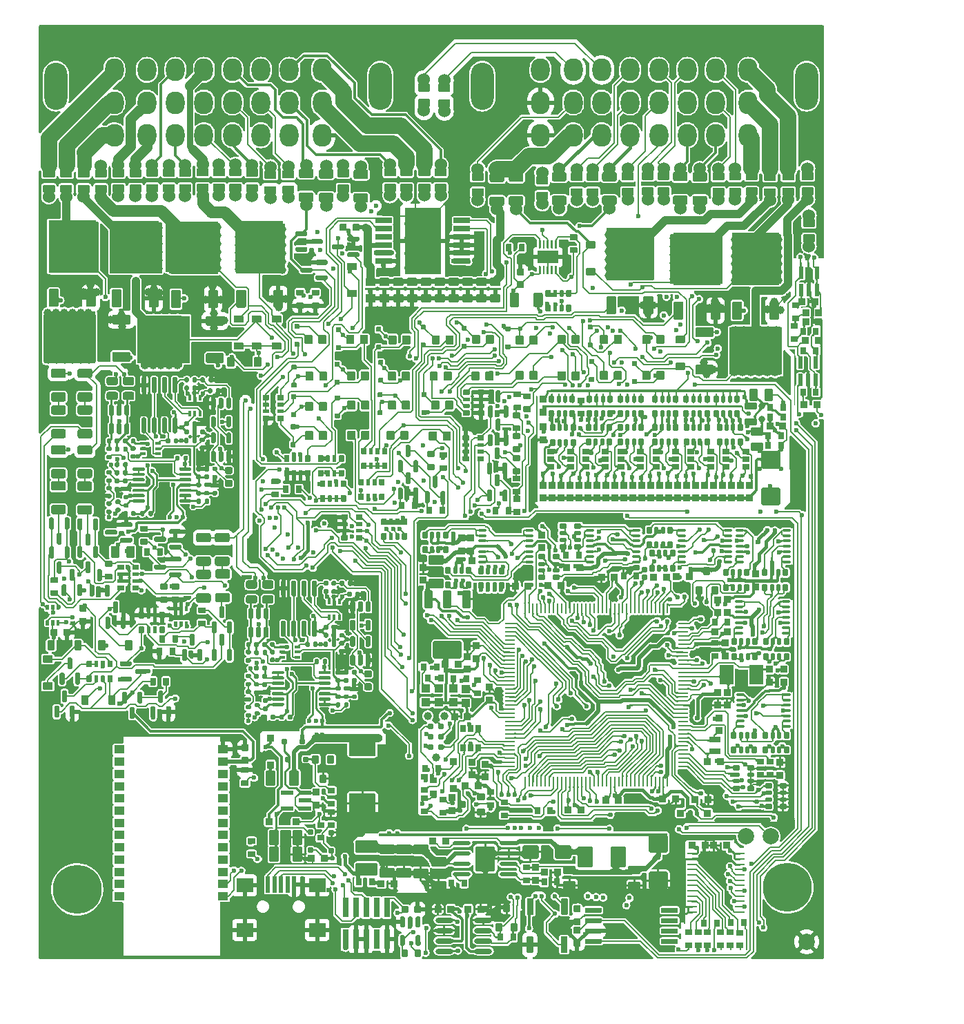
<source format=gtl>
G75*
G70*
%OFA0B0*%
%FSLAX25Y25*%
%IPPOS*%
%LPD*%
%AMOC8*
5,1,8,0,0,1.08239X$1,22.5*
%
%AMM111*
21,1,0.070870,0.036220,-0.000000,0.000000,90.000000*
21,1,0.061810,0.045280,-0.000000,0.000000,90.000000*
1,1,0.009060,0.018110,0.030910*
1,1,0.009060,0.018110,-0.030910*
1,1,0.009060,-0.018110,-0.030910*
1,1,0.009060,-0.018110,0.030910*
%
%AMM112*
21,1,0.033470,0.026770,-0.000000,0.000000,270.000000*
21,1,0.026770,0.033470,-0.000000,0.000000,270.000000*
1,1,0.006690,-0.013390,-0.013390*
1,1,0.006690,-0.013390,0.013390*
1,1,0.006690,0.013390,0.013390*
1,1,0.006690,0.013390,-0.013390*
%
%AMM113*
21,1,0.035430,0.030320,-0.000000,0.000000,180.000000*
21,1,0.028350,0.037400,-0.000000,0.000000,180.000000*
1,1,0.007090,-0.014170,0.015160*
1,1,0.007090,0.014170,0.015160*
1,1,0.007090,0.014170,-0.015160*
1,1,0.007090,-0.014170,-0.015160*
%
%AMM114*
21,1,0.021650,0.052760,-0.000000,0.000000,90.000000*
21,1,0.017320,0.057090,-0.000000,0.000000,90.000000*
1,1,0.004330,0.026380,0.008660*
1,1,0.004330,0.026380,-0.008660*
1,1,0.004330,-0.026380,-0.008660*
1,1,0.004330,-0.026380,0.008660*
%
%AMM115*
21,1,0.094490,0.111020,-0.000000,0.000000,270.000000*
21,1,0.075590,0.129920,-0.000000,0.000000,270.000000*
1,1,0.018900,-0.055510,-0.037800*
1,1,0.018900,-0.055510,0.037800*
1,1,0.018900,0.055510,0.037800*
1,1,0.018900,0.055510,-0.037800*
%
%AMM116*
21,1,0.023620,0.018900,-0.000000,0.000000,0.000000*
21,1,0.018900,0.023620,-0.000000,0.000000,0.000000*
1,1,0.004720,0.009450,-0.009450*
1,1,0.004720,-0.009450,-0.009450*
1,1,0.004720,-0.009450,0.009450*
1,1,0.004720,0.009450,0.009450*
%
%AMM117*
21,1,0.035830,0.026770,-0.000000,0.000000,90.000000*
21,1,0.029130,0.033470,-0.000000,0.000000,90.000000*
1,1,0.006690,0.013390,0.014570*
1,1,0.006690,0.013390,-0.014570*
1,1,0.006690,-0.013390,-0.014570*
1,1,0.006690,-0.013390,0.014570*
%
%AMM118*
21,1,0.023620,0.018900,-0.000000,0.000000,270.000000*
21,1,0.018900,0.023620,-0.000000,0.000000,270.000000*
1,1,0.004720,-0.009450,-0.009450*
1,1,0.004720,-0.009450,0.009450*
1,1,0.004720,0.009450,0.009450*
1,1,0.004720,0.009450,-0.009450*
%
%AMM119*
21,1,0.027560,0.030710,-0.000000,0.000000,90.000000*
21,1,0.022050,0.036220,-0.000000,0.000000,90.000000*
1,1,0.005510,0.015350,0.011020*
1,1,0.005510,0.015350,-0.011020*
1,1,0.005510,-0.015350,-0.011020*
1,1,0.005510,-0.015350,0.011020*
%
%AMM120*
21,1,0.033470,0.026770,-0.000000,0.000000,180.000000*
21,1,0.026770,0.033470,-0.000000,0.000000,180.000000*
1,1,0.006690,-0.013390,0.013390*
1,1,0.006690,0.013390,0.013390*
1,1,0.006690,0.013390,-0.013390*
1,1,0.006690,-0.013390,-0.013390*
%
%AMM121*
21,1,0.035830,0.026770,-0.000000,0.000000,180.000000*
21,1,0.029130,0.033470,-0.000000,0.000000,180.000000*
1,1,0.006690,-0.014570,0.013390*
1,1,0.006690,0.014570,0.013390*
1,1,0.006690,0.014570,-0.013390*
1,1,0.006690,-0.014570,-0.013390*
%
%AMM122*
21,1,0.047240,0.015750,-0.000000,0.000000,225.000000*
1,1,0.015750,0.016700,0.016700*
1,1,0.015750,-0.016700,-0.016700*
%
%AMM137*
21,1,0.027560,0.030710,-0.000000,0.000000,270.000000*
21,1,0.022050,0.036220,-0.000000,0.000000,270.000000*
1,1,0.005510,-0.015350,-0.011020*
1,1,0.005510,-0.015350,0.011020*
1,1,0.005510,0.015350,0.011020*
1,1,0.005510,0.015350,-0.011020*
%
%AMM138*
21,1,0.033470,0.026770,-0.000000,0.000000,0.000000*
21,1,0.026770,0.033470,-0.000000,0.000000,0.000000*
1,1,0.006690,0.013390,-0.013390*
1,1,0.006690,-0.013390,-0.013390*
1,1,0.006690,-0.013390,0.013390*
1,1,0.006690,0.013390,0.013390*
%
%AMM154*
21,1,0.039370,0.049210,-0.000000,-0.000000,270.000000*
21,1,0.031500,0.057090,-0.000000,-0.000000,270.000000*
1,1,0.007870,-0.024610,-0.015750*
1,1,0.007870,-0.024610,0.015750*
1,1,0.007870,0.024610,0.015750*
1,1,0.007870,0.024610,-0.015750*
%
%AMM155*
21,1,0.106300,0.050390,-0.000000,-0.000000,180.000000*
21,1,0.093700,0.062990,-0.000000,-0.000000,180.000000*
1,1,0.012600,-0.046850,0.025200*
1,1,0.012600,0.046850,0.025200*
1,1,0.012600,0.046850,-0.025200*
1,1,0.012600,-0.046850,-0.025200*
%
%AMM156*
21,1,0.074800,0.083460,-0.000000,-0.000000,0.000000*
21,1,0.059840,0.098430,-0.000000,-0.000000,0.000000*
1,1,0.014960,0.029920,-0.041730*
1,1,0.014960,-0.029920,-0.041730*
1,1,0.014960,-0.029920,0.041730*
1,1,0.014960,0.029920,0.041730*
%
%AMM157*
21,1,0.027560,0.030710,-0.000000,-0.000000,0.000000*
21,1,0.022050,0.036220,-0.000000,-0.000000,0.000000*
1,1,0.005510,0.011020,-0.015350*
1,1,0.005510,-0.011020,-0.015350*
1,1,0.005510,-0.011020,0.015350*
1,1,0.005510,0.011020,0.015350*
%
%AMM158*
21,1,0.033470,0.026770,-0.000000,-0.000000,0.000000*
21,1,0.026770,0.033470,-0.000000,-0.000000,0.000000*
1,1,0.006690,0.013390,-0.013390*
1,1,0.006690,-0.013390,-0.013390*
1,1,0.006690,-0.013390,0.013390*
1,1,0.006690,0.013390,0.013390*
%
%AMM159*
21,1,0.033470,0.026770,-0.000000,-0.000000,90.000000*
21,1,0.026770,0.033470,-0.000000,-0.000000,90.000000*
1,1,0.006690,0.013390,0.013390*
1,1,0.006690,0.013390,-0.013390*
1,1,0.006690,-0.013390,-0.013390*
1,1,0.006690,-0.013390,0.013390*
%
%AMM160*
21,1,0.122050,0.075590,-0.000000,-0.000000,90.000000*
21,1,0.103150,0.094490,-0.000000,-0.000000,90.000000*
1,1,0.018900,0.037800,0.051580*
1,1,0.018900,0.037800,-0.051580*
1,1,0.018900,-0.037800,-0.051580*
1,1,0.018900,-0.037800,0.051580*
%
%AMM161*
21,1,0.078740,0.053540,-0.000000,-0.000000,0.000000*
21,1,0.065350,0.066930,-0.000000,-0.000000,0.000000*
1,1,0.013390,0.032680,-0.026770*
1,1,0.013390,-0.032680,-0.026770*
1,1,0.013390,-0.032680,0.026770*
1,1,0.013390,0.032680,0.026770*
%
%AMM162*
21,1,0.070870,0.036220,-0.000000,-0.000000,0.000000*
21,1,0.061810,0.045280,-0.000000,-0.000000,0.000000*
1,1,0.009060,0.030910,-0.018110*
1,1,0.009060,-0.030910,-0.018110*
1,1,0.009060,-0.030910,0.018110*
1,1,0.009060,0.030910,0.018110*
%
%AMM163*
21,1,0.086610,0.073230,-0.000000,-0.000000,270.000000*
21,1,0.069290,0.090550,-0.000000,-0.000000,270.000000*
1,1,0.017320,-0.036610,-0.034650*
1,1,0.017320,-0.036610,0.034650*
1,1,0.017320,0.036610,0.034650*
1,1,0.017320,0.036610,-0.034650*
%
%AMM164*
21,1,0.027560,0.030710,-0.000000,-0.000000,270.000000*
21,1,0.022050,0.036220,-0.000000,-0.000000,270.000000*
1,1,0.005510,-0.015350,-0.011020*
1,1,0.005510,-0.015350,0.011020*
1,1,0.005510,0.015350,0.011020*
1,1,0.005510,0.015350,-0.011020*
%
%AMM195*
21,1,0.035430,0.050000,-0.000000,-0.000000,90.000000*
21,1,0.028350,0.057090,-0.000000,-0.000000,90.000000*
1,1,0.007090,0.025000,0.014170*
1,1,0.007090,0.025000,-0.014170*
1,1,0.007090,-0.025000,-0.014170*
1,1,0.007090,-0.025000,0.014170*
%
%AMM196*
21,1,0.086610,0.073230,-0.000000,-0.000000,90.000000*
21,1,0.069290,0.090550,-0.000000,-0.000000,90.000000*
1,1,0.017320,0.036610,0.034650*
1,1,0.017320,0.036610,-0.034650*
1,1,0.017320,-0.036610,-0.034650*
1,1,0.017320,-0.036610,0.034650*
%
%AMM197*
21,1,0.039370,0.049210,-0.000000,-0.000000,0.000000*
21,1,0.031500,0.057090,-0.000000,-0.000000,0.000000*
1,1,0.007870,0.015750,-0.024610*
1,1,0.007870,-0.015750,-0.024610*
1,1,0.007870,-0.015750,0.024610*
1,1,0.007870,0.015750,0.024610*
%
%AMM198*
21,1,0.023620,0.030710,-0.000000,-0.000000,270.000000*
21,1,0.018900,0.035430,-0.000000,-0.000000,270.000000*
1,1,0.004720,-0.015350,-0.009450*
1,1,0.004720,-0.015350,0.009450*
1,1,0.004720,0.015350,0.009450*
1,1,0.004720,0.015350,-0.009450*
%
%AMM199*
21,1,0.025590,0.026380,-0.000000,-0.000000,180.000000*
21,1,0.020470,0.031500,-0.000000,-0.000000,180.000000*
1,1,0.005120,-0.010240,0.013190*
1,1,0.005120,0.010240,0.013190*
1,1,0.005120,0.010240,-0.013190*
1,1,0.005120,-0.010240,-0.013190*
%
%AMM200*
21,1,0.017720,0.027950,-0.000000,-0.000000,180.000000*
21,1,0.014170,0.031500,-0.000000,-0.000000,180.000000*
1,1,0.003540,-0.007090,0.013980*
1,1,0.003540,0.007090,0.013980*
1,1,0.003540,0.007090,-0.013980*
1,1,0.003540,-0.007090,-0.013980*
%
%AMM201*
21,1,0.027560,0.030710,-0.000000,-0.000000,180.000000*
21,1,0.022050,0.036220,-0.000000,-0.000000,180.000000*
1,1,0.005510,-0.011020,0.015350*
1,1,0.005510,0.011020,0.015350*
1,1,0.005510,0.011020,-0.015350*
1,1,0.005510,-0.011020,-0.015350*
%
%AMM202*
21,1,0.007870,0.503940,-0.000000,-0.000000,0.000000*
21,1,0.000000,0.511810,-0.000000,-0.000000,0.000000*
1,1,0.007870,-0.000000,-0.251970*
1,1,0.007870,-0.000000,-0.251970*
1,1,0.007870,-0.000000,0.251970*
1,1,0.007870,-0.000000,0.251970*
%
%AMM203*
21,1,0.009840,0.919290,-0.000000,-0.000000,90.000000*
21,1,0.000000,0.929130,-0.000000,-0.000000,90.000000*
1,1,0.009840,0.459650,-0.000000*
1,1,0.009840,0.459650,-0.000000*
1,1,0.009840,-0.459650,-0.000000*
1,1,0.009840,-0.459650,-0.000000*
%
%AMM204*
21,1,0.007870,0.041340,-0.000000,-0.000000,180.000000*
21,1,0.000000,0.049210,-0.000000,-0.000000,180.000000*
1,1,0.007870,-0.000000,0.020670*
1,1,0.007870,-0.000000,0.020670*
1,1,0.007870,-0.000000,-0.020670*
1,1,0.007870,-0.000000,-0.020670*
%
%AMM216*
21,1,0.027560,0.030710,-0.000000,0.000000,0.000000*
21,1,0.022050,0.036220,-0.000000,0.000000,0.000000*
1,1,0.005510,0.011020,-0.015350*
1,1,0.005510,-0.011020,-0.015350*
1,1,0.005510,-0.011020,0.015350*
1,1,0.005510,0.011020,0.015350*
%
%AMM259*
21,1,0.070870,0.036220,-0.000000,-0.000000,180.000000*
21,1,0.061810,0.045280,-0.000000,-0.000000,180.000000*
1,1,0.009060,-0.030910,0.018110*
1,1,0.009060,0.030910,0.018110*
1,1,0.009060,0.030910,-0.018110*
1,1,0.009060,-0.030910,-0.018110*
%
%AMM260*
21,1,0.027560,0.030710,-0.000000,-0.000000,90.000000*
21,1,0.022050,0.036220,-0.000000,-0.000000,90.000000*
1,1,0.005510,0.015350,0.011020*
1,1,0.005510,0.015350,-0.011020*
1,1,0.005510,-0.015350,-0.011020*
1,1,0.005510,-0.015350,0.011020*
%
%AMM261*
21,1,0.033470,0.026770,-0.000000,-0.000000,270.000000*
21,1,0.026770,0.033470,-0.000000,-0.000000,270.000000*
1,1,0.006690,-0.013390,-0.013390*
1,1,0.006690,-0.013390,0.013390*
1,1,0.006690,0.013390,0.013390*
1,1,0.006690,0.013390,-0.013390*
%
%AMM262*
21,1,0.023620,0.030710,-0.000000,-0.000000,0.000000*
21,1,0.018900,0.035430,-0.000000,-0.000000,0.000000*
1,1,0.004720,0.009450,-0.015350*
1,1,0.004720,-0.009450,-0.015350*
1,1,0.004720,-0.009450,0.015350*
1,1,0.004720,0.009450,0.015350*
%
%AMM263*
21,1,0.027560,0.018900,-0.000000,-0.000000,0.000000*
21,1,0.022840,0.023620,-0.000000,-0.000000,0.000000*
1,1,0.004720,0.011420,-0.009450*
1,1,0.004720,-0.011420,-0.009450*
1,1,0.004720,-0.011420,0.009450*
1,1,0.004720,0.011420,0.009450*
%
%AMM264*
21,1,0.137800,0.067720,-0.000000,-0.000000,180.000000*
21,1,0.120870,0.084650,-0.000000,-0.000000,180.000000*
1,1,0.016930,-0.060430,0.033860*
1,1,0.016930,0.060430,0.033860*
1,1,0.016930,0.060430,-0.033860*
1,1,0.016930,-0.060430,-0.033860*
%
%AMM265*
21,1,0.043310,0.075980,-0.000000,-0.000000,180.000000*
21,1,0.034650,0.084650,-0.000000,-0.000000,180.000000*
1,1,0.008660,-0.017320,0.037990*
1,1,0.008660,0.017320,0.037990*
1,1,0.008660,0.017320,-0.037990*
1,1,0.008660,-0.017320,-0.037990*
%
%AMM266*
21,1,0.043310,0.075990,-0.000000,-0.000000,180.000000*
21,1,0.034650,0.084650,-0.000000,-0.000000,180.000000*
1,1,0.008660,-0.017320,0.037990*
1,1,0.008660,0.017320,0.037990*
1,1,0.008660,0.017320,-0.037990*
1,1,0.008660,-0.017320,-0.037990*
%
%AMM267*
21,1,0.039370,0.035430,-0.000000,-0.000000,90.000000*
21,1,0.031500,0.043310,-0.000000,-0.000000,90.000000*
1,1,0.007870,0.017720,0.015750*
1,1,0.007870,0.017720,-0.015750*
1,1,0.007870,-0.017720,-0.015750*
1,1,0.007870,-0.017720,0.015750*
%
%AMM268*
21,1,0.035430,0.030320,-0.000000,-0.000000,90.000000*
21,1,0.028350,0.037400,-0.000000,-0.000000,90.000000*
1,1,0.007090,0.015160,0.014170*
1,1,0.007090,0.015160,-0.014170*
1,1,0.007090,-0.015160,-0.014170*
1,1,0.007090,-0.015160,0.014170*
%
%AMM269*
21,1,0.035830,0.026770,-0.000000,-0.000000,90.000000*
21,1,0.029130,0.033470,-0.000000,-0.000000,90.000000*
1,1,0.006690,0.013390,0.014570*
1,1,0.006690,0.013390,-0.014570*
1,1,0.006690,-0.013390,-0.014570*
1,1,0.006690,-0.013390,0.014570*
%
%AMM270*
21,1,0.035430,0.030320,-0.000000,-0.000000,0.000000*
21,1,0.028350,0.037400,-0.000000,-0.000000,0.000000*
1,1,0.007090,0.014170,-0.015160*
1,1,0.007090,-0.014170,-0.015160*
1,1,0.007090,-0.014170,0.015160*
1,1,0.007090,0.014170,0.015160*
%
%AMM271*
21,1,0.025590,0.026380,-0.000000,-0.000000,90.000000*
21,1,0.020470,0.031500,-0.000000,-0.000000,90.000000*
1,1,0.005120,0.013190,0.010240*
1,1,0.005120,0.013190,-0.010240*
1,1,0.005120,-0.013190,-0.010240*
1,1,0.005120,-0.013190,0.010240*
%
%AMM272*
21,1,0.017720,0.027950,-0.000000,-0.000000,90.000000*
21,1,0.014170,0.031500,-0.000000,-0.000000,90.000000*
1,1,0.003540,0.013980,0.007090*
1,1,0.003540,0.013980,-0.007090*
1,1,0.003540,-0.013980,-0.007090*
1,1,0.003540,-0.013980,0.007090*
%
%AMM273*
21,1,0.027560,0.049610,-0.000000,-0.000000,90.000000*
21,1,0.022050,0.055120,-0.000000,-0.000000,90.000000*
1,1,0.005510,0.024800,0.011020*
1,1,0.005510,0.024800,-0.011020*
1,1,0.005510,-0.024800,-0.011020*
1,1,0.005510,-0.024800,0.011020*
%
%AMM274*
21,1,0.035830,0.026770,-0.000000,-0.000000,0.000000*
21,1,0.029130,0.033470,-0.000000,-0.000000,0.000000*
1,1,0.006690,0.014570,-0.013390*
1,1,0.006690,-0.014570,-0.013390*
1,1,0.006690,-0.014570,0.013390*
1,1,0.006690,0.014570,0.013390*
%
%AMM275*
21,1,0.007870,0.029130,-0.000000,-0.000000,45.000000*
21,1,0.000000,0.037010,-0.000000,-0.000000,45.000000*
1,1,0.007870,0.010300,-0.010300*
1,1,0.007870,0.010300,-0.010300*
1,1,0.007870,-0.010300,0.010300*
1,1,0.007870,-0.010300,0.010300*
%
%AMM276*
21,1,0.007870,0.014960,-0.000000,-0.000000,315.000000*
21,1,0.000000,0.022840,-0.000000,-0.000000,315.000000*
1,1,0.007870,-0.005290,-0.005290*
1,1,0.007870,-0.005290,-0.005290*
1,1,0.007870,0.005290,0.005290*
1,1,0.007870,0.005290,0.005290*
%
%AMM277*
21,1,0.007870,0.013780,-0.000000,-0.000000,225.000000*
21,1,0.000000,0.021650,-0.000000,-0.000000,225.000000*
1,1,0.007870,-0.004870,0.004870*
1,1,0.007870,-0.004870,0.004870*
1,1,0.007870,0.004870,-0.004870*
1,1,0.007870,0.004870,-0.004870*
%
%AMM278*
21,1,0.007870,0.039370,-0.000000,-0.000000,225.000000*
21,1,0.000000,0.047240,-0.000000,-0.000000,225.000000*
1,1,0.007870,-0.013920,0.013920*
1,1,0.007870,-0.013920,0.013920*
1,1,0.007870,0.013920,-0.013920*
1,1,0.007870,0.013920,-0.013920*
%
%AMM279*
21,1,0.007870,0.055120,-0.000000,-0.000000,90.000000*
21,1,0.000000,0.062990,-0.000000,-0.000000,90.000000*
1,1,0.007870,0.027560,-0.000000*
1,1,0.007870,0.027560,-0.000000*
1,1,0.007870,-0.027560,-0.000000*
1,1,0.007870,-0.027560,-0.000000*
%
%AMM280*
21,1,0.007870,0.023620,-0.000000,-0.000000,135.000000*
21,1,0.000000,0.031500,-0.000000,-0.000000,135.000000*
1,1,0.007870,0.008350,0.008350*
1,1,0.007870,0.008350,0.008350*
1,1,0.007870,-0.008350,-0.008350*
1,1,0.007870,-0.008350,-0.008350*
%
%AMM281*
21,1,0.007870,1.704720,-0.000000,-0.000000,90.000000*
21,1,0.000000,1.712600,-0.000000,-0.000000,90.000000*
1,1,0.007870,0.852360,-0.000000*
1,1,0.007870,0.852360,-0.000000*
1,1,0.007870,-0.852360,-0.000000*
1,1,0.007870,-0.852360,-0.000000*
%
%AMM282*
21,1,0.007870,1.405510,-0.000000,-0.000000,0.000000*
21,1,0.000000,1.413390,-0.000000,-0.000000,0.000000*
1,1,0.007870,-0.000000,-0.702760*
1,1,0.007870,-0.000000,-0.702760*
1,1,0.007870,-0.000000,0.702760*
1,1,0.007870,-0.000000,0.702760*
%
%AMM283*
21,1,0.007870,1.787400,-0.000000,-0.000000,90.000000*
21,1,0.000000,1.795280,-0.000000,-0.000000,90.000000*
1,1,0.007870,0.893700,-0.000000*
1,1,0.007870,0.893700,-0.000000*
1,1,0.007870,-0.893700,-0.000000*
1,1,0.007870,-0.893700,-0.000000*
%
%AMM284*
21,1,0.007870,1.416930,-0.000000,-0.000000,0.000000*
21,1,0.000000,1.424800,-0.000000,-0.000000,0.000000*
1,1,0.007870,-0.000000,-0.708470*
1,1,0.007870,-0.000000,-0.708470*
1,1,0.007870,-0.000000,0.708470*
1,1,0.007870,-0.000000,0.708470*
%
%AMM285*
21,1,0.009840,0.017720,-0.000000,-0.000000,0.000000*
21,1,0.000000,0.027560,-0.000000,-0.000000,0.000000*
1,1,0.009840,-0.000000,-0.008860*
1,1,0.009840,-0.000000,-0.008860*
1,1,0.009840,-0.000000,0.008860*
1,1,0.009840,-0.000000,0.008860*
%
%AMM308*
21,1,0.033470,0.026770,-0.000000,-0.000000,180.000000*
21,1,0.026770,0.033470,-0.000000,-0.000000,180.000000*
1,1,0.006690,-0.013390,0.013390*
1,1,0.006690,0.013390,0.013390*
1,1,0.006690,0.013390,-0.013390*
1,1,0.006690,-0.013390,-0.013390*
%
%AMM310*
21,1,0.021650,0.052760,-0.000000,0.000000,0.000000*
21,1,0.017320,0.057090,-0.000000,0.000000,0.000000*
1,1,0.004330,0.008660,-0.026380*
1,1,0.004330,-0.008660,-0.026380*
1,1,0.004330,-0.008660,0.026380*
1,1,0.004330,0.008660,0.026380*
%
%AMM44*
21,1,0.033470,0.026770,0.000000,0.000000,0.000000*
21,1,0.026770,0.033470,0.000000,0.000000,0.000000*
1,1,0.006690,0.013390,-0.013390*
1,1,0.006690,-0.013390,-0.013390*
1,1,0.006690,-0.013390,0.013390*
1,1,0.006690,0.013390,0.013390*
%
%AMM45*
21,1,0.027560,0.030710,0.000000,0.000000,270.000000*
21,1,0.022050,0.036220,0.000000,0.000000,270.000000*
1,1,0.005510,-0.015350,-0.011020*
1,1,0.005510,-0.015350,0.011020*
1,1,0.005510,0.015350,0.011020*
1,1,0.005510,0.015350,-0.011020*
%
%AMM46*
21,1,0.015750,0.009840,0.000000,0.000000,45.000000*
1,1,0.009840,-0.005570,-0.005570*
1,1,0.009840,0.005570,0.005570*
%
%AMM9*
21,1,0.027560,0.030710,0.000000,0.000000,0.000000*
21,1,0.022050,0.036220,0.000000,0.000000,0.000000*
1,1,0.005510,0.011020,-0.015350*
1,1,0.005510,-0.011020,-0.015350*
1,1,0.005510,-0.011020,0.015350*
1,1,0.005510,0.011020,0.015350*
%
%ADD10O,0.00984X0.40157*%
%ADD101O,0.03937X0.01968*%
%ADD107C,0.01968*%
%ADD11O,0.22835X0.00984*%
%ADD12O,0.00787X0.01575*%
%ADD127O,0.08661X0.01968*%
%ADD13C,0.02362*%
%ADD133O,0.01968X0.03937*%
%ADD134O,0.01968X0.11811*%
%ADD135O,0.01575X0.28347*%
%ADD14C,0.06000*%
%ADD148R,0.02559X0.01575*%
%ADD15C,0.23622*%
%ADD155R,0.01575X0.02559*%
%ADD157O,0.04961X0.00984*%
%ADD158M44*%
%ADD159M45*%
%ADD16C,0.07874*%
%ADD160M46*%
%ADD161O,0.00984X0.40158*%
%ADD17R,0.22835X0.25197*%
%ADD18O,0.11024X0.22835*%
%ADD188O,0.05118X0.00866*%
%ADD189O,0.00866X0.05118*%
%ADD19O,0.09055X0.11024*%
%ADD194O,0.04331X0.01181*%
%ADD197R,0.06693X0.09449*%
%ADD20R,0.01969X0.07874*%
%ADD21R,0.07874X0.06693*%
%ADD215R,0.01968X0.01968*%
%ADD216C,0.03100*%
%ADD217C,0.03900*%
%ADD22R,0.25197X0.22835*%
%ADD23R,0.07874X0.02559*%
%ADD24R,0.17717X0.31890*%
%ADD242O,0.08661X0.02362*%
%ADD243O,0.01968X0.00984*%
%ADD244O,0.00984X0.01968*%
%ADD25O,0.00984X0.01969*%
%ADD250M111*%
%ADD251M112*%
%ADD252M113*%
%ADD253M114*%
%ADD254M115*%
%ADD255M116*%
%ADD256M117*%
%ADD257M118*%
%ADD258M119*%
%ADD259M120*%
%ADD26O,0.00787X0.22323*%
%ADD260M121*%
%ADD261O,0.34429X0.03937*%
%ADD262O,0.36221X0.00787*%
%ADD263O,0.01968X0.00787*%
%ADD264M122*%
%ADD27O,0.43701X0.00787*%
%ADD28O,0.01969X0.00984*%
%ADD280M137*%
%ADD281M138*%
%ADD29O,0.00787X0.26772*%
%ADD30O,0.38583X0.01575*%
%ADD305M154*%
%ADD306M155*%
%ADD307M156*%
%ADD308M157*%
%ADD309M158*%
%ADD31O,0.01969X0.03937*%
%ADD310M159*%
%ADD311M160*%
%ADD312M161*%
%ADD313M162*%
%ADD314M163*%
%ADD315M164*%
%ADD32O,0.34428X0.03937*%
%ADD33O,0.01575X0.35433*%
%ADD34O,0.21260X0.01575*%
%ADD346M195*%
%ADD347M196*%
%ADD348M197*%
%ADD349M198*%
%ADD35O,0.00787X0.25591*%
%ADD350M199*%
%ADD351M200*%
%ADD352M201*%
%ADD353M202*%
%ADD354M203*%
%ADD355M204*%
%ADD36O,0.00787X0.54331*%
%ADD367M216*%
%ADD37O,0.01969X0.00787*%
%ADD38O,0.36220X0.00787*%
%ADD39R,0.00984X0.71654*%
%ADD40R,0.25591X0.00984*%
%ADD41R,0.25394X0.00984*%
%ADD414M259*%
%ADD415M260*%
%ADD416M261*%
%ADD417M262*%
%ADD418M263*%
%ADD419M264*%
%ADD42R,0.04921X0.00984*%
%ADD420M265*%
%ADD421M266*%
%ADD422M267*%
%ADD423M268*%
%ADD424M269*%
%ADD425M270*%
%ADD426M271*%
%ADD427M272*%
%ADD428M273*%
%ADD429M274*%
%ADD43R,0.53740X0.00984*%
%ADD430M275*%
%ADD431M276*%
%ADD432M277*%
%ADD433M278*%
%ADD434M279*%
%ADD435M280*%
%ADD436M281*%
%ADD437M282*%
%ADD438M283*%
%ADD439M284*%
%ADD44R,0.01378X0.00984*%
%ADD440M285*%
%ADD45R,0.10236X0.05906*%
%ADD46R,0.05118X0.03937*%
%ADD469M308*%
%ADD47O,0.19685X0.01575*%
%ADD471M310*%
%ADD48O,0.01575X0.28346*%
%ADD49O,1.18110X0.01575*%
%ADD50O,0.03937X0.01969*%
%ADD51O,0.00787X0.12205*%
%ADD52O,0.01969X0.11811*%
%ADD53O,1.39370X0.01575*%
%ADD54R,0.02913X0.09449*%
%ADD55C,0.03937*%
%ADD56C,0.05906*%
%ADD57C,0.00787*%
%ADD58C,0.01575*%
%ADD59C,0.01969*%
%ADD60C,0.01181*%
%ADD61C,0.00800*%
%ADD62C,0.05512*%
%ADD63C,0.05118*%
%ADD64C,0.07087*%
%ADD65C,0.03150*%
%ADD66C,0.04724*%
%ADD74C,0.00984*%
%ADD95M9*%
X0000000Y0000000D02*
%LPD*%
G01*
D10*
X0312126Y0037402D03*
D11*
X0324379Y0058071D03*
G36*
G01*
X0311811Y0056576D02*
X0311811Y0056576D01*
G75*
G02*
X0311811Y0057272I0000348J0000348D01*
G01*
X0312925Y0058385D01*
G75*
G02*
X0313621Y0058385I0000348J-000348D01*
G01*
X0313621Y0058385D01*
G75*
G02*
X0313621Y0057689I-000348J-000348D01*
G01*
X0312507Y0056576D01*
G75*
G02*
X0311811Y0056576I-000348J0000348D01*
G01*
G37*
D12*
X0342145Y0005415D03*
X0339153Y0005415D03*
X0334527Y0005415D03*
X0329901Y0005415D03*
X0326594Y0005415D03*
X0323641Y0005415D03*
X0319015Y0005415D03*
X0314389Y0005415D03*
D13*
X0334232Y0045177D03*
X0341456Y0043504D03*
X0333385Y0041339D03*
X0334232Y0037894D03*
X0334527Y0034547D03*
X0341456Y0033268D03*
X0336299Y0028150D03*
X0341456Y0025591D03*
X0318129Y0053839D03*
X0334173Y0052657D03*
G36*
G01*
X0098858Y0294508D02*
X0094843Y0294508D01*
G75*
G02*
X0094488Y0294862I0000000J0000354D01*
G01*
X0094488Y0297697D01*
G75*
G02*
X0094843Y0298051I0000354J0000000D01*
G01*
X0098858Y0298051D01*
G75*
G02*
X0099213Y0297697I0000000J-000354D01*
G01*
X0099213Y0294862D01*
G75*
G02*
X0098858Y0294508I-000354J0000000D01*
G01*
G37*
G36*
G01*
X0098858Y0307500D02*
X0094843Y0307500D01*
G75*
G02*
X0094488Y0307854I0000000J0000354D01*
G01*
X0094488Y0310689D01*
G75*
G02*
X0094843Y0311043I0000354J0000000D01*
G01*
X0098858Y0311043D01*
G75*
G02*
X0099213Y0310689I0000000J-000354D01*
G01*
X0099213Y0307854D01*
G75*
G02*
X0098858Y0307500I-000354J0000000D01*
G01*
G37*
G36*
G01*
X0304626Y0368898D02*
X0299705Y0368898D01*
G75*
G02*
X0299311Y0369291I0000000J0000394D01*
G01*
X0299311Y0372441D01*
G75*
G02*
X0299705Y0372835I0000394J0000000D01*
G01*
X0304626Y0372835D01*
G75*
G02*
X0305020Y0372441I0000000J-000394D01*
G01*
X0305020Y0369291D01*
G75*
G02*
X0304626Y0368898I-000394J0000000D01*
G01*
G37*
D14*
X0302165Y0367106D03*
G36*
G01*
X0304626Y0376378D02*
X0299705Y0376378D01*
G75*
G02*
X0299311Y0376772I0000000J0000394D01*
G01*
X0299311Y0379921D01*
G75*
G02*
X0299705Y0380315I0000394J0000000D01*
G01*
X0304626Y0380315D01*
G75*
G02*
X0305020Y0379921I0000000J-000394D01*
G01*
X0305020Y0376772D01*
G75*
G02*
X0304626Y0376378I-000394J0000000D01*
G01*
G37*
X0302165Y0382106D03*
G36*
G01*
X0261772Y0016634D02*
X0259094Y0016634D01*
G75*
G02*
X0258760Y0016968I0000000J0000335D01*
G01*
X0258760Y0019646D01*
G75*
G02*
X0259094Y0019980I0000335J0000000D01*
G01*
X0261772Y0019980D01*
G75*
G02*
X0262106Y0019646I0000000J-000335D01*
G01*
X0262106Y0016968D01*
G75*
G02*
X0261772Y0016634I-000335J0000000D01*
G01*
G37*
G36*
G01*
X0261772Y0022854D02*
X0259094Y0022854D01*
G75*
G02*
X0258760Y0023189I0000000J0000335D01*
G01*
X0258760Y0025866D01*
G75*
G02*
X0259094Y0026201I0000335J0000000D01*
G01*
X0261772Y0026201D01*
G75*
G02*
X0262106Y0025866I0000000J-000335D01*
G01*
X0262106Y0023189D01*
G75*
G02*
X0261772Y0022854I-000335J0000000D01*
G01*
G37*
G36*
G01*
X0049646Y0209449D02*
X0052717Y0209449D01*
G75*
G02*
X0052992Y0209173I0000000J-000276D01*
G01*
X0052992Y0206969D01*
G75*
G02*
X0052717Y0206693I-000276J0000000D01*
G01*
X0049646Y0206693D01*
G75*
G02*
X0049370Y0206969I0000000J0000276D01*
G01*
X0049370Y0209173D01*
G75*
G02*
X0049646Y0209449I0000276J0000000D01*
G01*
G37*
G36*
G01*
X0049646Y0203150D02*
X0052717Y0203150D01*
G75*
G02*
X0052992Y0202874I0000000J-000276D01*
G01*
X0052992Y0200669D01*
G75*
G02*
X0052717Y0200394I-000276J0000000D01*
G01*
X0049646Y0200394D01*
G75*
G02*
X0049370Y0200669I0000000J0000276D01*
G01*
X0049370Y0202874D01*
G75*
G02*
X0049646Y0203150I0000276J0000000D01*
G01*
G37*
G36*
G01*
X0101614Y0058661D02*
X0104685Y0058661D01*
G75*
G02*
X0104961Y0058386I0000000J-000276D01*
G01*
X0104961Y0056181D01*
G75*
G02*
X0104685Y0055906I-000276J0000000D01*
G01*
X0101614Y0055906D01*
G75*
G02*
X0101339Y0056181I0000000J0000276D01*
G01*
X0101339Y0058386D01*
G75*
G02*
X0101614Y0058661I0000276J0000000D01*
G01*
G37*
G36*
G01*
X0101614Y0052362D02*
X0104685Y0052362D01*
G75*
G02*
X0104961Y0052087I0000000J-000276D01*
G01*
X0104961Y0049882D01*
G75*
G02*
X0104685Y0049606I-000276J0000000D01*
G01*
X0101614Y0049606D01*
G75*
G02*
X0101339Y0049882I0000000J0000276D01*
G01*
X0101339Y0052087D01*
G75*
G02*
X0101614Y0052362I0000276J0000000D01*
G01*
G37*
G36*
G01*
X0136220Y0221319D02*
X0136220Y0223957D01*
G75*
G02*
X0136476Y0224213I0000256J0000000D01*
G01*
X0138524Y0224213D01*
G75*
G02*
X0138780Y0223957I0000000J-000256D01*
G01*
X0138780Y0221319D01*
G75*
G02*
X0138524Y0221063I-000256J0000000D01*
G01*
X0136476Y0221063D01*
G75*
G02*
X0136220Y0221319I0000000J0000256D01*
G01*
G37*
G36*
G01*
X0140059Y0221240D02*
X0140059Y0224035D01*
G75*
G02*
X0140236Y0224213I0000177J0000000D01*
G01*
X0141654Y0224213D01*
G75*
G02*
X0141831Y0224035I0000000J-000177D01*
G01*
X0141831Y0221240D01*
G75*
G02*
X0141654Y0221063I-000177J0000000D01*
G01*
X0140236Y0221063D01*
G75*
G02*
X0140059Y0221240I0000000J0000177D01*
G01*
G37*
G36*
G01*
X0143209Y0221240D02*
X0143209Y0224035D01*
G75*
G02*
X0143386Y0224213I0000177J0000000D01*
G01*
X0144803Y0224213D01*
G75*
G02*
X0144980Y0224035I0000000J-000177D01*
G01*
X0144980Y0221240D01*
G75*
G02*
X0144803Y0221063I-000177J0000000D01*
G01*
X0143386Y0221063D01*
G75*
G02*
X0143209Y0221240I0000000J0000177D01*
G01*
G37*
G36*
G01*
X0146260Y0221319D02*
X0146260Y0223957D01*
G75*
G02*
X0146516Y0224213I0000256J0000000D01*
G01*
X0148563Y0224213D01*
G75*
G02*
X0148819Y0223957I0000000J-000256D01*
G01*
X0148819Y0221319D01*
G75*
G02*
X0148563Y0221063I-000256J0000000D01*
G01*
X0146516Y0221063D01*
G75*
G02*
X0146260Y0221319I0000000J0000256D01*
G01*
G37*
G36*
G01*
X0146260Y0228406D02*
X0146260Y0231043D01*
G75*
G02*
X0146516Y0231299I0000256J0000000D01*
G01*
X0148563Y0231299D01*
G75*
G02*
X0148819Y0231043I0000000J-000256D01*
G01*
X0148819Y0228406D01*
G75*
G02*
X0148563Y0228150I-000256J0000000D01*
G01*
X0146516Y0228150D01*
G75*
G02*
X0146260Y0228406I0000000J0000256D01*
G01*
G37*
G36*
G01*
X0143209Y0228327D02*
X0143209Y0231122D01*
G75*
G02*
X0143386Y0231299I0000177J0000000D01*
G01*
X0144803Y0231299D01*
G75*
G02*
X0144980Y0231122I0000000J-000177D01*
G01*
X0144980Y0228327D01*
G75*
G02*
X0144803Y0228150I-000177J0000000D01*
G01*
X0143386Y0228150D01*
G75*
G02*
X0143209Y0228327I0000000J0000177D01*
G01*
G37*
G36*
G01*
X0140059Y0228327D02*
X0140059Y0231122D01*
G75*
G02*
X0140236Y0231299I0000177J0000000D01*
G01*
X0141654Y0231299D01*
G75*
G02*
X0141831Y0231122I0000000J-000177D01*
G01*
X0141831Y0228327D01*
G75*
G02*
X0141654Y0228150I-000177J0000000D01*
G01*
X0140236Y0228150D01*
G75*
G02*
X0140059Y0228327I0000000J0000177D01*
G01*
G37*
G36*
G01*
X0136220Y0228406D02*
X0136220Y0231043D01*
G75*
G02*
X0136476Y0231299I0000256J0000000D01*
G01*
X0138524Y0231299D01*
G75*
G02*
X0138780Y0231043I0000000J-000256D01*
G01*
X0138780Y0228406D01*
G75*
G02*
X0138524Y0228150I-000256J0000000D01*
G01*
X0136476Y0228150D01*
G75*
G02*
X0136220Y0228406I0000000J0000256D01*
G01*
G37*
G36*
G01*
X0199409Y0254528D02*
X0199409Y0250984D01*
G75*
G02*
X0199016Y0250591I-000394J0000000D01*
G01*
X0195866Y0250591D01*
G75*
G02*
X0195472Y0250984I0000000J0000394D01*
G01*
X0195472Y0254528D01*
G75*
G02*
X0195866Y0254921I0000394J0000000D01*
G01*
X0199016Y0254921D01*
G75*
G02*
X0199409Y0254528I0000000J-000394D01*
G01*
G37*
G36*
G01*
X0192717Y0254528D02*
X0192717Y0250984D01*
G75*
G02*
X0192323Y0250591I-000394J0000000D01*
G01*
X0189173Y0250591D01*
G75*
G02*
X0188780Y0250984I0000000J0000394D01*
G01*
X0188780Y0254528D01*
G75*
G02*
X0189173Y0254921I0000394J0000000D01*
G01*
X0192323Y0254921D01*
G75*
G02*
X0192717Y0254528I0000000J-000394D01*
G01*
G37*
G36*
G01*
X0215295Y0262598D02*
X0212657Y0262598D01*
G75*
G02*
X0212402Y0262854I0000000J0000256D01*
G01*
X0212402Y0264902D01*
G75*
G02*
X0212657Y0265157I0000256J0000000D01*
G01*
X0215295Y0265157D01*
G75*
G02*
X0215551Y0264902I0000000J-000256D01*
G01*
X0215551Y0262854D01*
G75*
G02*
X0215295Y0262598I-000256J0000000D01*
G01*
G37*
G36*
G01*
X0215374Y0266437D02*
X0212579Y0266437D01*
G75*
G02*
X0212402Y0266614I0000000J0000177D01*
G01*
X0212402Y0268031D01*
G75*
G02*
X0212579Y0268209I0000177J0000000D01*
G01*
X0215374Y0268209D01*
G75*
G02*
X0215551Y0268031I0000000J-000177D01*
G01*
X0215551Y0266614D01*
G75*
G02*
X0215374Y0266437I-000177J0000000D01*
G01*
G37*
G36*
G01*
X0215374Y0269587D02*
X0212579Y0269587D01*
G75*
G02*
X0212402Y0269764I0000000J0000177D01*
G01*
X0212402Y0271181D01*
G75*
G02*
X0212579Y0271358I0000177J0000000D01*
G01*
X0215374Y0271358D01*
G75*
G02*
X0215551Y0271181I0000000J-000177D01*
G01*
X0215551Y0269764D01*
G75*
G02*
X0215374Y0269587I-000177J0000000D01*
G01*
G37*
G36*
G01*
X0215295Y0272638D02*
X0212657Y0272638D01*
G75*
G02*
X0212402Y0272894I0000000J0000256D01*
G01*
X0212402Y0274941D01*
G75*
G02*
X0212657Y0275197I0000256J0000000D01*
G01*
X0215295Y0275197D01*
G75*
G02*
X0215551Y0274941I0000000J-000256D01*
G01*
X0215551Y0272894D01*
G75*
G02*
X0215295Y0272638I-000256J0000000D01*
G01*
G37*
G36*
G01*
X0208209Y0272638D02*
X0205571Y0272638D01*
G75*
G02*
X0205315Y0272894I0000000J0000256D01*
G01*
X0205315Y0274941D01*
G75*
G02*
X0205571Y0275197I0000256J0000000D01*
G01*
X0208209Y0275197D01*
G75*
G02*
X0208465Y0274941I0000000J-000256D01*
G01*
X0208465Y0272894D01*
G75*
G02*
X0208209Y0272638I-000256J0000000D01*
G01*
G37*
G36*
G01*
X0208287Y0269587D02*
X0205492Y0269587D01*
G75*
G02*
X0205315Y0269764I0000000J0000177D01*
G01*
X0205315Y0271181D01*
G75*
G02*
X0205492Y0271358I0000177J0000000D01*
G01*
X0208287Y0271358D01*
G75*
G02*
X0208465Y0271181I0000000J-000177D01*
G01*
X0208465Y0269764D01*
G75*
G02*
X0208287Y0269587I-000177J0000000D01*
G01*
G37*
G36*
G01*
X0208287Y0266437D02*
X0205492Y0266437D01*
G75*
G02*
X0205315Y0266614I0000000J0000177D01*
G01*
X0205315Y0268031D01*
G75*
G02*
X0205492Y0268209I0000177J0000000D01*
G01*
X0208287Y0268209D01*
G75*
G02*
X0208465Y0268031I0000000J-000177D01*
G01*
X0208465Y0266614D01*
G75*
G02*
X0208287Y0266437I-000177J0000000D01*
G01*
G37*
G36*
G01*
X0208209Y0262598D02*
X0205571Y0262598D01*
G75*
G02*
X0205315Y0262854I0000000J0000256D01*
G01*
X0205315Y0264902D01*
G75*
G02*
X0205571Y0265157I0000256J0000000D01*
G01*
X0208209Y0265157D01*
G75*
G02*
X0208465Y0264902I0000000J-000256D01*
G01*
X0208465Y0262854D01*
G75*
G02*
X0208209Y0262598I-000256J0000000D01*
G01*
G37*
G36*
G01*
X0265551Y0295715D02*
X0265551Y0297604D01*
G75*
G02*
X0265787Y0297841I0000236J0000000D01*
G01*
X0267677Y0297841D01*
G75*
G02*
X0267913Y0297604I0000000J-000236D01*
G01*
X0267913Y0295715D01*
G75*
G02*
X0267677Y0295478I-000236J0000000D01*
G01*
X0265787Y0295478D01*
G75*
G02*
X0265551Y0295715I0000000J0000236D01*
G01*
G37*
G36*
G01*
X0265551Y0304376D02*
X0265551Y0306266D01*
G75*
G02*
X0265787Y0306502I0000236J0000000D01*
G01*
X0267677Y0306502D01*
G75*
G02*
X0267913Y0306266I0000000J-000236D01*
G01*
X0267913Y0304376D01*
G75*
G02*
X0267677Y0304140I-000236J0000000D01*
G01*
X0265787Y0304140D01*
G75*
G02*
X0265551Y0304376I0000000J0000236D01*
G01*
G37*
G36*
G01*
X0098661Y0104075D02*
X0101339Y0104075D01*
G75*
G02*
X0101673Y0103740I0000000J-000335D01*
G01*
X0101673Y0101063D01*
G75*
G02*
X0101339Y0100728I-000335J0000000D01*
G01*
X0098661Y0100728D01*
G75*
G02*
X0098327Y0101063I0000000J0000335D01*
G01*
X0098327Y0103740D01*
G75*
G02*
X0098661Y0104075I0000335J0000000D01*
G01*
G37*
G36*
G01*
X0098661Y0097854D02*
X0101339Y0097854D01*
G75*
G02*
X0101673Y0097520I0000000J-000335D01*
G01*
X0101673Y0094843D01*
G75*
G02*
X0101339Y0094508I-000335J0000000D01*
G01*
X0098661Y0094508D01*
G75*
G02*
X0098327Y0094843I0000000J0000335D01*
G01*
X0098327Y0097520D01*
G75*
G02*
X0098661Y0097854I0000335J0000000D01*
G01*
G37*
G36*
G01*
X0124606Y0272795D02*
X0124606Y0270906D01*
G75*
G02*
X0124370Y0270669I-000236J0000000D01*
G01*
X0122480Y0270669D01*
G75*
G02*
X0122244Y0270906I0000000J0000236D01*
G01*
X0122244Y0272795D01*
G75*
G02*
X0122480Y0273031I0000236J0000000D01*
G01*
X0124370Y0273031D01*
G75*
G02*
X0124606Y0272795I0000000J-000236D01*
G01*
G37*
G36*
G01*
X0124606Y0264134D02*
X0124606Y0262244D01*
G75*
G02*
X0124370Y0262008I-000236J0000000D01*
G01*
X0122480Y0262008D01*
G75*
G02*
X0122244Y0262244I0000000J0000236D01*
G01*
X0122244Y0264134D01*
G75*
G02*
X0122480Y0264370I0000236J0000000D01*
G01*
X0124370Y0264370D01*
G75*
G02*
X0124606Y0264134I0000000J-000236D01*
G01*
G37*
G36*
G01*
X0229567Y0243504D02*
X0232638Y0243504D01*
G75*
G02*
X0232913Y0243228I0000000J-000276D01*
G01*
X0232913Y0241024D01*
G75*
G02*
X0232638Y0240748I-000276J0000000D01*
G01*
X0229567Y0240748D01*
G75*
G02*
X0229291Y0241024I0000000J0000276D01*
G01*
X0229291Y0243228D01*
G75*
G02*
X0229567Y0243504I0000276J0000000D01*
G01*
G37*
G36*
G01*
X0229567Y0237205D02*
X0232638Y0237205D01*
G75*
G02*
X0232913Y0236929I0000000J-000276D01*
G01*
X0232913Y0234724D01*
G75*
G02*
X0232638Y0234449I-000276J0000000D01*
G01*
X0229567Y0234449D01*
G75*
G02*
X0229291Y0234724I0000000J0000276D01*
G01*
X0229291Y0236929D01*
G75*
G02*
X0229567Y0237205I0000276J0000000D01*
G01*
G37*
G36*
G01*
X0067717Y0156457D02*
X0067717Y0153386D01*
G75*
G02*
X0067441Y0153110I-000276J0000000D01*
G01*
X0065236Y0153110D01*
G75*
G02*
X0064961Y0153386I0000000J0000276D01*
G01*
X0064961Y0156457D01*
G75*
G02*
X0065236Y0156732I0000276J0000000D01*
G01*
X0067441Y0156732D01*
G75*
G02*
X0067717Y0156457I0000000J-000276D01*
G01*
G37*
G36*
G01*
X0061417Y0156457D02*
X0061417Y0153386D01*
G75*
G02*
X0061142Y0153110I-000276J0000000D01*
G01*
X0058937Y0153110D01*
G75*
G02*
X0058661Y0153386I0000000J0000276D01*
G01*
X0058661Y0156457D01*
G75*
G02*
X0058937Y0156732I0000276J0000000D01*
G01*
X0061142Y0156732D01*
G75*
G02*
X0061417Y0156457I0000000J-000276D01*
G01*
G37*
G36*
G01*
X0132520Y0323425D02*
X0135591Y0323425D01*
G75*
G02*
X0135866Y0323150I0000000J-000276D01*
G01*
X0135866Y0320945D01*
G75*
G02*
X0135591Y0320669I-000276J0000000D01*
G01*
X0132520Y0320669D01*
G75*
G02*
X0132244Y0320945I0000000J0000276D01*
G01*
X0132244Y0323150D01*
G75*
G02*
X0132520Y0323425I0000276J0000000D01*
G01*
G37*
G36*
G01*
X0132520Y0317126D02*
X0135591Y0317126D01*
G75*
G02*
X0135866Y0316850I0000000J-000276D01*
G01*
X0135866Y0314646D01*
G75*
G02*
X0135591Y0314370I-000276J0000000D01*
G01*
X0132520Y0314370D01*
G75*
G02*
X0132244Y0314646I0000000J0000276D01*
G01*
X0132244Y0316850D01*
G75*
G02*
X0132520Y0317126I0000276J0000000D01*
G01*
G37*
D15*
X0018909Y0033933D03*
G36*
G01*
X0160039Y0254921D02*
X0160039Y0251378D01*
G75*
G02*
X0159646Y0250984I-000394J0000000D01*
G01*
X0156496Y0250984D01*
G75*
G02*
X0156102Y0251378I0000000J0000394D01*
G01*
X0156102Y0254921D01*
G75*
G02*
X0156496Y0255315I0000394J0000000D01*
G01*
X0159646Y0255315D01*
G75*
G02*
X0160039Y0254921I0000000J-000394D01*
G01*
G37*
G36*
G01*
X0153346Y0254921D02*
X0153346Y0251378D01*
G75*
G02*
X0152953Y0250984I-000394J0000000D01*
G01*
X0149803Y0250984D01*
G75*
G02*
X0149409Y0251378I0000000J0000394D01*
G01*
X0149409Y0254921D01*
G75*
G02*
X0149803Y0255315I0000394J0000000D01*
G01*
X0152953Y0255315D01*
G75*
G02*
X0153346Y0254921I0000000J-000394D01*
G01*
G37*
D14*
X0177953Y0383878D03*
G36*
G01*
X0175492Y0382087D02*
X0180413Y0382087D01*
G75*
G02*
X0180807Y0381693I0000000J-000394D01*
G01*
X0180807Y0378543D01*
G75*
G02*
X0180413Y0378150I-000394J0000000D01*
G01*
X0175492Y0378150D01*
G75*
G02*
X0175098Y0378543I0000000J0000394D01*
G01*
X0175098Y0381693D01*
G75*
G02*
X0175492Y0382087I0000394J0000000D01*
G01*
G37*
X0177953Y0368878D03*
G36*
G01*
X0175492Y0374606D02*
X0180413Y0374606D01*
G75*
G02*
X0180807Y0374213I0000000J-000394D01*
G01*
X0180807Y0371063D01*
G75*
G02*
X0180413Y0370669I-000394J0000000D01*
G01*
X0175492Y0370669D01*
G75*
G02*
X0175098Y0371063I0000000J0000394D01*
G01*
X0175098Y0374213D01*
G75*
G02*
X0175492Y0374606I0000394J0000000D01*
G01*
G37*
X0294488Y0367106D03*
G36*
G01*
X0296949Y0368898D02*
X0292028Y0368898D01*
G75*
G02*
X0291634Y0369291I0000000J0000394D01*
G01*
X0291634Y0372441D01*
G75*
G02*
X0292028Y0372835I0000394J0000000D01*
G01*
X0296949Y0372835D01*
G75*
G02*
X0297343Y0372441I0000000J-000394D01*
G01*
X0297343Y0369291D01*
G75*
G02*
X0296949Y0368898I-000394J0000000D01*
G01*
G37*
X0294488Y0382106D03*
G36*
G01*
X0296949Y0376378D02*
X0292028Y0376378D01*
G75*
G02*
X0291634Y0376772I0000000J0000394D01*
G01*
X0291634Y0379921D01*
G75*
G02*
X0292028Y0380315I0000394J0000000D01*
G01*
X0296949Y0380315D01*
G75*
G02*
X0297343Y0379921I0000000J-000394D01*
G01*
X0297343Y0376772D01*
G75*
G02*
X0296949Y0376378I-000394J0000000D01*
G01*
G37*
G36*
G01*
X0097736Y0370669D02*
X0092815Y0370669D01*
G75*
G02*
X0092421Y0371063I0000000J0000394D01*
G01*
X0092421Y0374213D01*
G75*
G02*
X0092815Y0374606I0000394J0000000D01*
G01*
X0097736Y0374606D01*
G75*
G02*
X0098130Y0374213I0000000J-000394D01*
G01*
X0098130Y0371063D01*
G75*
G02*
X0097736Y0370669I-000394J0000000D01*
G01*
G37*
X0095276Y0368878D03*
X0095276Y0383878D03*
G36*
G01*
X0097736Y0378150D02*
X0092815Y0378150D01*
G75*
G02*
X0092421Y0378543I0000000J0000394D01*
G01*
X0092421Y0381693D01*
G75*
G02*
X0092815Y0382087I0000394J0000000D01*
G01*
X0097736Y0382087D01*
G75*
G02*
X0098130Y0381693I0000000J-000394D01*
G01*
X0098130Y0378543D01*
G75*
G02*
X0097736Y0378150I-000394J0000000D01*
G01*
G37*
G36*
G01*
X0013386Y0236004D02*
X0013386Y0233287D01*
G75*
G02*
X0012480Y0232382I-000906J0000000D01*
G01*
X0007205Y0232382D01*
G75*
G02*
X0006299Y0233287I0000000J0000906D01*
G01*
X0006299Y0236004D01*
G75*
G02*
X0007205Y0236909I0000906J0000000D01*
G01*
X0012480Y0236909D01*
G75*
G02*
X0013386Y0236004I0000000J-000906D01*
G01*
G37*
G36*
G01*
X0013386Y0247421D02*
X0013386Y0244705D01*
G75*
G02*
X0012480Y0243799I-000906J0000000D01*
G01*
X0007205Y0243799D01*
G75*
G02*
X0006299Y0244705I0000000J0000906D01*
G01*
X0006299Y0247421D01*
G75*
G02*
X0007205Y0248327I0000906J0000000D01*
G01*
X0012480Y0248327D01*
G75*
G02*
X0013386Y0247421I0000000J-000906D01*
G01*
G37*
D16*
X0353937Y0059488D03*
G36*
G01*
X0229961Y0274213D02*
X0233031Y0274213D01*
G75*
G02*
X0233307Y0273937I0000000J-000276D01*
G01*
X0233307Y0271732D01*
G75*
G02*
X0233031Y0271457I-000276J0000000D01*
G01*
X0229961Y0271457D01*
G75*
G02*
X0229685Y0271732I0000000J0000276D01*
G01*
X0229685Y0273937D01*
G75*
G02*
X0229961Y0274213I0000276J0000000D01*
G01*
G37*
G36*
G01*
X0229961Y0267913D02*
X0233031Y0267913D01*
G75*
G02*
X0233307Y0267638I0000000J-000276D01*
G01*
X0233307Y0265433D01*
G75*
G02*
X0233031Y0265157I-000276J0000000D01*
G01*
X0229961Y0265157D01*
G75*
G02*
X0229685Y0265433I0000000J0000276D01*
G01*
X0229685Y0267638D01*
G75*
G02*
X0229961Y0267913I0000276J0000000D01*
G01*
G37*
G36*
G01*
X0124311Y0349803D02*
X0124311Y0350984D01*
G75*
G02*
X0124902Y0351575I0000591J0000000D01*
G01*
X0129528Y0351575D01*
G75*
G02*
X0130118Y0350984I0000000J-000591D01*
G01*
X0130118Y0349803D01*
G75*
G02*
X0129528Y0349213I-000591J0000000D01*
G01*
X0124902Y0349213D01*
G75*
G02*
X0124311Y0349803I0000000J0000591D01*
G01*
G37*
G36*
G01*
X0131693Y0346063D02*
X0131693Y0347244D01*
G75*
G02*
X0132283Y0347835I0000591J0000000D01*
G01*
X0136909Y0347835D01*
G75*
G02*
X0137500Y0347244I0000000J-000591D01*
G01*
X0137500Y0346063D01*
G75*
G02*
X0136909Y0345472I-000591J0000000D01*
G01*
X0132283Y0345472D01*
G75*
G02*
X0131693Y0346063I0000000J0000591D01*
G01*
G37*
G36*
G01*
X0124311Y0342323D02*
X0124311Y0343504D01*
G75*
G02*
X0124902Y0344094I0000591J0000000D01*
G01*
X0129528Y0344094D01*
G75*
G02*
X0130118Y0343504I0000000J-000591D01*
G01*
X0130118Y0342323D01*
G75*
G02*
X0129528Y0341732I-000591J0000000D01*
G01*
X0124902Y0341732D01*
G75*
G02*
X0124311Y0342323I0000000J0000591D01*
G01*
G37*
D14*
X0251772Y0381890D03*
G36*
G01*
X0248228Y0376595D02*
X0248228Y0379311D01*
G75*
G02*
X0249134Y0380217I0000906J0000000D01*
G01*
X0254409Y0380217D01*
G75*
G02*
X0255315Y0379311I0000000J-000906D01*
G01*
X0255315Y0376595D01*
G75*
G02*
X0254409Y0375689I-000906J0000000D01*
G01*
X0249134Y0375689D01*
G75*
G02*
X0248228Y0376595I0000000J0000906D01*
G01*
G37*
X0251772Y0362598D03*
G36*
G01*
X0248228Y0365177D02*
X0248228Y0367894D01*
G75*
G02*
X0249134Y0368799I0000906J0000000D01*
G01*
X0254409Y0368799D01*
G75*
G02*
X0255315Y0367894I0000000J-000906D01*
G01*
X0255315Y0365177D01*
G75*
G02*
X0254409Y0364272I-000906J0000000D01*
G01*
X0249134Y0364272D01*
G75*
G02*
X0248228Y0365177I0000000J0000906D01*
G01*
G37*
G36*
G01*
X0188622Y0220374D02*
X0187441Y0220374D01*
G75*
G02*
X0186850Y0220965I0000000J0000591D01*
G01*
X0186850Y0225591D01*
G75*
G02*
X0187441Y0226181I0000591J0000000D01*
G01*
X0188622Y0226181D01*
G75*
G02*
X0189213Y0225591I0000000J-000591D01*
G01*
X0189213Y0220965D01*
G75*
G02*
X0188622Y0220374I-000591J0000000D01*
G01*
G37*
G36*
G01*
X0192362Y0227756D02*
X0191181Y0227756D01*
G75*
G02*
X0190591Y0228346I0000000J0000591D01*
G01*
X0190591Y0232972D01*
G75*
G02*
X0191181Y0233563I0000591J0000000D01*
G01*
X0192362Y0233563D01*
G75*
G02*
X0192953Y0232972I0000000J-000591D01*
G01*
X0192953Y0228346D01*
G75*
G02*
X0192362Y0227756I-000591J0000000D01*
G01*
G37*
G36*
G01*
X0196102Y0220374D02*
X0194921Y0220374D01*
G75*
G02*
X0194331Y0220965I0000000J0000591D01*
G01*
X0194331Y0225591D01*
G75*
G02*
X0194921Y0226181I0000591J0000000D01*
G01*
X0196102Y0226181D01*
G75*
G02*
X0196693Y0225591I0000000J-000591D01*
G01*
X0196693Y0220965D01*
G75*
G02*
X0196102Y0220374I-000591J0000000D01*
G01*
G37*
X0372362Y0344429D03*
G36*
G01*
X0374823Y0346220D02*
X0369902Y0346220D01*
G75*
G02*
X0369508Y0346614I0000000J0000394D01*
G01*
X0369508Y0349764D01*
G75*
G02*
X0369902Y0350157I0000394J0000000D01*
G01*
X0374823Y0350157D01*
G75*
G02*
X0375217Y0349764I0000000J-000394D01*
G01*
X0375217Y0346614D01*
G75*
G02*
X0374823Y0346220I-000394J0000000D01*
G01*
G37*
G36*
G01*
X0374823Y0353701D02*
X0369902Y0353701D01*
G75*
G02*
X0369508Y0354095I0000000J0000394D01*
G01*
X0369508Y0357244D01*
G75*
G02*
X0369902Y0357638I0000394J0000000D01*
G01*
X0374823Y0357638D01*
G75*
G02*
X0375217Y0357244I0000000J-000394D01*
G01*
X0375217Y0354095D01*
G75*
G02*
X0374823Y0353701I-000394J0000000D01*
G01*
G37*
X0372362Y0359429D03*
G36*
G01*
X0240650Y0221396D02*
X0240650Y0271790D01*
G75*
G02*
X0241043Y0272184I0000394J0000000D01*
G01*
X0241043Y0272184D01*
G75*
G02*
X0241437Y0271790I0000000J-000394D01*
G01*
X0241437Y0221396D01*
G75*
G02*
X0241043Y0221003I-000394J0000000D01*
G01*
X0241043Y0221003D01*
G75*
G02*
X0240650Y0221396I0000000J0000394D01*
G01*
G37*
G36*
G01*
X0247657Y0267637D02*
X0339587Y0267637D01*
G75*
G02*
X0340079Y0267144I0000000J-000492D01*
G01*
X0340079Y0267144D01*
G75*
G02*
X0339587Y0266652I-000492J0000000D01*
G01*
X0247657Y0266652D01*
G75*
G02*
X0247165Y0267144I0000000J0000492D01*
G01*
X0247165Y0267144D01*
G75*
G02*
X0247657Y0267637I0000492J0000000D01*
G01*
G37*
G36*
G01*
X0339488Y0274231D02*
X0247559Y0274231D01*
G75*
G02*
X0247067Y0274723I0000000J0000492D01*
G01*
X0247067Y0274723D01*
G75*
G02*
X0247559Y0275215I0000492J0000000D01*
G01*
X0339488Y0275215D01*
G75*
G02*
X0339980Y0274723I0000000J-000492D01*
G01*
X0339980Y0274723D01*
G75*
G02*
X0339488Y0274231I-000492J0000000D01*
G01*
G37*
G36*
G01*
X0338110Y0273050D02*
X0338110Y0268916D01*
G75*
G02*
X0337716Y0268522I-000394J0000000D01*
G01*
X0337716Y0268522D01*
G75*
G02*
X0337323Y0268916I0000000J0000394D01*
G01*
X0337323Y0273050D01*
G75*
G02*
X0337716Y0273444I0000394J0000000D01*
G01*
X0337716Y0273444D01*
G75*
G02*
X0338110Y0273050I0000000J-000394D01*
G01*
G37*
G36*
G01*
X0334665Y0273050D02*
X0334665Y0268916D01*
G75*
G02*
X0334272Y0268522I-000394J0000000D01*
G01*
X0334272Y0268522D01*
G75*
G02*
X0333878Y0268916I0000000J0000394D01*
G01*
X0333878Y0273050D01*
G75*
G02*
X0334272Y0273444I0000394J0000000D01*
G01*
X0334272Y0273444D01*
G75*
G02*
X0334665Y0273050I0000000J-000394D01*
G01*
G37*
G36*
G01*
X0331516Y0273050D02*
X0331516Y0268916D01*
G75*
G02*
X0331122Y0268522I-000394J0000000D01*
G01*
X0331122Y0268522D01*
G75*
G02*
X0330728Y0268916I0000000J0000394D01*
G01*
X0330728Y0273050D01*
G75*
G02*
X0331122Y0273444I0000394J0000000D01*
G01*
X0331122Y0273444D01*
G75*
G02*
X0331516Y0273050I0000000J-000394D01*
G01*
G37*
G36*
G01*
X0328071Y0273050D02*
X0328071Y0268916D01*
G75*
G02*
X0327677Y0268522I-000394J0000000D01*
G01*
X0327677Y0268522D01*
G75*
G02*
X0327283Y0268916I0000000J0000394D01*
G01*
X0327283Y0273050D01*
G75*
G02*
X0327677Y0273444I0000394J0000000D01*
G01*
X0327677Y0273444D01*
G75*
G02*
X0328071Y0273050I0000000J-000394D01*
G01*
G37*
G36*
G01*
X0323642Y0273050D02*
X0323642Y0268916D01*
G75*
G02*
X0323248Y0268522I-000394J0000000D01*
G01*
X0323248Y0268522D01*
G75*
G02*
X0322854Y0268916I0000000J0000394D01*
G01*
X0322854Y0273050D01*
G75*
G02*
X0323248Y0273444I0000394J0000000D01*
G01*
X0323248Y0273444D01*
G75*
G02*
X0323642Y0273050I0000000J-000394D01*
G01*
G37*
G36*
G01*
X0320197Y0273050D02*
X0320197Y0268916D01*
G75*
G02*
X0319803Y0268522I-000394J0000000D01*
G01*
X0319803Y0268522D01*
G75*
G02*
X0319409Y0268916I0000000J0000394D01*
G01*
X0319409Y0273050D01*
G75*
G02*
X0319803Y0273444I0000394J0000000D01*
G01*
X0319803Y0273444D01*
G75*
G02*
X0320197Y0273050I0000000J-000394D01*
G01*
G37*
G36*
G01*
X0317047Y0273050D02*
X0317047Y0268916D01*
G75*
G02*
X0316654Y0268522I-000394J0000000D01*
G01*
X0316654Y0268522D01*
G75*
G02*
X0316260Y0268916I0000000J0000394D01*
G01*
X0316260Y0273050D01*
G75*
G02*
X0316654Y0273444I0000394J0000000D01*
G01*
X0316654Y0273444D01*
G75*
G02*
X0317047Y0273050I0000000J-000394D01*
G01*
G37*
G36*
G01*
X0313602Y0273050D02*
X0313602Y0268916D01*
G75*
G02*
X0313209Y0268522I-000394J0000000D01*
G01*
X0313209Y0268522D01*
G75*
G02*
X0312815Y0268916I0000000J0000394D01*
G01*
X0312815Y0273050D01*
G75*
G02*
X0313209Y0273444I0000394J0000000D01*
G01*
X0313209Y0273444D01*
G75*
G02*
X0313602Y0273050I0000000J-000394D01*
G01*
G37*
G36*
G01*
X0308583Y0273050D02*
X0308583Y0268916D01*
G75*
G02*
X0308189Y0268522I-000394J0000000D01*
G01*
X0308189Y0268522D01*
G75*
G02*
X0307795Y0268916I0000000J0000394D01*
G01*
X0307795Y0273050D01*
G75*
G02*
X0308189Y0273444I0000394J0000000D01*
G01*
X0308189Y0273444D01*
G75*
G02*
X0308583Y0273050I0000000J-000394D01*
G01*
G37*
G36*
G01*
X0305138Y0273050D02*
X0305138Y0268916D01*
G75*
G02*
X0304744Y0268522I-000394J0000000D01*
G01*
X0304744Y0268522D01*
G75*
G02*
X0304350Y0268916I0000000J0000394D01*
G01*
X0304350Y0273050D01*
G75*
G02*
X0304744Y0273444I0000394J0000000D01*
G01*
X0304744Y0273444D01*
G75*
G02*
X0305138Y0273050I0000000J-000394D01*
G01*
G37*
G36*
G01*
X0301988Y0273050D02*
X0301988Y0268916D01*
G75*
G02*
X0301594Y0268522I-000394J0000000D01*
G01*
X0301594Y0268522D01*
G75*
G02*
X0301201Y0268916I0000000J0000394D01*
G01*
X0301201Y0273050D01*
G75*
G02*
X0301594Y0273444I0000394J0000000D01*
G01*
X0301594Y0273444D01*
G75*
G02*
X0301988Y0273050I0000000J-000394D01*
G01*
G37*
G36*
G01*
X0298543Y0273050D02*
X0298543Y0268916D01*
G75*
G02*
X0298150Y0268522I-000394J0000000D01*
G01*
X0298150Y0268522D01*
G75*
G02*
X0297756Y0268916I0000000J0000394D01*
G01*
X0297756Y0273050D01*
G75*
G02*
X0298150Y0273444I0000394J0000000D01*
G01*
X0298150Y0273444D01*
G75*
G02*
X0298543Y0273050I0000000J-000394D01*
G01*
G37*
G36*
G01*
X0291752Y0273050D02*
X0291752Y0268916D01*
G75*
G02*
X0291358Y0268522I-000394J0000000D01*
G01*
X0291358Y0268522D01*
G75*
G02*
X0290965Y0268916I0000000J0000394D01*
G01*
X0290965Y0273050D01*
G75*
G02*
X0291358Y0273444I0000394J0000000D01*
G01*
X0291358Y0273444D01*
G75*
G02*
X0291752Y0273050I0000000J-000394D01*
G01*
G37*
G36*
G01*
X0288307Y0273050D02*
X0288307Y0268916D01*
G75*
G02*
X0287913Y0268522I-000394J0000000D01*
G01*
X0287913Y0268522D01*
G75*
G02*
X0287520Y0268916I0000000J0000394D01*
G01*
X0287520Y0273050D01*
G75*
G02*
X0287913Y0273444I0000394J0000000D01*
G01*
X0287913Y0273444D01*
G75*
G02*
X0288307Y0273050I0000000J-000394D01*
G01*
G37*
G36*
G01*
X0285157Y0273050D02*
X0285157Y0268916D01*
G75*
G02*
X0284764Y0268522I-000394J0000000D01*
G01*
X0284764Y0268522D01*
G75*
G02*
X0284370Y0268916I0000000J0000394D01*
G01*
X0284370Y0273050D01*
G75*
G02*
X0284764Y0273444I0000394J0000000D01*
G01*
X0284764Y0273444D01*
G75*
G02*
X0285157Y0273050I0000000J-000394D01*
G01*
G37*
G36*
G01*
X0281713Y0273050D02*
X0281713Y0268916D01*
G75*
G02*
X0281319Y0268522I-000394J0000000D01*
G01*
X0281319Y0268522D01*
G75*
G02*
X0280925Y0268916I0000000J0000394D01*
G01*
X0280925Y0273050D01*
G75*
G02*
X0281319Y0273444I0000394J0000000D01*
G01*
X0281319Y0273444D01*
G75*
G02*
X0281713Y0273050I0000000J-000394D01*
G01*
G37*
G36*
G01*
X0276791Y0273050D02*
X0276791Y0268916D01*
G75*
G02*
X0276398Y0268522I-000394J0000000D01*
G01*
X0276398Y0268522D01*
G75*
G02*
X0276004Y0268916I0000000J0000394D01*
G01*
X0276004Y0273050D01*
G75*
G02*
X0276398Y0273444I0000394J0000000D01*
G01*
X0276398Y0273444D01*
G75*
G02*
X0276791Y0273050I0000000J-000394D01*
G01*
G37*
G36*
G01*
X0273346Y0273050D02*
X0273346Y0268916D01*
G75*
G02*
X0272953Y0268522I-000394J0000000D01*
G01*
X0272953Y0268522D01*
G75*
G02*
X0272559Y0268916I0000000J0000394D01*
G01*
X0272559Y0273050D01*
G75*
G02*
X0272953Y0273444I0000394J0000000D01*
G01*
X0272953Y0273444D01*
G75*
G02*
X0273346Y0273050I0000000J-000394D01*
G01*
G37*
G36*
G01*
X0270197Y0273050D02*
X0270197Y0268916D01*
G75*
G02*
X0269803Y0268522I-000394J0000000D01*
G01*
X0269803Y0268522D01*
G75*
G02*
X0269409Y0268916I0000000J0000394D01*
G01*
X0269409Y0273050D01*
G75*
G02*
X0269803Y0273444I0000394J0000000D01*
G01*
X0269803Y0273444D01*
G75*
G02*
X0270197Y0273050I0000000J-000394D01*
G01*
G37*
G36*
G01*
X0266752Y0273050D02*
X0266752Y0268916D01*
G75*
G02*
X0266358Y0268522I-000394J0000000D01*
G01*
X0266358Y0268522D01*
G75*
G02*
X0265965Y0268916I0000000J0000394D01*
G01*
X0265965Y0273050D01*
G75*
G02*
X0266358Y0273444I0000394J0000000D01*
G01*
X0266358Y0273444D01*
G75*
G02*
X0266752Y0273050I0000000J-000394D01*
G01*
G37*
G36*
G01*
X0258563Y0273050D02*
X0258563Y0268916D01*
G75*
G02*
X0258169Y0268522I-000394J0000000D01*
G01*
X0258169Y0268522D01*
G75*
G02*
X0257776Y0268916I0000000J0000394D01*
G01*
X0257776Y0273050D01*
G75*
G02*
X0258169Y0273444I0000394J0000000D01*
G01*
X0258169Y0273444D01*
G75*
G02*
X0258563Y0273050I0000000J-000394D01*
G01*
G37*
G36*
G01*
X0255118Y0273050D02*
X0255118Y0268916D01*
G75*
G02*
X0254724Y0268522I-000394J0000000D01*
G01*
X0254724Y0268522D01*
G75*
G02*
X0254331Y0268916I0000000J0000394D01*
G01*
X0254331Y0273050D01*
G75*
G02*
X0254724Y0273444I0000394J0000000D01*
G01*
X0254724Y0273444D01*
G75*
G02*
X0255118Y0273050I0000000J-000394D01*
G01*
G37*
G36*
G01*
X0251968Y0273050D02*
X0251968Y0268916D01*
G75*
G02*
X0251575Y0268522I-000394J0000000D01*
G01*
X0251575Y0268522D01*
G75*
G02*
X0251181Y0268916I0000000J0000394D01*
G01*
X0251181Y0273050D01*
G75*
G02*
X0251575Y0273444I0000394J0000000D01*
G01*
X0251575Y0273444D01*
G75*
G02*
X0251968Y0273050I0000000J-000394D01*
G01*
G37*
G36*
G01*
X0248524Y0273050D02*
X0248524Y0268916D01*
G75*
G02*
X0248130Y0268522I-000394J0000000D01*
G01*
X0248130Y0268522D01*
G75*
G02*
X0247736Y0268916I0000000J0000394D01*
G01*
X0247736Y0273050D01*
G75*
G02*
X0248130Y0273444I0000394J0000000D01*
G01*
X0248130Y0273444D01*
G75*
G02*
X0248524Y0273050I0000000J-000394D01*
G01*
G37*
G36*
G01*
X0266339Y0279173D02*
X0266339Y0281063D01*
G75*
G02*
X0266575Y0281299I0000236J0000000D01*
G01*
X0268465Y0281299D01*
G75*
G02*
X0268701Y0281063I0000000J-000236D01*
G01*
X0268701Y0279173D01*
G75*
G02*
X0268465Y0278937I-000236J0000000D01*
G01*
X0266575Y0278937D01*
G75*
G02*
X0266339Y0279173I0000000J0000236D01*
G01*
G37*
G36*
G01*
X0266339Y0287835D02*
X0266339Y0289724D01*
G75*
G02*
X0266575Y0289961I0000236J0000000D01*
G01*
X0268465Y0289961D01*
G75*
G02*
X0268701Y0289724I0000000J-000236D01*
G01*
X0268701Y0287835D01*
G75*
G02*
X0268465Y0287598I-000236J0000000D01*
G01*
X0266575Y0287598D01*
G75*
G02*
X0266339Y0287835I0000000J0000236D01*
G01*
G37*
G36*
G01*
X0159449Y0301181D02*
X0159449Y0297638D01*
G75*
G02*
X0159055Y0297244I-000394J0000000D01*
G01*
X0155906Y0297244D01*
G75*
G02*
X0155512Y0297638I0000000J0000394D01*
G01*
X0155512Y0301181D01*
G75*
G02*
X0155906Y0301575I0000394J0000000D01*
G01*
X0159055Y0301575D01*
G75*
G02*
X0159449Y0301181I0000000J-000394D01*
G01*
G37*
G36*
G01*
X0152756Y0301181D02*
X0152756Y0297638D01*
G75*
G02*
X0152362Y0297244I-000394J0000000D01*
G01*
X0149213Y0297244D01*
G75*
G02*
X0148819Y0297638I0000000J0000394D01*
G01*
X0148819Y0301181D01*
G75*
G02*
X0149213Y0301575I0000394J0000000D01*
G01*
X0152362Y0301575D01*
G75*
G02*
X0152756Y0301181I0000000J-000394D01*
G01*
G37*
G36*
G01*
X0231732Y0333720D02*
X0234409Y0333720D01*
G75*
G02*
X0234744Y0333386I0000000J-000335D01*
G01*
X0234744Y0330709D01*
G75*
G02*
X0234409Y0330374I-000335J0000000D01*
G01*
X0231732Y0330374D01*
G75*
G02*
X0231398Y0330709I0000000J0000335D01*
G01*
X0231398Y0333386D01*
G75*
G02*
X0231732Y0333720I0000335J0000000D01*
G01*
G37*
G36*
G01*
X0231732Y0327500D02*
X0234409Y0327500D01*
G75*
G02*
X0234744Y0327165I0000000J-000335D01*
G01*
X0234744Y0324488D01*
G75*
G02*
X0234409Y0324154I-000335J0000000D01*
G01*
X0231732Y0324154D01*
G75*
G02*
X0231398Y0324488I0000000J0000335D01*
G01*
X0231398Y0327165D01*
G75*
G02*
X0231732Y0327500I0000335J0000000D01*
G01*
G37*
G36*
G01*
X0100000Y0314764D02*
X0096220Y0314764D01*
G75*
G02*
X0095748Y0315236I0000000J0000472D01*
G01*
X0095748Y0322953D01*
G75*
G02*
X0096220Y0323425I0000472J0000000D01*
G01*
X0100000Y0323425D01*
G75*
G02*
X0100472Y0322953I0000000J-000472D01*
G01*
X0100472Y0315236D01*
G75*
G02*
X0100000Y0314764I-000472J0000000D01*
G01*
G37*
D17*
X0107087Y0343898D03*
G36*
G01*
X0117953Y0314764D02*
X0114173Y0314764D01*
G75*
G02*
X0113701Y0315236I0000000J0000472D01*
G01*
X0113701Y0322953D01*
G75*
G02*
X0114173Y0323425I0000472J0000000D01*
G01*
X0117953Y0323425D01*
G75*
G02*
X0118425Y0322953I0000000J-000472D01*
G01*
X0118425Y0315236D01*
G75*
G02*
X0117953Y0314764I-000472J0000000D01*
G01*
G37*
G36*
G01*
X0255709Y0010906D02*
X0255709Y0003661D01*
G75*
G02*
X0255394Y0003346I-000315J0000000D01*
G01*
X0252874Y0003346D01*
G75*
G02*
X0252559Y0003661I0000000J0000315D01*
G01*
X0252559Y0010906D01*
G75*
G02*
X0252874Y0011220I0000315J0000000D01*
G01*
X0255394Y0011220D01*
G75*
G02*
X0255709Y0010906I0000000J-000315D01*
G01*
G37*
G36*
G01*
X0239173Y0010906D02*
X0239173Y0003661D01*
G75*
G02*
X0238858Y0003346I-000315J0000000D01*
G01*
X0236339Y0003346D01*
G75*
G02*
X0236024Y0003661I0000000J0000315D01*
G01*
X0236024Y0010906D01*
G75*
G02*
X0236339Y0011220I0000315J0000000D01*
G01*
X0238858Y0011220D01*
G75*
G02*
X0239173Y0010906I0000000J-000315D01*
G01*
G37*
G36*
G01*
X0164370Y0278780D02*
X0164370Y0280669D01*
G75*
G02*
X0164606Y0280906I0000236J0000000D01*
G01*
X0166496Y0280906D01*
G75*
G02*
X0166732Y0280669I0000000J-000236D01*
G01*
X0166732Y0278780D01*
G75*
G02*
X0166496Y0278543I-000236J0000000D01*
G01*
X0164606Y0278543D01*
G75*
G02*
X0164370Y0278780I0000000J0000236D01*
G01*
G37*
G36*
G01*
X0164370Y0287441D02*
X0164370Y0289331D01*
G75*
G02*
X0164606Y0289567I0000236J0000000D01*
G01*
X0166496Y0289567D01*
G75*
G02*
X0166732Y0289331I0000000J-000236D01*
G01*
X0166732Y0287441D01*
G75*
G02*
X0166496Y0287205I-000236J0000000D01*
G01*
X0164606Y0287205D01*
G75*
G02*
X0164370Y0287441I0000000J0000236D01*
G01*
G37*
G36*
G01*
X0185098Y0025551D02*
X0185098Y0022874D01*
G75*
G02*
X0184764Y0022539I-000335J0000000D01*
G01*
X0182087Y0022539D01*
G75*
G02*
X0181752Y0022874I0000000J0000335D01*
G01*
X0181752Y0025551D01*
G75*
G02*
X0182087Y0025886I0000335J0000000D01*
G01*
X0184764Y0025886D01*
G75*
G02*
X0185098Y0025551I0000000J-000335D01*
G01*
G37*
G36*
G01*
X0178878Y0025551D02*
X0178878Y0022874D01*
G75*
G02*
X0178543Y0022539I-000335J0000000D01*
G01*
X0175866Y0022539D01*
G75*
G02*
X0175531Y0022874I0000000J0000335D01*
G01*
X0175531Y0025551D01*
G75*
G02*
X0175866Y0025886I0000335J0000000D01*
G01*
X0178543Y0025886D01*
G75*
G02*
X0178878Y0025551I0000000J-000335D01*
G01*
G37*
G36*
G01*
X0009646Y0116831D02*
X0008465Y0116831D01*
G75*
G02*
X0007874Y0117421I0000000J0000591D01*
G01*
X0007874Y0122047D01*
G75*
G02*
X0008465Y0122638I0000591J0000000D01*
G01*
X0009646Y0122638D01*
G75*
G02*
X0010236Y0122047I0000000J-000591D01*
G01*
X0010236Y0117421D01*
G75*
G02*
X0009646Y0116831I-000591J0000000D01*
G01*
G37*
G36*
G01*
X0013386Y0124213D02*
X0012205Y0124213D01*
G75*
G02*
X0011614Y0124803I0000000J0000591D01*
G01*
X0011614Y0129429D01*
G75*
G02*
X0012205Y0130020I0000591J0000000D01*
G01*
X0013386Y0130020D01*
G75*
G02*
X0013976Y0129429I0000000J-000591D01*
G01*
X0013976Y0124803D01*
G75*
G02*
X0013386Y0124213I-000591J0000000D01*
G01*
G37*
G36*
G01*
X0017126Y0116831D02*
X0015945Y0116831D01*
G75*
G02*
X0015354Y0117421I0000000J0000591D01*
G01*
X0015354Y0122047D01*
G75*
G02*
X0015945Y0122638I0000591J0000000D01*
G01*
X0017126Y0122638D01*
G75*
G02*
X0017717Y0122047I0000000J-000591D01*
G01*
X0017717Y0117421D01*
G75*
G02*
X0017126Y0116831I-000591J0000000D01*
G01*
G37*
G36*
G01*
X0013386Y0255295D02*
X0013386Y0252579D01*
G75*
G02*
X0012480Y0251673I-000906J0000000D01*
G01*
X0007205Y0251673D01*
G75*
G02*
X0006299Y0252579I0000000J0000906D01*
G01*
X0006299Y0255295D01*
G75*
G02*
X0007205Y0256201I0000906J0000000D01*
G01*
X0012480Y0256201D01*
G75*
G02*
X0013386Y0255295I0000000J-000906D01*
G01*
G37*
G36*
G01*
X0013386Y0266713D02*
X0013386Y0263996D01*
G75*
G02*
X0012480Y0263091I-000906J0000000D01*
G01*
X0007205Y0263091D01*
G75*
G02*
X0006299Y0263996I0000000J0000906D01*
G01*
X0006299Y0266713D01*
G75*
G02*
X0007205Y0267618I0000906J0000000D01*
G01*
X0012480Y0267618D01*
G75*
G02*
X0013386Y0266713I0000000J-000906D01*
G01*
G37*
G36*
G01*
X0135236Y0233524D02*
X0135236Y0236161D01*
G75*
G02*
X0135492Y0236417I0000256J0000000D01*
G01*
X0137539Y0236417D01*
G75*
G02*
X0137795Y0236161I0000000J-000256D01*
G01*
X0137795Y0233524D01*
G75*
G02*
X0137539Y0233268I-000256J0000000D01*
G01*
X0135492Y0233268D01*
G75*
G02*
X0135236Y0233524I0000000J0000256D01*
G01*
G37*
G36*
G01*
X0139075Y0233445D02*
X0139075Y0236240D01*
G75*
G02*
X0139252Y0236417I0000177J0000000D01*
G01*
X0140669Y0236417D01*
G75*
G02*
X0140846Y0236240I0000000J-000177D01*
G01*
X0140846Y0233445D01*
G75*
G02*
X0140669Y0233268I-000177J0000000D01*
G01*
X0139252Y0233268D01*
G75*
G02*
X0139075Y0233445I0000000J0000177D01*
G01*
G37*
G36*
G01*
X0142224Y0233445D02*
X0142224Y0236240D01*
G75*
G02*
X0142402Y0236417I0000177J0000000D01*
G01*
X0143819Y0236417D01*
G75*
G02*
X0143996Y0236240I0000000J-000177D01*
G01*
X0143996Y0233445D01*
G75*
G02*
X0143819Y0233268I-000177J0000000D01*
G01*
X0142402Y0233268D01*
G75*
G02*
X0142224Y0233445I0000000J0000177D01*
G01*
G37*
G36*
G01*
X0145276Y0233524D02*
X0145276Y0236161D01*
G75*
G02*
X0145531Y0236417I0000256J0000000D01*
G01*
X0147579Y0236417D01*
G75*
G02*
X0147835Y0236161I0000000J-000256D01*
G01*
X0147835Y0233524D01*
G75*
G02*
X0147579Y0233268I-000256J0000000D01*
G01*
X0145531Y0233268D01*
G75*
G02*
X0145276Y0233524I0000000J0000256D01*
G01*
G37*
G36*
G01*
X0145276Y0240610D02*
X0145276Y0243248D01*
G75*
G02*
X0145531Y0243504I0000256J0000000D01*
G01*
X0147579Y0243504D01*
G75*
G02*
X0147835Y0243248I0000000J-000256D01*
G01*
X0147835Y0240610D01*
G75*
G02*
X0147579Y0240354I-000256J0000000D01*
G01*
X0145531Y0240354D01*
G75*
G02*
X0145276Y0240610I0000000J0000256D01*
G01*
G37*
G36*
G01*
X0142224Y0240531D02*
X0142224Y0243327D01*
G75*
G02*
X0142402Y0243504I0000177J0000000D01*
G01*
X0143819Y0243504D01*
G75*
G02*
X0143996Y0243327I0000000J-000177D01*
G01*
X0143996Y0240531D01*
G75*
G02*
X0143819Y0240354I-000177J0000000D01*
G01*
X0142402Y0240354D01*
G75*
G02*
X0142224Y0240531I0000000J0000177D01*
G01*
G37*
G36*
G01*
X0139075Y0240531D02*
X0139075Y0243327D01*
G75*
G02*
X0139252Y0243504I0000177J0000000D01*
G01*
X0140669Y0243504D01*
G75*
G02*
X0140846Y0243327I0000000J-000177D01*
G01*
X0140846Y0240531D01*
G75*
G02*
X0140669Y0240354I-000177J0000000D01*
G01*
X0139252Y0240354D01*
G75*
G02*
X0139075Y0240531I0000000J0000177D01*
G01*
G37*
G36*
G01*
X0135236Y0240610D02*
X0135236Y0243248D01*
G75*
G02*
X0135492Y0243504I0000256J0000000D01*
G01*
X0137539Y0243504D01*
G75*
G02*
X0137795Y0243248I0000000J-000256D01*
G01*
X0137795Y0240610D01*
G75*
G02*
X0137539Y0240354I-000256J0000000D01*
G01*
X0135492Y0240354D01*
G75*
G02*
X0135236Y0240610I0000000J0000256D01*
G01*
G37*
G36*
G01*
X0071024Y0170768D02*
X0072283Y0170768D01*
G75*
G02*
X0072441Y0170610I0000000J-000157D01*
G01*
X0072441Y0168366D01*
G75*
G02*
X0072283Y0168209I-000157J0000000D01*
G01*
X0071024Y0168209D01*
G75*
G02*
X0070866Y0168366I0000000J0000157D01*
G01*
X0070866Y0170610D01*
G75*
G02*
X0071024Y0170768I0000157J0000000D01*
G01*
G37*
G36*
G01*
X0068465Y0170768D02*
X0069724Y0170768D01*
G75*
G02*
X0069882Y0170610I0000000J-000157D01*
G01*
X0069882Y0168366D01*
G75*
G02*
X0069724Y0168209I-000157J0000000D01*
G01*
X0068465Y0168209D01*
G75*
G02*
X0068307Y0168366I0000000J0000157D01*
G01*
X0068307Y0170610D01*
G75*
G02*
X0068465Y0170768I0000157J0000000D01*
G01*
G37*
G36*
G01*
X0065906Y0170768D02*
X0067165Y0170768D01*
G75*
G02*
X0067323Y0170610I0000000J-000157D01*
G01*
X0067323Y0168366D01*
G75*
G02*
X0067165Y0168209I-000157J0000000D01*
G01*
X0065906Y0168209D01*
G75*
G02*
X0065748Y0168366I0000000J0000157D01*
G01*
X0065748Y0170610D01*
G75*
G02*
X0065906Y0170768I0000157J0000000D01*
G01*
G37*
G36*
G01*
X0065906Y0163287D02*
X0067165Y0163287D01*
G75*
G02*
X0067323Y0163130I0000000J-000157D01*
G01*
X0067323Y0160886D01*
G75*
G02*
X0067165Y0160728I-000157J0000000D01*
G01*
X0065906Y0160728D01*
G75*
G02*
X0065748Y0160886I0000000J0000157D01*
G01*
X0065748Y0163130D01*
G75*
G02*
X0065906Y0163287I0000157J0000000D01*
G01*
G37*
G36*
G01*
X0068465Y0163287D02*
X0069724Y0163287D01*
G75*
G02*
X0069882Y0163130I0000000J-000157D01*
G01*
X0069882Y0160886D01*
G75*
G02*
X0069724Y0160728I-000157J0000000D01*
G01*
X0068465Y0160728D01*
G75*
G02*
X0068307Y0160886I0000000J0000157D01*
G01*
X0068307Y0163130D01*
G75*
G02*
X0068465Y0163287I0000157J0000000D01*
G01*
G37*
G36*
G01*
X0071024Y0163287D02*
X0072283Y0163287D01*
G75*
G02*
X0072441Y0163130I0000000J-000157D01*
G01*
X0072441Y0160886D01*
G75*
G02*
X0072283Y0160728I-000157J0000000D01*
G01*
X0071024Y0160728D01*
G75*
G02*
X0070866Y0160886I0000000J0000157D01*
G01*
X0070866Y0163130D01*
G75*
G02*
X0071024Y0163287I0000157J0000000D01*
G01*
G37*
G36*
G01*
X0021063Y0153780D02*
X0021063Y0149764D01*
G75*
G02*
X0020709Y0149409I-000354J0000000D01*
G01*
X0017874Y0149409D01*
G75*
G02*
X0017520Y0149764I0000000J0000354D01*
G01*
X0017520Y0153780D01*
G75*
G02*
X0017874Y0154134I0000354J0000000D01*
G01*
X0020709Y0154134D01*
G75*
G02*
X0021063Y0153780I0000000J-000354D01*
G01*
G37*
G36*
G01*
X0008071Y0153780D02*
X0008071Y0149764D01*
G75*
G02*
X0007717Y0149409I-000354J0000000D01*
G01*
X0004882Y0149409D01*
G75*
G02*
X0004528Y0149764I0000000J0000354D01*
G01*
X0004528Y0153780D01*
G75*
G02*
X0004882Y0154134I0000354J0000000D01*
G01*
X0007717Y0154134D01*
G75*
G02*
X0008071Y0153780I0000000J-000354D01*
G01*
G37*
G36*
G01*
X0241339Y0300787D02*
X0241339Y0297244D01*
G75*
G02*
X0240945Y0296850I-000394J0000000D01*
G01*
X0237795Y0296850D01*
G75*
G02*
X0237402Y0297244I0000000J0000394D01*
G01*
X0237402Y0300787D01*
G75*
G02*
X0237795Y0301181I0000394J0000000D01*
G01*
X0240945Y0301181D01*
G75*
G02*
X0241339Y0300787I0000000J-000394D01*
G01*
G37*
G36*
G01*
X0234646Y0300787D02*
X0234646Y0297244D01*
G75*
G02*
X0234252Y0296850I-000394J0000000D01*
G01*
X0231102Y0296850D01*
G75*
G02*
X0230709Y0297244I0000000J0000394D01*
G01*
X0230709Y0300787D01*
G75*
G02*
X0231102Y0301181I0000394J0000000D01*
G01*
X0234252Y0301181D01*
G75*
G02*
X0234646Y0300787I0000000J-000394D01*
G01*
G37*
D18*
X0165354Y0421654D03*
X0008661Y0421654D03*
D19*
X0036811Y0398031D03*
X0052559Y0398031D03*
X0066339Y0398031D03*
X0080118Y0398031D03*
X0093898Y0398031D03*
X0107677Y0398031D03*
X0121457Y0398031D03*
X0137205Y0398031D03*
X0036811Y0413780D03*
X0052559Y0413780D03*
X0066339Y0413780D03*
X0080118Y0413780D03*
X0093898Y0413780D03*
X0107677Y0413780D03*
X0121457Y0413780D03*
X0137205Y0413780D03*
X0036811Y0429528D03*
X0052559Y0429528D03*
X0066339Y0429528D03*
X0080118Y0429528D03*
X0093898Y0429528D03*
X0107677Y0429528D03*
X0121457Y0429528D03*
X0137205Y0429528D03*
G36*
G01*
X0101417Y0083898D02*
X0098346Y0083898D01*
G75*
G02*
X0098071Y0084173I0000000J0000276D01*
G01*
X0098071Y0086378D01*
G75*
G02*
X0098346Y0086654I0000276J0000000D01*
G01*
X0101417Y0086654D01*
G75*
G02*
X0101693Y0086378I0000000J-000276D01*
G01*
X0101693Y0084173D01*
G75*
G02*
X0101417Y0083898I-000276J0000000D01*
G01*
G37*
G36*
G01*
X0101417Y0090197D02*
X0098346Y0090197D01*
G75*
G02*
X0098071Y0090472I0000000J0000276D01*
G01*
X0098071Y0092677D01*
G75*
G02*
X0098346Y0092953I0000276J0000000D01*
G01*
X0101417Y0092953D01*
G75*
G02*
X0101693Y0092677I0000000J-000276D01*
G01*
X0101693Y0090472D01*
G75*
G02*
X0101417Y0090197I-000276J0000000D01*
G01*
G37*
G36*
G01*
X0124360Y0258234D02*
X0124360Y0256344D01*
G75*
G02*
X0124124Y0256108I-000236J0000000D01*
G01*
X0122234Y0256108D01*
G75*
G02*
X0121998Y0256344I0000000J0000236D01*
G01*
X0121998Y0258234D01*
G75*
G02*
X0122234Y0258470I0000236J0000000D01*
G01*
X0124124Y0258470D01*
G75*
G02*
X0124360Y0258234I0000000J-000236D01*
G01*
G37*
G36*
G01*
X0124360Y0249573D02*
X0124360Y0247683D01*
G75*
G02*
X0124124Y0247447I-000236J0000000D01*
G01*
X0122234Y0247447D01*
G75*
G02*
X0121998Y0247683I0000000J0000236D01*
G01*
X0121998Y0249573D01*
G75*
G02*
X0122234Y0249809I0000236J0000000D01*
G01*
X0124124Y0249809D01*
G75*
G02*
X0124360Y0249573I0000000J-000236D01*
G01*
G37*
G36*
G01*
X0191299Y0236417D02*
X0188228Y0236417D01*
G75*
G02*
X0187953Y0236693I0000000J0000276D01*
G01*
X0187953Y0238898D01*
G75*
G02*
X0188228Y0239173I0000276J0000000D01*
G01*
X0191299Y0239173D01*
G75*
G02*
X0191575Y0238898I0000000J-000276D01*
G01*
X0191575Y0236693D01*
G75*
G02*
X0191299Y0236417I-000276J0000000D01*
G01*
G37*
G36*
G01*
X0191299Y0242717D02*
X0188228Y0242717D01*
G75*
G02*
X0187953Y0242992I0000000J0000276D01*
G01*
X0187953Y0245197D01*
G75*
G02*
X0188228Y0245472I0000276J0000000D01*
G01*
X0191299Y0245472D01*
G75*
G02*
X0191575Y0245197I0000000J-000276D01*
G01*
X0191575Y0242992D01*
G75*
G02*
X0191299Y0242717I-000276J0000000D01*
G01*
G37*
G36*
G01*
X0282087Y0301181D02*
X0282087Y0297638D01*
G75*
G02*
X0281693Y0297244I-000394J0000000D01*
G01*
X0278543Y0297244D01*
G75*
G02*
X0278150Y0297638I0000000J0000394D01*
G01*
X0278150Y0301181D01*
G75*
G02*
X0278543Y0301575I0000394J0000000D01*
G01*
X0281693Y0301575D01*
G75*
G02*
X0282087Y0301181I0000000J-000394D01*
G01*
G37*
G36*
G01*
X0275394Y0301181D02*
X0275394Y0297638D01*
G75*
G02*
X0275000Y0297244I-000394J0000000D01*
G01*
X0271850Y0297244D01*
G75*
G02*
X0271457Y0297638I0000000J0000394D01*
G01*
X0271457Y0301181D01*
G75*
G02*
X0271850Y0301575I0000394J0000000D01*
G01*
X0275000Y0301575D01*
G75*
G02*
X0275394Y0301181I0000000J-000394D01*
G01*
G37*
G36*
G01*
X0204724Y0295315D02*
X0204724Y0297205D01*
G75*
G02*
X0204961Y0297441I0000236J0000000D01*
G01*
X0206850Y0297441D01*
G75*
G02*
X0207087Y0297205I0000000J-000236D01*
G01*
X0207087Y0295315D01*
G75*
G02*
X0206850Y0295079I-000236J0000000D01*
G01*
X0204961Y0295079D01*
G75*
G02*
X0204724Y0295315I0000000J0000236D01*
G01*
G37*
G36*
G01*
X0204724Y0303976D02*
X0204724Y0305866D01*
G75*
G02*
X0204961Y0306102I0000236J0000000D01*
G01*
X0206850Y0306102D01*
G75*
G02*
X0207087Y0305866I0000000J-000236D01*
G01*
X0207087Y0303976D01*
G75*
G02*
X0206850Y0303740I-000236J0000000D01*
G01*
X0204961Y0303740D01*
G75*
G02*
X0204724Y0303976I0000000J0000236D01*
G01*
G37*
G36*
G01*
X0198720Y0329134D02*
X0202854Y0329134D01*
G75*
G02*
X0203248Y0328740I0000000J-000394D01*
G01*
X0203248Y0325591D01*
G75*
G02*
X0202854Y0325197I-000394J0000000D01*
G01*
X0198720Y0325197D01*
G75*
G02*
X0198327Y0325591I0000000J0000394D01*
G01*
X0198327Y0328740D01*
G75*
G02*
X0198720Y0329134I0000394J0000000D01*
G01*
G37*
G36*
G01*
X0198720Y0321260D02*
X0202854Y0321260D01*
G75*
G02*
X0203248Y0320866I0000000J-000394D01*
G01*
X0203248Y0317717D01*
G75*
G02*
X0202854Y0317323I-000394J0000000D01*
G01*
X0198720Y0317323D01*
G75*
G02*
X0198327Y0317717I0000000J0000394D01*
G01*
X0198327Y0320866D01*
G75*
G02*
X0198720Y0321260I0000394J0000000D01*
G01*
G37*
G36*
G01*
X0188878Y0411614D02*
X0183957Y0411614D01*
G75*
G02*
X0183563Y0412008I0000000J0000394D01*
G01*
X0183563Y0415157D01*
G75*
G02*
X0183957Y0415551I0000394J0000000D01*
G01*
X0188878Y0415551D01*
G75*
G02*
X0189272Y0415157I0000000J-000394D01*
G01*
X0189272Y0412008D01*
G75*
G02*
X0188878Y0411614I-000394J0000000D01*
G01*
G37*
D14*
X0186417Y0409823D03*
G36*
G01*
X0188878Y0419095D02*
X0183957Y0419095D01*
G75*
G02*
X0183563Y0419488I0000000J0000394D01*
G01*
X0183563Y0422638D01*
G75*
G02*
X0183957Y0423032I0000394J0000000D01*
G01*
X0188878Y0423032D01*
G75*
G02*
X0189272Y0422638I0000000J-000394D01*
G01*
X0189272Y0419488D01*
G75*
G02*
X0188878Y0419095I-000394J0000000D01*
G01*
G37*
X0186417Y0424823D03*
G36*
G01*
X0364862Y0368701D02*
X0359941Y0368701D01*
G75*
G02*
X0359547Y0369094I0000000J0000394D01*
G01*
X0359547Y0372244D01*
G75*
G02*
X0359941Y0372638I0000394J0000000D01*
G01*
X0364862Y0372638D01*
G75*
G02*
X0365256Y0372244I0000000J-000394D01*
G01*
X0365256Y0369094D01*
G75*
G02*
X0364862Y0368701I-000394J0000000D01*
G01*
G37*
X0362402Y0366909D03*
G36*
G01*
X0364862Y0376181D02*
X0359941Y0376181D01*
G75*
G02*
X0359547Y0376575I0000000J0000394D01*
G01*
X0359547Y0379724D01*
G75*
G02*
X0359941Y0380118I0000394J0000000D01*
G01*
X0364862Y0380118D01*
G75*
G02*
X0365256Y0379724I0000000J-000394D01*
G01*
X0365256Y0376575D01*
G75*
G02*
X0364862Y0376181I-000394J0000000D01*
G01*
G37*
X0362402Y0381909D03*
G36*
G01*
X0219094Y0247933D02*
X0217913Y0247933D01*
G75*
G02*
X0217323Y0248524I0000000J0000591D01*
G01*
X0217323Y0253150D01*
G75*
G02*
X0217913Y0253740I0000591J0000000D01*
G01*
X0219094Y0253740D01*
G75*
G02*
X0219685Y0253150I0000000J-000591D01*
G01*
X0219685Y0248524D01*
G75*
G02*
X0219094Y0247933I-000591J0000000D01*
G01*
G37*
G36*
G01*
X0222835Y0255315D02*
X0221654Y0255315D01*
G75*
G02*
X0221063Y0255906I0000000J0000591D01*
G01*
X0221063Y0260531D01*
G75*
G02*
X0221654Y0261122I0000591J0000000D01*
G01*
X0222835Y0261122D01*
G75*
G02*
X0223425Y0260531I0000000J-000591D01*
G01*
X0223425Y0255906D01*
G75*
G02*
X0222835Y0255315I-000591J0000000D01*
G01*
G37*
G36*
G01*
X0226575Y0247933D02*
X0225394Y0247933D01*
G75*
G02*
X0224803Y0248524I0000000J0000591D01*
G01*
X0224803Y0253150D01*
G75*
G02*
X0225394Y0253740I0000591J0000000D01*
G01*
X0226575Y0253740D01*
G75*
G02*
X0227165Y0253150I0000000J-000591D01*
G01*
X0227165Y0248524D01*
G75*
G02*
X0226575Y0247933I-000591J0000000D01*
G01*
G37*
G36*
G01*
X0172539Y0370669D02*
X0167618Y0370669D01*
G75*
G02*
X0167224Y0371063I0000000J0000394D01*
G01*
X0167224Y0374213D01*
G75*
G02*
X0167618Y0374606I0000394J0000000D01*
G01*
X0172539Y0374606D01*
G75*
G02*
X0172933Y0374213I0000000J-000394D01*
G01*
X0172933Y0371063D01*
G75*
G02*
X0172539Y0370669I-000394J0000000D01*
G01*
G37*
X0170079Y0368878D03*
G36*
G01*
X0172539Y0378150D02*
X0167618Y0378150D01*
G75*
G02*
X0167224Y0378543I0000000J0000394D01*
G01*
X0167224Y0381693D01*
G75*
G02*
X0167618Y0382087I0000394J0000000D01*
G01*
X0172539Y0382087D01*
G75*
G02*
X0172933Y0381693I0000000J-000394D01*
G01*
X0172933Y0378543D01*
G75*
G02*
X0172539Y0378150I-000394J0000000D01*
G01*
G37*
X0170079Y0383878D03*
D20*
X0111024Y0036220D03*
X0114173Y0036220D03*
X0117323Y0036220D03*
X0120472Y0036220D03*
X0123622Y0036220D03*
D21*
X0099803Y0035827D03*
X0134843Y0035827D03*
X0099803Y0014370D03*
X0134843Y0014370D03*
G36*
G01*
X0026071Y0218524D02*
X0026071Y0215807D01*
G75*
G02*
X0025166Y0214902I-000906J0000000D01*
G01*
X0019890Y0214902D01*
G75*
G02*
X0018985Y0215807I0000000J0000906D01*
G01*
X0018985Y0218524D01*
G75*
G02*
X0019890Y0219429I0000906J0000000D01*
G01*
X0025166Y0219429D01*
G75*
G02*
X0026071Y0218524I0000000J-000906D01*
G01*
G37*
G36*
G01*
X0026071Y0229941D02*
X0026071Y0227224D01*
G75*
G02*
X0025166Y0226319I-000906J0000000D01*
G01*
X0019890Y0226319D01*
G75*
G02*
X0018985Y0227224I0000000J0000906D01*
G01*
X0018985Y0229941D01*
G75*
G02*
X0019890Y0230846I0000906J0000000D01*
G01*
X0025166Y0230846D01*
G75*
G02*
X0026071Y0229941I0000000J-000906D01*
G01*
G37*
G36*
G01*
X0232638Y0245079D02*
X0229567Y0245079D01*
G75*
G02*
X0229291Y0245354I0000000J0000276D01*
G01*
X0229291Y0247559D01*
G75*
G02*
X0229567Y0247835I0000276J0000000D01*
G01*
X0232638Y0247835D01*
G75*
G02*
X0232913Y0247559I0000000J-000276D01*
G01*
X0232913Y0245354D01*
G75*
G02*
X0232638Y0245079I-000276J0000000D01*
G01*
G37*
G36*
G01*
X0232638Y0251378D02*
X0229567Y0251378D01*
G75*
G02*
X0229291Y0251654I0000000J0000276D01*
G01*
X0229291Y0253858D01*
G75*
G02*
X0229567Y0254134I0000276J0000000D01*
G01*
X0232638Y0254134D01*
G75*
G02*
X0232913Y0253858I0000000J-000276D01*
G01*
X0232913Y0251654D01*
G75*
G02*
X0232638Y0251378I-000276J0000000D01*
G01*
G37*
G36*
G01*
X0317520Y0300984D02*
X0317520Y0304764D01*
G75*
G02*
X0317992Y0305236I0000472J0000000D01*
G01*
X0325709Y0305236D01*
G75*
G02*
X0326181Y0304764I0000000J-000472D01*
G01*
X0326181Y0300984D01*
G75*
G02*
X0325709Y0300512I-000472J0000000D01*
G01*
X0317992Y0300512D01*
G75*
G02*
X0317520Y0300984I0000000J0000472D01*
G01*
G37*
D22*
X0346654Y0293898D03*
G36*
G01*
X0317520Y0283031D02*
X0317520Y0286811D01*
G75*
G02*
X0317992Y0287283I0000472J0000000D01*
G01*
X0325709Y0287283D01*
G75*
G02*
X0326181Y0286811I0000000J-000472D01*
G01*
X0326181Y0283031D01*
G75*
G02*
X0325709Y0282559I-000472J0000000D01*
G01*
X0317992Y0282559D01*
G75*
G02*
X0317520Y0283031I0000000J0000472D01*
G01*
G37*
G36*
G01*
X0013386Y0199508D02*
X0014567Y0199508D01*
G75*
G02*
X0015157Y0198917I0000000J-000591D01*
G01*
X0015157Y0194291D01*
G75*
G02*
X0014567Y0193701I-000591J0000000D01*
G01*
X0013386Y0193701D01*
G75*
G02*
X0012795Y0194291I0000000J0000591D01*
G01*
X0012795Y0198917D01*
G75*
G02*
X0013386Y0199508I0000591J0000000D01*
G01*
G37*
G36*
G01*
X0009646Y0192126D02*
X0010827Y0192126D01*
G75*
G02*
X0011417Y0191535I0000000J-000591D01*
G01*
X0011417Y0186909D01*
G75*
G02*
X0010827Y0186319I-000591J0000000D01*
G01*
X0009646Y0186319D01*
G75*
G02*
X0009055Y0186909I0000000J0000591D01*
G01*
X0009055Y0191535D01*
G75*
G02*
X0009646Y0192126I0000591J0000000D01*
G01*
G37*
G36*
G01*
X0005906Y0199508D02*
X0007087Y0199508D01*
G75*
G02*
X0007677Y0198917I0000000J-000591D01*
G01*
X0007677Y0194291D01*
G75*
G02*
X0007087Y0193701I-000591J0000000D01*
G01*
X0005906Y0193701D01*
G75*
G02*
X0005315Y0194291I0000000J0000591D01*
G01*
X0005315Y0198917D01*
G75*
G02*
X0005906Y0199508I0000591J0000000D01*
G01*
G37*
G36*
G01*
X0012205Y0132776D02*
X0011024Y0132776D01*
G75*
G02*
X0010433Y0133366I0000000J0000591D01*
G01*
X0010433Y0137992D01*
G75*
G02*
X0011024Y0138583I0000591J0000000D01*
G01*
X0012205Y0138583D01*
G75*
G02*
X0012795Y0137992I0000000J-000591D01*
G01*
X0012795Y0133366D01*
G75*
G02*
X0012205Y0132776I-000591J0000000D01*
G01*
G37*
G36*
G01*
X0015945Y0140157D02*
X0014764Y0140157D01*
G75*
G02*
X0014173Y0140748I0000000J0000591D01*
G01*
X0014173Y0145374D01*
G75*
G02*
X0014764Y0145965I0000591J0000000D01*
G01*
X0015945Y0145965D01*
G75*
G02*
X0016535Y0145374I0000000J-000591D01*
G01*
X0016535Y0140748D01*
G75*
G02*
X0015945Y0140157I-000591J0000000D01*
G01*
G37*
G36*
G01*
X0019685Y0132776D02*
X0018504Y0132776D01*
G75*
G02*
X0017913Y0133366I0000000J0000591D01*
G01*
X0017913Y0137992D01*
G75*
G02*
X0018504Y0138583I0000591J0000000D01*
G01*
X0019685Y0138583D01*
G75*
G02*
X0020276Y0137992I0000000J-000591D01*
G01*
X0020276Y0133366D01*
G75*
G02*
X0019685Y0132776I-000591J0000000D01*
G01*
G37*
D23*
X0166929Y0356890D03*
X0166929Y0352953D03*
X0166929Y0349016D03*
X0166929Y0345079D03*
X0166929Y0341142D03*
X0166929Y0337205D03*
X0204724Y0337205D03*
X0204724Y0341142D03*
X0204724Y0345079D03*
X0204724Y0349016D03*
X0204724Y0352953D03*
X0204724Y0356890D03*
D24*
X0185827Y0347047D03*
G36*
G01*
X0085630Y0144193D02*
X0084449Y0144193D01*
G75*
G02*
X0083858Y0144783I0000000J0000591D01*
G01*
X0083858Y0149409D01*
G75*
G02*
X0084449Y0150000I0000591J0000000D01*
G01*
X0085630Y0150000D01*
G75*
G02*
X0086220Y0149409I0000000J-000591D01*
G01*
X0086220Y0144783D01*
G75*
G02*
X0085630Y0144193I-000591J0000000D01*
G01*
G37*
G36*
G01*
X0089370Y0151575D02*
X0088189Y0151575D01*
G75*
G02*
X0087598Y0152165I0000000J0000591D01*
G01*
X0087598Y0156791D01*
G75*
G02*
X0088189Y0157382I0000591J0000000D01*
G01*
X0089370Y0157382D01*
G75*
G02*
X0089961Y0156791I0000000J-000591D01*
G01*
X0089961Y0152165D01*
G75*
G02*
X0089370Y0151575I-000591J0000000D01*
G01*
G37*
G36*
G01*
X0093110Y0144193D02*
X0091929Y0144193D01*
G75*
G02*
X0091339Y0144783I0000000J0000591D01*
G01*
X0091339Y0149409D01*
G75*
G02*
X0091929Y0150000I0000591J0000000D01*
G01*
X0093110Y0150000D01*
G75*
G02*
X0093701Y0149409I0000000J-000591D01*
G01*
X0093701Y0144783D01*
G75*
G02*
X0093110Y0144193I-000591J0000000D01*
G01*
G37*
G36*
G01*
X0222933Y0317323D02*
X0218799Y0317323D01*
G75*
G02*
X0218406Y0317717I0000000J0000394D01*
G01*
X0218406Y0320866D01*
G75*
G02*
X0218799Y0321260I0000394J0000000D01*
G01*
X0222933Y0321260D01*
G75*
G02*
X0223327Y0320866I0000000J-000394D01*
G01*
X0223327Y0317717D01*
G75*
G02*
X0222933Y0317323I-000394J0000000D01*
G01*
G37*
G36*
G01*
X0222933Y0325197D02*
X0218799Y0325197D01*
G75*
G02*
X0218406Y0325591I0000000J0000394D01*
G01*
X0218406Y0328740D01*
G75*
G02*
X0218799Y0329134I0000394J0000000D01*
G01*
X0222933Y0329134D01*
G75*
G02*
X0223327Y0328740I0000000J-000394D01*
G01*
X0223327Y0325591D01*
G75*
G02*
X0222933Y0325197I-000394J0000000D01*
G01*
G37*
G36*
G01*
X0174213Y0217756D02*
X0174213Y0220827D01*
G75*
G02*
X0174488Y0221102I0000276J0000000D01*
G01*
X0176693Y0221102D01*
G75*
G02*
X0176969Y0220827I0000000J-000276D01*
G01*
X0176969Y0217756D01*
G75*
G02*
X0176693Y0217480I-000276J0000000D01*
G01*
X0174488Y0217480D01*
G75*
G02*
X0174213Y0217756I0000000J0000276D01*
G01*
G37*
G36*
G01*
X0180512Y0217756D02*
X0180512Y0220827D01*
G75*
G02*
X0180787Y0221102I0000276J0000000D01*
G01*
X0182992Y0221102D01*
G75*
G02*
X0183268Y0220827I0000000J-000276D01*
G01*
X0183268Y0217756D01*
G75*
G02*
X0182992Y0217480I-000276J0000000D01*
G01*
X0180787Y0217480D01*
G75*
G02*
X0180512Y0217756I0000000J0000276D01*
G01*
G37*
G36*
G01*
X0059291Y0181496D02*
X0062362Y0181496D01*
G75*
G02*
X0062638Y0181220I0000000J-000276D01*
G01*
X0062638Y0179016D01*
G75*
G02*
X0062362Y0178740I-000276J0000000D01*
G01*
X0059291Y0178740D01*
G75*
G02*
X0059016Y0179016I0000000J0000276D01*
G01*
X0059016Y0181220D01*
G75*
G02*
X0059291Y0181496I0000276J0000000D01*
G01*
G37*
G36*
G01*
X0059291Y0175197D02*
X0062362Y0175197D01*
G75*
G02*
X0062638Y0174921I0000000J-000276D01*
G01*
X0062638Y0172717D01*
G75*
G02*
X0062362Y0172441I-000276J0000000D01*
G01*
X0059291Y0172441D01*
G75*
G02*
X0059016Y0172717I0000000J0000276D01*
G01*
X0059016Y0174921D01*
G75*
G02*
X0059291Y0175197I0000276J0000000D01*
G01*
G37*
G36*
G01*
X0009016Y0171358D02*
X0010276Y0171358D01*
G75*
G02*
X0010433Y0171201I0000000J-000157D01*
G01*
X0010433Y0168957D01*
G75*
G02*
X0010276Y0168799I-000157J0000000D01*
G01*
X0009016Y0168799D01*
G75*
G02*
X0008858Y0168957I0000000J0000157D01*
G01*
X0008858Y0171201D01*
G75*
G02*
X0009016Y0171358I0000157J0000000D01*
G01*
G37*
G36*
G01*
X0006457Y0171358D02*
X0007717Y0171358D01*
G75*
G02*
X0007874Y0171201I0000000J-000157D01*
G01*
X0007874Y0168957D01*
G75*
G02*
X0007717Y0168799I-000157J0000000D01*
G01*
X0006457Y0168799D01*
G75*
G02*
X0006299Y0168957I0000000J0000157D01*
G01*
X0006299Y0171201D01*
G75*
G02*
X0006457Y0171358I0000157J0000000D01*
G01*
G37*
G36*
G01*
X0003898Y0171358D02*
X0005157Y0171358D01*
G75*
G02*
X0005315Y0171201I0000000J-000157D01*
G01*
X0005315Y0168957D01*
G75*
G02*
X0005157Y0168799I-000157J0000000D01*
G01*
X0003898Y0168799D01*
G75*
G02*
X0003740Y0168957I0000000J0000157D01*
G01*
X0003740Y0171201D01*
G75*
G02*
X0003898Y0171358I0000157J0000000D01*
G01*
G37*
G36*
G01*
X0003898Y0163878D02*
X0005157Y0163878D01*
G75*
G02*
X0005315Y0163721I0000000J-000157D01*
G01*
X0005315Y0161476D01*
G75*
G02*
X0005157Y0161319I-000157J0000000D01*
G01*
X0003898Y0161319D01*
G75*
G02*
X0003740Y0161476I0000000J0000157D01*
G01*
X0003740Y0163721D01*
G75*
G02*
X0003898Y0163878I0000157J0000000D01*
G01*
G37*
G36*
G01*
X0006457Y0163878D02*
X0007717Y0163878D01*
G75*
G02*
X0007874Y0163721I0000000J-000157D01*
G01*
X0007874Y0161476D01*
G75*
G02*
X0007717Y0161319I-000157J0000000D01*
G01*
X0006457Y0161319D01*
G75*
G02*
X0006299Y0161476I0000000J0000157D01*
G01*
X0006299Y0163721D01*
G75*
G02*
X0006457Y0163878I0000157J0000000D01*
G01*
G37*
G36*
G01*
X0009016Y0163878D02*
X0010276Y0163878D01*
G75*
G02*
X0010433Y0163721I0000000J-000157D01*
G01*
X0010433Y0161476D01*
G75*
G02*
X0010276Y0161319I-000157J0000000D01*
G01*
X0009016Y0161319D01*
G75*
G02*
X0008858Y0161476I0000000J0000157D01*
G01*
X0008858Y0163721D01*
G75*
G02*
X0009016Y0163878I0000157J0000000D01*
G01*
G37*
G36*
G01*
X0125039Y0323425D02*
X0128110Y0323425D01*
G75*
G02*
X0128386Y0323150I0000000J-000276D01*
G01*
X0128386Y0320945D01*
G75*
G02*
X0128110Y0320669I-000276J0000000D01*
G01*
X0125039Y0320669D01*
G75*
G02*
X0124764Y0320945I0000000J0000276D01*
G01*
X0124764Y0323150D01*
G75*
G02*
X0125039Y0323425I0000276J0000000D01*
G01*
G37*
G36*
G01*
X0125039Y0317126D02*
X0128110Y0317126D01*
G75*
G02*
X0128386Y0316850I0000000J-000276D01*
G01*
X0128386Y0314646D01*
G75*
G02*
X0128110Y0314370I-000276J0000000D01*
G01*
X0125039Y0314370D01*
G75*
G02*
X0124764Y0314646I0000000J0000276D01*
G01*
X0124764Y0316850D01*
G75*
G02*
X0125039Y0317126I0000276J0000000D01*
G01*
G37*
G36*
G01*
X0016043Y0370144D02*
X0011122Y0370144D01*
G75*
G02*
X0010728Y0370538I0000000J0000394D01*
G01*
X0010728Y0373688D01*
G75*
G02*
X0011122Y0374081I0000394J0000000D01*
G01*
X0016043Y0374081D01*
G75*
G02*
X0016437Y0373688I0000000J-000394D01*
G01*
X0016437Y0370538D01*
G75*
G02*
X0016043Y0370144I-000394J0000000D01*
G01*
G37*
D14*
X0013583Y0368353D03*
G36*
G01*
X0016043Y0377625D02*
X0011122Y0377625D01*
G75*
G02*
X0010728Y0378019I0000000J0000394D01*
G01*
X0010728Y0381168D01*
G75*
G02*
X0011122Y0381562I0000394J0000000D01*
G01*
X0016043Y0381562D01*
G75*
G02*
X0016437Y0381168I0000000J-000394D01*
G01*
X0016437Y0378019D01*
G75*
G02*
X0016043Y0377625I-000394J0000000D01*
G01*
G37*
X0013583Y0383353D03*
G36*
G01*
X0026575Y0175295D02*
X0025394Y0175295D01*
G75*
G02*
X0024803Y0175886I0000000J0000591D01*
G01*
X0024803Y0180512D01*
G75*
G02*
X0025394Y0181102I0000591J0000000D01*
G01*
X0026575Y0181102D01*
G75*
G02*
X0027165Y0180512I0000000J-000591D01*
G01*
X0027165Y0175886D01*
G75*
G02*
X0026575Y0175295I-000591J0000000D01*
G01*
G37*
G36*
G01*
X0030315Y0182677D02*
X0029134Y0182677D01*
G75*
G02*
X0028543Y0183268I0000000J0000591D01*
G01*
X0028543Y0187894D01*
G75*
G02*
X0029134Y0188484I0000591J0000000D01*
G01*
X0030315Y0188484D01*
G75*
G02*
X0030906Y0187894I0000000J-000591D01*
G01*
X0030906Y0183268D01*
G75*
G02*
X0030315Y0182677I-000591J0000000D01*
G01*
G37*
G36*
G01*
X0034055Y0175295D02*
X0032874Y0175295D01*
G75*
G02*
X0032283Y0175886I0000000J0000591D01*
G01*
X0032283Y0180512D01*
G75*
G02*
X0032874Y0181102I0000591J0000000D01*
G01*
X0034055Y0181102D01*
G75*
G02*
X0034646Y0180512I0000000J-000591D01*
G01*
X0034646Y0175886D01*
G75*
G02*
X0034055Y0175295I-000591J0000000D01*
G01*
G37*
G36*
G01*
X0270374Y0368504D02*
X0265453Y0368504D01*
G75*
G02*
X0265059Y0368898I0000000J0000394D01*
G01*
X0265059Y0372047D01*
G75*
G02*
X0265453Y0372441I0000394J0000000D01*
G01*
X0270374Y0372441D01*
G75*
G02*
X0270768Y0372047I0000000J-000394D01*
G01*
X0270768Y0368898D01*
G75*
G02*
X0270374Y0368504I-000394J0000000D01*
G01*
G37*
X0267913Y0366713D03*
X0267913Y0381713D03*
G36*
G01*
X0270374Y0375984D02*
X0265453Y0375984D01*
G75*
G02*
X0265059Y0376378I0000000J0000394D01*
G01*
X0265059Y0379528D01*
G75*
G02*
X0265453Y0379921I0000394J0000000D01*
G01*
X0270374Y0379921D01*
G75*
G02*
X0270768Y0379528I0000000J-000394D01*
G01*
X0270768Y0376378D01*
G75*
G02*
X0270374Y0375984I-000394J0000000D01*
G01*
G37*
G36*
G01*
X0232835Y0214764D02*
X0229764Y0214764D01*
G75*
G02*
X0229488Y0215039I0000000J0000276D01*
G01*
X0229488Y0217244D01*
G75*
G02*
X0229764Y0217520I0000276J0000000D01*
G01*
X0232835Y0217520D01*
G75*
G02*
X0233110Y0217244I0000000J-000276D01*
G01*
X0233110Y0215039D01*
G75*
G02*
X0232835Y0214764I-000276J0000000D01*
G01*
G37*
G36*
G01*
X0232835Y0221063D02*
X0229764Y0221063D01*
G75*
G02*
X0229488Y0221339I0000000J0000276D01*
G01*
X0229488Y0223543D01*
G75*
G02*
X0229764Y0223819I0000276J0000000D01*
G01*
X0232835Y0223819D01*
G75*
G02*
X0233110Y0223543I0000000J-000276D01*
G01*
X0233110Y0221339D01*
G75*
G02*
X0232835Y0221063I-000276J0000000D01*
G01*
G37*
G36*
G01*
X0197299Y0236024D02*
X0194228Y0236024D01*
G75*
G02*
X0193953Y0236299I0000000J0000276D01*
G01*
X0193953Y0238504D01*
G75*
G02*
X0194228Y0238780I0000276J0000000D01*
G01*
X0197299Y0238780D01*
G75*
G02*
X0197575Y0238504I0000000J-000276D01*
G01*
X0197575Y0236299D01*
G75*
G02*
X0197299Y0236024I-000276J0000000D01*
G01*
G37*
G36*
G01*
X0197299Y0242323D02*
X0194228Y0242323D01*
G75*
G02*
X0193953Y0242598I0000000J0000276D01*
G01*
X0193953Y0244803D01*
G75*
G02*
X0194228Y0245079I0000276J0000000D01*
G01*
X0197299Y0245079D01*
G75*
G02*
X0197575Y0244803I0000000J-000276D01*
G01*
X0197575Y0242598D01*
G75*
G02*
X0197299Y0242323I-000276J0000000D01*
G01*
G37*
G36*
G01*
X0232638Y0255118D02*
X0229567Y0255118D01*
G75*
G02*
X0229291Y0255394I0000000J0000276D01*
G01*
X0229291Y0257598D01*
G75*
G02*
X0229567Y0257874I0000276J0000000D01*
G01*
X0232638Y0257874D01*
G75*
G02*
X0232913Y0257598I0000000J-000276D01*
G01*
X0232913Y0255394D01*
G75*
G02*
X0232638Y0255118I-000276J0000000D01*
G01*
G37*
G36*
G01*
X0232638Y0261417D02*
X0229567Y0261417D01*
G75*
G02*
X0229291Y0261693I0000000J0000276D01*
G01*
X0229291Y0263898D01*
G75*
G02*
X0229567Y0264173I0000276J0000000D01*
G01*
X0232638Y0264173D01*
G75*
G02*
X0232913Y0263898I0000000J-000276D01*
G01*
X0232913Y0261693D01*
G75*
G02*
X0232638Y0261417I-000276J0000000D01*
G01*
G37*
G36*
G01*
X0218701Y0221161D02*
X0217520Y0221161D01*
G75*
G02*
X0216929Y0221752I0000000J0000591D01*
G01*
X0216929Y0226378D01*
G75*
G02*
X0217520Y0226969I0000591J0000000D01*
G01*
X0218701Y0226969D01*
G75*
G02*
X0219291Y0226378I0000000J-000591D01*
G01*
X0219291Y0221752D01*
G75*
G02*
X0218701Y0221161I-000591J0000000D01*
G01*
G37*
G36*
G01*
X0222441Y0228543D02*
X0221260Y0228543D01*
G75*
G02*
X0220669Y0229134I0000000J0000591D01*
G01*
X0220669Y0233760D01*
G75*
G02*
X0221260Y0234350I0000591J0000000D01*
G01*
X0222441Y0234350D01*
G75*
G02*
X0223031Y0233760I0000000J-000591D01*
G01*
X0223031Y0229134D01*
G75*
G02*
X0222441Y0228543I-000591J0000000D01*
G01*
G37*
G36*
G01*
X0226181Y0221161D02*
X0225000Y0221161D01*
G75*
G02*
X0224409Y0221752I0000000J0000591D01*
G01*
X0224409Y0226378D01*
G75*
G02*
X0225000Y0226969I0000591J0000000D01*
G01*
X0226181Y0226969D01*
G75*
G02*
X0226772Y0226378I0000000J-000591D01*
G01*
X0226772Y0221752D01*
G75*
G02*
X0226181Y0221161I-000591J0000000D01*
G01*
G37*
G36*
G01*
X0056102Y0116634D02*
X0054921Y0116634D01*
G75*
G02*
X0054331Y0117224I0000000J0000591D01*
G01*
X0054331Y0121850D01*
G75*
G02*
X0054921Y0122441I0000591J0000000D01*
G01*
X0056102Y0122441D01*
G75*
G02*
X0056693Y0121850I0000000J-000591D01*
G01*
X0056693Y0117224D01*
G75*
G02*
X0056102Y0116634I-000591J0000000D01*
G01*
G37*
G36*
G01*
X0059843Y0124016D02*
X0058661Y0124016D01*
G75*
G02*
X0058071Y0124606I0000000J0000591D01*
G01*
X0058071Y0129232D01*
G75*
G02*
X0058661Y0129823I0000591J0000000D01*
G01*
X0059843Y0129823D01*
G75*
G02*
X0060433Y0129232I0000000J-000591D01*
G01*
X0060433Y0124606D01*
G75*
G02*
X0059843Y0124016I-000591J0000000D01*
G01*
G37*
G36*
G01*
X0063583Y0116634D02*
X0062402Y0116634D01*
G75*
G02*
X0061811Y0117224I0000000J0000591D01*
G01*
X0061811Y0121850D01*
G75*
G02*
X0062402Y0122441I0000591J0000000D01*
G01*
X0063583Y0122441D01*
G75*
G02*
X0064173Y0121850I0000000J-000591D01*
G01*
X0064173Y0117224D01*
G75*
G02*
X0063583Y0116634I-000591J0000000D01*
G01*
G37*
G36*
G01*
X0255906Y0029213D02*
X0255906Y0021969D01*
G75*
G02*
X0255591Y0021654I-000315J0000000D01*
G01*
X0253071Y0021654D01*
G75*
G02*
X0252756Y0021969I0000000J0000315D01*
G01*
X0252756Y0029213D01*
G75*
G02*
X0253071Y0029528I0000315J0000000D01*
G01*
X0255591Y0029528D01*
G75*
G02*
X0255906Y0029213I0000000J-000315D01*
G01*
G37*
G36*
G01*
X0239370Y0029213D02*
X0239370Y0021969D01*
G75*
G02*
X0239055Y0021654I-000315J0000000D01*
G01*
X0236535Y0021654D01*
G75*
G02*
X0236220Y0021969I0000000J0000315D01*
G01*
X0236220Y0029213D01*
G75*
G02*
X0236535Y0029528I0000315J0000000D01*
G01*
X0239055Y0029528D01*
G75*
G02*
X0239370Y0029213I0000000J-000315D01*
G01*
G37*
G36*
G01*
X0200787Y0300984D02*
X0200787Y0297441D01*
G75*
G02*
X0200394Y0297047I-000394J0000000D01*
G01*
X0197244Y0297047D01*
G75*
G02*
X0196850Y0297441I0000000J0000394D01*
G01*
X0196850Y0300984D01*
G75*
G02*
X0197244Y0301378I0000394J0000000D01*
G01*
X0200394Y0301378D01*
G75*
G02*
X0200787Y0300984I0000000J-000394D01*
G01*
G37*
G36*
G01*
X0194094Y0300984D02*
X0194094Y0297441D01*
G75*
G02*
X0193701Y0297047I-000394J0000000D01*
G01*
X0190551Y0297047D01*
G75*
G02*
X0190157Y0297441I0000000J0000394D01*
G01*
X0190157Y0300984D01*
G75*
G02*
X0190551Y0301378I0000394J0000000D01*
G01*
X0193701Y0301378D01*
G75*
G02*
X0194094Y0300984I0000000J-000394D01*
G01*
G37*
G36*
G01*
X0085630Y0157579D02*
X0084449Y0157579D01*
G75*
G02*
X0083858Y0158169I0000000J0000591D01*
G01*
X0083858Y0162795D01*
G75*
G02*
X0084449Y0163386I0000591J0000000D01*
G01*
X0085630Y0163386D01*
G75*
G02*
X0086220Y0162795I0000000J-000591D01*
G01*
X0086220Y0158169D01*
G75*
G02*
X0085630Y0157579I-000591J0000000D01*
G01*
G37*
G36*
G01*
X0089370Y0164961D02*
X0088189Y0164961D01*
G75*
G02*
X0087598Y0165551I0000000J0000591D01*
G01*
X0087598Y0170177D01*
G75*
G02*
X0088189Y0170768I0000591J0000000D01*
G01*
X0089370Y0170768D01*
G75*
G02*
X0089961Y0170177I0000000J-000591D01*
G01*
X0089961Y0165551D01*
G75*
G02*
X0089370Y0164961I-000591J0000000D01*
G01*
G37*
G36*
G01*
X0093110Y0157579D02*
X0091929Y0157579D01*
G75*
G02*
X0091339Y0158169I0000000J0000591D01*
G01*
X0091339Y0162795D01*
G75*
G02*
X0091929Y0163386I0000591J0000000D01*
G01*
X0093110Y0163386D01*
G75*
G02*
X0093701Y0162795I0000000J-000591D01*
G01*
X0093701Y0158169D01*
G75*
G02*
X0093110Y0157579I-000591J0000000D01*
G01*
G37*
G36*
G01*
X0139764Y0283465D02*
X0139764Y0279921D01*
G75*
G02*
X0139370Y0279528I-000394J0000000D01*
G01*
X0136220Y0279528D01*
G75*
G02*
X0135827Y0279921I0000000J0000394D01*
G01*
X0135827Y0283465D01*
G75*
G02*
X0136220Y0283858I0000394J0000000D01*
G01*
X0139370Y0283858D01*
G75*
G02*
X0139764Y0283465I0000000J-000394D01*
G01*
G37*
G36*
G01*
X0133071Y0283465D02*
X0133071Y0279921D01*
G75*
G02*
X0132677Y0279528I-000394J0000000D01*
G01*
X0129528Y0279528D01*
G75*
G02*
X0129134Y0279921I0000000J0000394D01*
G01*
X0129134Y0283465D01*
G75*
G02*
X0129528Y0283858I0000394J0000000D01*
G01*
X0132677Y0283858D01*
G75*
G02*
X0133071Y0283465I0000000J-000394D01*
G01*
G37*
G36*
G01*
X0089862Y0370669D02*
X0084941Y0370669D01*
G75*
G02*
X0084547Y0371063I0000000J0000394D01*
G01*
X0084547Y0374213D01*
G75*
G02*
X0084941Y0374606I0000394J0000000D01*
G01*
X0089862Y0374606D01*
G75*
G02*
X0090256Y0374213I0000000J-000394D01*
G01*
X0090256Y0371063D01*
G75*
G02*
X0089862Y0370669I-000394J0000000D01*
G01*
G37*
X0087402Y0368878D03*
G36*
G01*
X0089862Y0378150D02*
X0084941Y0378150D01*
G75*
G02*
X0084547Y0378543I0000000J0000394D01*
G01*
X0084547Y0381693D01*
G75*
G02*
X0084941Y0382087I0000394J0000000D01*
G01*
X0089862Y0382087D01*
G75*
G02*
X0090256Y0381693I0000000J-000394D01*
G01*
X0090256Y0378543D01*
G75*
G02*
X0089862Y0378150I-000394J0000000D01*
G01*
G37*
X0087402Y0383878D03*
G36*
G01*
X0048622Y0129429D02*
X0049803Y0129429D01*
G75*
G02*
X0050394Y0128839I0000000J-000591D01*
G01*
X0050394Y0124213D01*
G75*
G02*
X0049803Y0123622I-000591J0000000D01*
G01*
X0048622Y0123622D01*
G75*
G02*
X0048031Y0124213I0000000J0000591D01*
G01*
X0048031Y0128839D01*
G75*
G02*
X0048622Y0129429I0000591J0000000D01*
G01*
G37*
G36*
G01*
X0044882Y0122047D02*
X0046063Y0122047D01*
G75*
G02*
X0046654Y0121457I0000000J-000591D01*
G01*
X0046654Y0116831D01*
G75*
G02*
X0046063Y0116240I-000591J0000000D01*
G01*
X0044882Y0116240D01*
G75*
G02*
X0044291Y0116831I0000000J0000591D01*
G01*
X0044291Y0121457D01*
G75*
G02*
X0044882Y0122047I0000591J0000000D01*
G01*
G37*
G36*
G01*
X0041142Y0129429D02*
X0042323Y0129429D01*
G75*
G02*
X0042913Y0128839I0000000J-000591D01*
G01*
X0042913Y0124213D01*
G75*
G02*
X0042323Y0123622I-000591J0000000D01*
G01*
X0041142Y0123622D01*
G75*
G02*
X0040551Y0124213I0000000J0000591D01*
G01*
X0040551Y0128839D01*
G75*
G02*
X0041142Y0129429I0000591J0000000D01*
G01*
G37*
G36*
G01*
X0066339Y0150354D02*
X0066339Y0147283D01*
G75*
G02*
X0066063Y0147008I-000276J0000000D01*
G01*
X0063858Y0147008D01*
G75*
G02*
X0063583Y0147283I0000000J0000276D01*
G01*
X0063583Y0150354D01*
G75*
G02*
X0063858Y0150630I0000276J0000000D01*
G01*
X0066063Y0150630D01*
G75*
G02*
X0066339Y0150354I0000000J-000276D01*
G01*
G37*
G36*
G01*
X0060039Y0150354D02*
X0060039Y0147283D01*
G75*
G02*
X0059764Y0147008I-000276J0000000D01*
G01*
X0057559Y0147008D01*
G75*
G02*
X0057283Y0147283I0000000J0000276D01*
G01*
X0057283Y0150354D01*
G75*
G02*
X0057559Y0150630I0000276J0000000D01*
G01*
X0059764Y0150630D01*
G75*
G02*
X0060039Y0150354I0000000J-000276D01*
G01*
G37*
G36*
G01*
X0220276Y0301181D02*
X0220276Y0297638D01*
G75*
G02*
X0219882Y0297244I-000394J0000000D01*
G01*
X0216732Y0297244D01*
G75*
G02*
X0216339Y0297638I0000000J0000394D01*
G01*
X0216339Y0301181D01*
G75*
G02*
X0216732Y0301575I0000394J0000000D01*
G01*
X0219882Y0301575D01*
G75*
G02*
X0220276Y0301181I0000000J-000394D01*
G01*
G37*
G36*
G01*
X0213583Y0301181D02*
X0213583Y0297638D01*
G75*
G02*
X0213189Y0297244I-000394J0000000D01*
G01*
X0210039Y0297244D01*
G75*
G02*
X0209646Y0297638I0000000J0000394D01*
G01*
X0209646Y0301181D01*
G75*
G02*
X0210039Y0301575I0000394J0000000D01*
G01*
X0213189Y0301575D01*
G75*
G02*
X0213583Y0301181I0000000J-000394D01*
G01*
G37*
D25*
X0368386Y0336496D03*
X0371831Y0336496D03*
X0374587Y0336496D03*
X0376358Y0266319D03*
X0366909Y0266319D03*
G36*
G01*
X0026181Y0236004D02*
X0026181Y0233287D01*
G75*
G02*
X0025276Y0232382I-000906J0000000D01*
G01*
X0020000Y0232382D01*
G75*
G02*
X0019094Y0233287I0000000J0000906D01*
G01*
X0019094Y0236004D01*
G75*
G02*
X0020000Y0236909I0000906J0000000D01*
G01*
X0025276Y0236909D01*
G75*
G02*
X0026181Y0236004I0000000J-000906D01*
G01*
G37*
G36*
G01*
X0026181Y0247421D02*
X0026181Y0244705D01*
G75*
G02*
X0025276Y0243799I-000906J0000000D01*
G01*
X0020000Y0243799D01*
G75*
G02*
X0019094Y0244705I0000000J0000906D01*
G01*
X0019094Y0247421D01*
G75*
G02*
X0020000Y0248327I0000906J0000000D01*
G01*
X0025276Y0248327D01*
G75*
G02*
X0026181Y0247421I0000000J-000906D01*
G01*
G37*
G36*
G01*
X0264921Y0346870D02*
X0268937Y0346870D01*
G75*
G02*
X0269291Y0346516I0000000J-000354D01*
G01*
X0269291Y0343681D01*
G75*
G02*
X0268937Y0343327I-000354J0000000D01*
G01*
X0264921Y0343327D01*
G75*
G02*
X0264567Y0343681I0000000J0000354D01*
G01*
X0264567Y0346516D01*
G75*
G02*
X0264921Y0346870I0000354J0000000D01*
G01*
G37*
G36*
G01*
X0264921Y0333878D02*
X0268937Y0333878D01*
G75*
G02*
X0269291Y0333524I0000000J-000354D01*
G01*
X0269291Y0330689D01*
G75*
G02*
X0268937Y0330335I-000354J0000000D01*
G01*
X0264921Y0330335D01*
G75*
G02*
X0264567Y0330689I0000000J0000354D01*
G01*
X0264567Y0333524D01*
G75*
G02*
X0264921Y0333878I0000354J0000000D01*
G01*
G37*
D14*
X0284843Y0366909D03*
G36*
G01*
X0287303Y0368701D02*
X0282382Y0368701D01*
G75*
G02*
X0281988Y0369094I0000000J0000394D01*
G01*
X0281988Y0372244D01*
G75*
G02*
X0282382Y0372638I0000394J0000000D01*
G01*
X0287303Y0372638D01*
G75*
G02*
X0287697Y0372244I0000000J-000394D01*
G01*
X0287697Y0369094D01*
G75*
G02*
X0287303Y0368701I-000394J0000000D01*
G01*
G37*
X0284843Y0381909D03*
G36*
G01*
X0287303Y0376181D02*
X0282382Y0376181D01*
G75*
G02*
X0281988Y0376575I0000000J0000394D01*
G01*
X0281988Y0379724D01*
G75*
G02*
X0282382Y0380118I0000394J0000000D01*
G01*
X0287303Y0380118D01*
G75*
G02*
X0287697Y0379724I0000000J-000394D01*
G01*
X0287697Y0376575D01*
G75*
G02*
X0287303Y0376181I-000394J0000000D01*
G01*
G37*
X0047047Y0368484D03*
G36*
G01*
X0049508Y0370276D02*
X0044587Y0370276D01*
G75*
G02*
X0044193Y0370669I0000000J0000394D01*
G01*
X0044193Y0373819D01*
G75*
G02*
X0044587Y0374213I0000394J0000000D01*
G01*
X0049508Y0374213D01*
G75*
G02*
X0049902Y0373819I0000000J-000394D01*
G01*
X0049902Y0370669D01*
G75*
G02*
X0049508Y0370276I-000394J0000000D01*
G01*
G37*
X0047047Y0383484D03*
G36*
G01*
X0049508Y0377756D02*
X0044587Y0377756D01*
G75*
G02*
X0044193Y0378150I0000000J0000394D01*
G01*
X0044193Y0381299D01*
G75*
G02*
X0044587Y0381693I0000394J0000000D01*
G01*
X0049508Y0381693D01*
G75*
G02*
X0049902Y0381299I0000000J-000394D01*
G01*
X0049902Y0378150D01*
G75*
G02*
X0049508Y0377756I-000394J0000000D01*
G01*
G37*
G36*
G01*
X0302559Y0301181D02*
X0302559Y0297638D01*
G75*
G02*
X0302165Y0297244I-000394J0000000D01*
G01*
X0299016Y0297244D01*
G75*
G02*
X0298622Y0297638I0000000J0000394D01*
G01*
X0298622Y0301181D01*
G75*
G02*
X0299016Y0301575I0000394J0000000D01*
G01*
X0302165Y0301575D01*
G75*
G02*
X0302559Y0301181I0000000J-000394D01*
G01*
G37*
G36*
G01*
X0295866Y0301181D02*
X0295866Y0297638D01*
G75*
G02*
X0295472Y0297244I-000394J0000000D01*
G01*
X0292323Y0297244D01*
G75*
G02*
X0291929Y0297638I0000000J0000394D01*
G01*
X0291929Y0301181D01*
G75*
G02*
X0292323Y0301575I0000394J0000000D01*
G01*
X0295472Y0301575D01*
G75*
G02*
X0295866Y0301181I0000000J-000394D01*
G01*
G37*
D26*
X0233268Y0012451D03*
D27*
X0211713Y0001673D03*
D28*
X0190748Y0027657D03*
D29*
X0190059Y0014813D03*
D30*
X0208957Y0027657D03*
D25*
X0231496Y0027461D03*
X0229528Y0027461D03*
D13*
X0203740Y0023327D03*
X0207185Y0021260D03*
X0202559Y0018307D03*
X0202854Y0004331D03*
G36*
G01*
X0282039Y0283756D02*
X0282039Y0280213D01*
G75*
G02*
X0281646Y0279819I-000394J0000000D01*
G01*
X0278496Y0279819D01*
G75*
G02*
X0278102Y0280213I0000000J0000394D01*
G01*
X0278102Y0283756D01*
G75*
G02*
X0278496Y0284150I0000394J0000000D01*
G01*
X0281646Y0284150D01*
G75*
G02*
X0282039Y0283756I0000000J-000394D01*
G01*
G37*
G36*
G01*
X0275346Y0283756D02*
X0275346Y0280213D01*
G75*
G02*
X0274953Y0279819I-000394J0000000D01*
G01*
X0271803Y0279819D01*
G75*
G02*
X0271409Y0280213I0000000J0000394D01*
G01*
X0271409Y0283756D01*
G75*
G02*
X0271803Y0284150I0000394J0000000D01*
G01*
X0274953Y0284150D01*
G75*
G02*
X0275346Y0283756I0000000J-000394D01*
G01*
G37*
G36*
G01*
X0139370Y0301181D02*
X0139370Y0297638D01*
G75*
G02*
X0138976Y0297244I-000394J0000000D01*
G01*
X0135827Y0297244D01*
G75*
G02*
X0135433Y0297638I0000000J0000394D01*
G01*
X0135433Y0301181D01*
G75*
G02*
X0135827Y0301575I0000394J0000000D01*
G01*
X0138976Y0301575D01*
G75*
G02*
X0139370Y0301181I0000000J-000394D01*
G01*
G37*
G36*
G01*
X0132677Y0301181D02*
X0132677Y0297638D01*
G75*
G02*
X0132283Y0297244I-000394J0000000D01*
G01*
X0129134Y0297244D01*
G75*
G02*
X0128740Y0297638I0000000J0000394D01*
G01*
X0128740Y0301181D01*
G75*
G02*
X0129134Y0301575I0000394J0000000D01*
G01*
X0132283Y0301575D01*
G75*
G02*
X0132677Y0301181I0000000J-000394D01*
G01*
G37*
G36*
G01*
X0009449Y0315157D02*
X0005669Y0315157D01*
G75*
G02*
X0005197Y0315630I0000000J0000472D01*
G01*
X0005197Y0323346D01*
G75*
G02*
X0005669Y0323819I0000472J0000000D01*
G01*
X0009449Y0323819D01*
G75*
G02*
X0009921Y0323346I0000000J-000472D01*
G01*
X0009921Y0315630D01*
G75*
G02*
X0009449Y0315157I-000472J0000000D01*
G01*
G37*
D17*
X0016535Y0344291D03*
G36*
G01*
X0027402Y0315157D02*
X0023622Y0315157D01*
G75*
G02*
X0023150Y0315630I0000000J0000472D01*
G01*
X0023150Y0323346D01*
G75*
G02*
X0023622Y0323819I0000472J0000000D01*
G01*
X0027402Y0323819D01*
G75*
G02*
X0027874Y0323346I0000000J-000472D01*
G01*
X0027874Y0315630D01*
G75*
G02*
X0027402Y0315157I-000472J0000000D01*
G01*
G37*
G36*
G01*
X0163386Y0294724D02*
X0163386Y0296614D01*
G75*
G02*
X0163622Y0296850I0000236J0000000D01*
G01*
X0165512Y0296850D01*
G75*
G02*
X0165748Y0296614I0000000J-000236D01*
G01*
X0165748Y0294724D01*
G75*
G02*
X0165512Y0294488I-000236J0000000D01*
G01*
X0163622Y0294488D01*
G75*
G02*
X0163386Y0294724I0000000J0000236D01*
G01*
G37*
G36*
G01*
X0163386Y0303386D02*
X0163386Y0305276D01*
G75*
G02*
X0163622Y0305512I0000236J0000000D01*
G01*
X0165512Y0305512D01*
G75*
G02*
X0165748Y0305276I0000000J-000236D01*
G01*
X0165748Y0303386D01*
G75*
G02*
X0165512Y0303150I-000236J0000000D01*
G01*
X0163622Y0303150D01*
G75*
G02*
X0163386Y0303386I0000000J0000236D01*
G01*
G37*
D16*
X0342087Y0059488D03*
G36*
G01*
X0154724Y0222106D02*
X0154724Y0224744D01*
G75*
G02*
X0154980Y0225000I0000256J0000000D01*
G01*
X0157028Y0225000D01*
G75*
G02*
X0157283Y0224744I0000000J-000256D01*
G01*
X0157283Y0222106D01*
G75*
G02*
X0157028Y0221850I-000256J0000000D01*
G01*
X0154980Y0221850D01*
G75*
G02*
X0154724Y0222106I0000000J0000256D01*
G01*
G37*
G36*
G01*
X0158563Y0222028D02*
X0158563Y0224823D01*
G75*
G02*
X0158740Y0225000I0000177J0000000D01*
G01*
X0160157Y0225000D01*
G75*
G02*
X0160335Y0224823I0000000J-000177D01*
G01*
X0160335Y0222028D01*
G75*
G02*
X0160157Y0221850I-000177J0000000D01*
G01*
X0158740Y0221850D01*
G75*
G02*
X0158563Y0222028I0000000J0000177D01*
G01*
G37*
G36*
G01*
X0161713Y0222028D02*
X0161713Y0224823D01*
G75*
G02*
X0161890Y0225000I0000177J0000000D01*
G01*
X0163307Y0225000D01*
G75*
G02*
X0163484Y0224823I0000000J-000177D01*
G01*
X0163484Y0222028D01*
G75*
G02*
X0163307Y0221850I-000177J0000000D01*
G01*
X0161890Y0221850D01*
G75*
G02*
X0161713Y0222028I0000000J0000177D01*
G01*
G37*
G36*
G01*
X0164764Y0222106D02*
X0164764Y0224744D01*
G75*
G02*
X0165020Y0225000I0000256J0000000D01*
G01*
X0167067Y0225000D01*
G75*
G02*
X0167323Y0224744I0000000J-000256D01*
G01*
X0167323Y0222106D01*
G75*
G02*
X0167067Y0221850I-000256J0000000D01*
G01*
X0165020Y0221850D01*
G75*
G02*
X0164764Y0222106I0000000J0000256D01*
G01*
G37*
G36*
G01*
X0164764Y0229193D02*
X0164764Y0231831D01*
G75*
G02*
X0165020Y0232087I0000256J0000000D01*
G01*
X0167067Y0232087D01*
G75*
G02*
X0167323Y0231831I0000000J-000256D01*
G01*
X0167323Y0229193D01*
G75*
G02*
X0167067Y0228937I-000256J0000000D01*
G01*
X0165020Y0228937D01*
G75*
G02*
X0164764Y0229193I0000000J0000256D01*
G01*
G37*
G36*
G01*
X0161713Y0229114D02*
X0161713Y0231909D01*
G75*
G02*
X0161890Y0232087I0000177J0000000D01*
G01*
X0163307Y0232087D01*
G75*
G02*
X0163484Y0231909I0000000J-000177D01*
G01*
X0163484Y0229114D01*
G75*
G02*
X0163307Y0228937I-000177J0000000D01*
G01*
X0161890Y0228937D01*
G75*
G02*
X0161713Y0229114I0000000J0000177D01*
G01*
G37*
G36*
G01*
X0158563Y0229114D02*
X0158563Y0231909D01*
G75*
G02*
X0158740Y0232087I0000177J0000000D01*
G01*
X0160157Y0232087D01*
G75*
G02*
X0160335Y0231909I0000000J-000177D01*
G01*
X0160335Y0229114D01*
G75*
G02*
X0160157Y0228937I-000177J0000000D01*
G01*
X0158740Y0228937D01*
G75*
G02*
X0158563Y0229114I0000000J0000177D01*
G01*
G37*
G36*
G01*
X0154724Y0229193D02*
X0154724Y0231831D01*
G75*
G02*
X0154980Y0232087I0000256J0000000D01*
G01*
X0157028Y0232087D01*
G75*
G02*
X0157283Y0231831I0000000J-000256D01*
G01*
X0157283Y0229193D01*
G75*
G02*
X0157028Y0228937I-000256J0000000D01*
G01*
X0154980Y0228937D01*
G75*
G02*
X0154724Y0229193I0000000J0000256D01*
G01*
G37*
G36*
G01*
X0179724Y0283465D02*
X0179724Y0279921D01*
G75*
G02*
X0179331Y0279528I-000394J0000000D01*
G01*
X0176181Y0279528D01*
G75*
G02*
X0175787Y0279921I0000000J0000394D01*
G01*
X0175787Y0283465D01*
G75*
G02*
X0176181Y0283858I0000394J0000000D01*
G01*
X0179331Y0283858D01*
G75*
G02*
X0179724Y0283465I0000000J-000394D01*
G01*
G37*
G36*
G01*
X0173031Y0283465D02*
X0173031Y0279921D01*
G75*
G02*
X0172638Y0279528I-000394J0000000D01*
G01*
X0169488Y0279528D01*
G75*
G02*
X0169094Y0279921I0000000J0000394D01*
G01*
X0169094Y0283465D01*
G75*
G02*
X0169488Y0283858I0000394J0000000D01*
G01*
X0172638Y0283858D01*
G75*
G02*
X0173031Y0283465I0000000J-000394D01*
G01*
G37*
D31*
X0127708Y0107319D03*
D32*
X0149372Y0106983D03*
D33*
X0168653Y0091276D03*
G36*
G01*
X0169010Y0073688D02*
X0165669Y0070348D01*
G75*
G02*
X0164556Y0070348I-000557J0000557D01*
G01*
X0164556Y0070348D01*
G75*
G02*
X0164556Y0071461I0000557J0000557D01*
G01*
X0167897Y0074802D01*
G75*
G02*
X0169010Y0074802I0000557J-000557D01*
G01*
X0169010Y0074802D01*
G75*
G02*
X0169010Y0073688I-000557J-000557D01*
G01*
G37*
D34*
X0154972Y0070606D03*
D35*
X0144539Y0058598D03*
D36*
X0108614Y0073141D03*
D37*
X0143653Y0046197D03*
D38*
X0126749Y0046197D03*
D13*
X0109992Y0102693D03*
X0115208Y0070311D03*
X0135809Y0070380D03*
X0137748Y0077791D03*
X0142177Y0048854D03*
G36*
G01*
X0026181Y0273012D02*
X0026181Y0270295D01*
G75*
G02*
X0025276Y0269390I-000906J0000000D01*
G01*
X0020000Y0269390D01*
G75*
G02*
X0019094Y0270295I0000000J0000906D01*
G01*
X0019094Y0273012D01*
G75*
G02*
X0020000Y0273917I0000906J0000000D01*
G01*
X0025276Y0273917D01*
G75*
G02*
X0026181Y0273012I0000000J-000906D01*
G01*
G37*
G36*
G01*
X0026181Y0284429D02*
X0026181Y0281713D01*
G75*
G02*
X0025276Y0280807I-000906J0000000D01*
G01*
X0020000Y0280807D01*
G75*
G02*
X0019094Y0281713I0000000J0000906D01*
G01*
X0019094Y0284429D01*
G75*
G02*
X0020000Y0285335I0000906J0000000D01*
G01*
X0025276Y0285335D01*
G75*
G02*
X0026181Y0284429I0000000J-000906D01*
G01*
G37*
G36*
G01*
X0175591Y0235335D02*
X0174409Y0235335D01*
G75*
G02*
X0173819Y0235925I0000000J0000591D01*
G01*
X0173819Y0240551D01*
G75*
G02*
X0174409Y0241142I0000591J0000000D01*
G01*
X0175591Y0241142D01*
G75*
G02*
X0176181Y0240551I0000000J-000591D01*
G01*
X0176181Y0235925D01*
G75*
G02*
X0175591Y0235335I-000591J0000000D01*
G01*
G37*
G36*
G01*
X0179331Y0242717D02*
X0178150Y0242717D01*
G75*
G02*
X0177559Y0243307I0000000J0000591D01*
G01*
X0177559Y0247933D01*
G75*
G02*
X0178150Y0248524I0000591J0000000D01*
G01*
X0179331Y0248524D01*
G75*
G02*
X0179921Y0247933I0000000J-000591D01*
G01*
X0179921Y0243307D01*
G75*
G02*
X0179331Y0242717I-000591J0000000D01*
G01*
G37*
G36*
G01*
X0183071Y0235335D02*
X0181890Y0235335D01*
G75*
G02*
X0181299Y0235925I0000000J0000591D01*
G01*
X0181299Y0240551D01*
G75*
G02*
X0181890Y0241142I0000591J0000000D01*
G01*
X0183071Y0241142D01*
G75*
G02*
X0183661Y0240551I0000000J-000591D01*
G01*
X0183661Y0235925D01*
G75*
G02*
X0183071Y0235335I-000591J0000000D01*
G01*
G37*
G36*
G01*
X0155217Y0340945D02*
X0155217Y0339764D01*
G75*
G02*
X0154626Y0339173I-000591J0000000D01*
G01*
X0150000Y0339173D01*
G75*
G02*
X0149409Y0339764I0000000J0000591D01*
G01*
X0149409Y0340945D01*
G75*
G02*
X0150000Y0341535I0000591J0000000D01*
G01*
X0154626Y0341535D01*
G75*
G02*
X0155217Y0340945I0000000J-000591D01*
G01*
G37*
G36*
G01*
X0147835Y0344685D02*
X0147835Y0343504D01*
G75*
G02*
X0147244Y0342913I-000591J0000000D01*
G01*
X0142618Y0342913D01*
G75*
G02*
X0142028Y0343504I0000000J0000591D01*
G01*
X0142028Y0344685D01*
G75*
G02*
X0142618Y0345276I0000591J0000000D01*
G01*
X0147244Y0345276D01*
G75*
G02*
X0147835Y0344685I0000000J-000591D01*
G01*
G37*
G36*
G01*
X0155217Y0348425D02*
X0155217Y0347244D01*
G75*
G02*
X0154626Y0346654I-000591J0000000D01*
G01*
X0150000Y0346654D01*
G75*
G02*
X0149409Y0347244I0000000J0000591D01*
G01*
X0149409Y0348425D01*
G75*
G02*
X0150000Y0349016I0000591J0000000D01*
G01*
X0154626Y0349016D01*
G75*
G02*
X0155217Y0348425I0000000J-000591D01*
G01*
G37*
G36*
G01*
X0020866Y0123386D02*
X0020866Y0127402D01*
G75*
G02*
X0021220Y0127756I0000354J0000000D01*
G01*
X0024055Y0127756D01*
G75*
G02*
X0024409Y0127402I0000000J-000354D01*
G01*
X0024409Y0123386D01*
G75*
G02*
X0024055Y0123031I-000354J0000000D01*
G01*
X0021220Y0123031D01*
G75*
G02*
X0020866Y0123386I0000000J0000354D01*
G01*
G37*
G36*
G01*
X0033858Y0123386D02*
X0033858Y0127402D01*
G75*
G02*
X0034213Y0127756I0000354J0000000D01*
G01*
X0037047Y0127756D01*
G75*
G02*
X0037402Y0127402I0000000J-000354D01*
G01*
X0037402Y0123386D01*
G75*
G02*
X0037047Y0123031I-000354J0000000D01*
G01*
X0034213Y0123031D01*
G75*
G02*
X0033858Y0123386I0000000J0000354D01*
G01*
G37*
G36*
G01*
X0218701Y0234203D02*
X0217520Y0234203D01*
G75*
G02*
X0216929Y0234793I0000000J0000591D01*
G01*
X0216929Y0239419D01*
G75*
G02*
X0217520Y0240010I0000591J0000000D01*
G01*
X0218701Y0240010D01*
G75*
G02*
X0219291Y0239419I0000000J-000591D01*
G01*
X0219291Y0234793D01*
G75*
G02*
X0218701Y0234203I-000591J0000000D01*
G01*
G37*
G36*
G01*
X0222441Y0241585D02*
X0221260Y0241585D01*
G75*
G02*
X0220669Y0242175I0000000J0000591D01*
G01*
X0220669Y0246801D01*
G75*
G02*
X0221260Y0247392I0000591J0000000D01*
G01*
X0222441Y0247392D01*
G75*
G02*
X0223031Y0246801I0000000J-000591D01*
G01*
X0223031Y0242175D01*
G75*
G02*
X0222441Y0241585I-000591J0000000D01*
G01*
G37*
G36*
G01*
X0226181Y0234203D02*
X0225000Y0234203D01*
G75*
G02*
X0224409Y0234793I0000000J0000591D01*
G01*
X0224409Y0239419D01*
G75*
G02*
X0225000Y0240010I0000591J0000000D01*
G01*
X0226181Y0240010D01*
G75*
G02*
X0226772Y0239419I0000000J-000591D01*
G01*
X0226772Y0234793D01*
G75*
G02*
X0226181Y0234203I-000591J0000000D01*
G01*
G37*
G36*
G01*
X0035236Y0194390D02*
X0035236Y0199311D01*
G75*
G02*
X0035630Y0199705I0000394J0000000D01*
G01*
X0038780Y0199705D01*
G75*
G02*
X0039173Y0199311I0000000J-000394D01*
G01*
X0039173Y0194390D01*
G75*
G02*
X0038780Y0193996I-000394J0000000D01*
G01*
X0035630Y0193996D01*
G75*
G02*
X0035236Y0194390I0000000J0000394D01*
G01*
G37*
G36*
G01*
X0042717Y0194390D02*
X0042717Y0199311D01*
G75*
G02*
X0043110Y0199705I0000394J0000000D01*
G01*
X0046260Y0199705D01*
G75*
G02*
X0046654Y0199311I0000000J-000394D01*
G01*
X0046654Y0194390D01*
G75*
G02*
X0046260Y0193996I-000394J0000000D01*
G01*
X0043110Y0193996D01*
G75*
G02*
X0042717Y0194390I0000000J0000394D01*
G01*
G37*
G36*
G01*
X0200591Y0269488D02*
X0200591Y0265945D01*
G75*
G02*
X0200197Y0265551I-000394J0000000D01*
G01*
X0197047Y0265551D01*
G75*
G02*
X0196654Y0265945I0000000J0000394D01*
G01*
X0196654Y0269488D01*
G75*
G02*
X0197047Y0269882I0000394J0000000D01*
G01*
X0200197Y0269882D01*
G75*
G02*
X0200591Y0269488I0000000J-000394D01*
G01*
G37*
G36*
G01*
X0193898Y0269488D02*
X0193898Y0265945D01*
G75*
G02*
X0193504Y0265551I-000394J0000000D01*
G01*
X0190354Y0265551D01*
G75*
G02*
X0189961Y0265945I0000000J0000394D01*
G01*
X0189961Y0269488D01*
G75*
G02*
X0190354Y0269882I0000394J0000000D01*
G01*
X0193504Y0269882D01*
G75*
G02*
X0193898Y0269488I0000000J-000394D01*
G01*
G37*
G36*
G01*
X0158563Y0329134D02*
X0162697Y0329134D01*
G75*
G02*
X0163091Y0328740I0000000J-000394D01*
G01*
X0163091Y0325591D01*
G75*
G02*
X0162697Y0325197I-000394J0000000D01*
G01*
X0158563Y0325197D01*
G75*
G02*
X0158169Y0325591I0000000J0000394D01*
G01*
X0158169Y0328740D01*
G75*
G02*
X0158563Y0329134I0000394J0000000D01*
G01*
G37*
G36*
G01*
X0158563Y0321260D02*
X0162697Y0321260D01*
G75*
G02*
X0163091Y0320866I0000000J-000394D01*
G01*
X0163091Y0317717D01*
G75*
G02*
X0162697Y0317323I-000394J0000000D01*
G01*
X0158563Y0317323D01*
G75*
G02*
X0158169Y0317717I0000000J0000394D01*
G01*
X0158169Y0320866D01*
G75*
G02*
X0158563Y0321260I0000394J0000000D01*
G01*
G37*
G36*
G01*
X0015650Y0159362D02*
X0015650Y0156685D01*
G75*
G02*
X0015315Y0156350I-000335J0000000D01*
G01*
X0012638Y0156350D01*
G75*
G02*
X0012303Y0156685I0000000J0000335D01*
G01*
X0012303Y0159362D01*
G75*
G02*
X0012638Y0159697I0000335J0000000D01*
G01*
X0015315Y0159697D01*
G75*
G02*
X0015650Y0159362I0000000J-000335D01*
G01*
G37*
G36*
G01*
X0009429Y0159362D02*
X0009429Y0156685D01*
G75*
G02*
X0009094Y0156350I-000335J0000000D01*
G01*
X0006417Y0156350D01*
G75*
G02*
X0006083Y0156685I0000000J0000335D01*
G01*
X0006083Y0159362D01*
G75*
G02*
X0006417Y0159697I0000335J0000000D01*
G01*
X0009094Y0159697D01*
G75*
G02*
X0009429Y0159362I0000000J-000335D01*
G01*
G37*
G36*
G01*
X0179921Y0300984D02*
X0179921Y0297441D01*
G75*
G02*
X0179528Y0297047I-000394J0000000D01*
G01*
X0176378Y0297047D01*
G75*
G02*
X0175984Y0297441I0000000J0000394D01*
G01*
X0175984Y0300984D01*
G75*
G02*
X0176378Y0301378I0000394J0000000D01*
G01*
X0179528Y0301378D01*
G75*
G02*
X0179921Y0300984I0000000J-000394D01*
G01*
G37*
G36*
G01*
X0173228Y0300984D02*
X0173228Y0297441D01*
G75*
G02*
X0172835Y0297047I-000394J0000000D01*
G01*
X0169685Y0297047D01*
G75*
G02*
X0169291Y0297441I0000000J0000394D01*
G01*
X0169291Y0300984D01*
G75*
G02*
X0169685Y0301378I0000394J0000000D01*
G01*
X0172835Y0301378D01*
G75*
G02*
X0173228Y0300984I0000000J-000394D01*
G01*
G37*
G36*
G01*
X0261614Y0283661D02*
X0261614Y0280118D01*
G75*
G02*
X0261220Y0279724I-000394J0000000D01*
G01*
X0258071Y0279724D01*
G75*
G02*
X0257677Y0280118I0000000J0000394D01*
G01*
X0257677Y0283661D01*
G75*
G02*
X0258071Y0284055I0000394J0000000D01*
G01*
X0261220Y0284055D01*
G75*
G02*
X0261614Y0283661I0000000J-000394D01*
G01*
G37*
G36*
G01*
X0254921Y0283661D02*
X0254921Y0280118D01*
G75*
G02*
X0254528Y0279724I-000394J0000000D01*
G01*
X0251378Y0279724D01*
G75*
G02*
X0250984Y0280118I0000000J0000394D01*
G01*
X0250984Y0283661D01*
G75*
G02*
X0251378Y0284055I0000394J0000000D01*
G01*
X0254528Y0284055D01*
G75*
G02*
X0254921Y0283661I0000000J-000394D01*
G01*
G37*
X0101476Y0115354D03*
X0131004Y0115354D03*
X0134154Y0115354D03*
X0137303Y0115354D03*
D39*
X0098622Y0149902D03*
D40*
X0116240Y0114567D03*
D39*
X0164173Y0149902D03*
D41*
X0151969Y0114567D03*
D42*
X0100591Y0185236D03*
D43*
X0137795Y0185236D03*
D44*
X0098819Y0114567D03*
D13*
X0108957Y0184350D03*
X0105020Y0184350D03*
G36*
G01*
X0257126Y0350197D02*
X0260197Y0350197D01*
G75*
G02*
X0260472Y0349921I0000000J-000276D01*
G01*
X0260472Y0347717D01*
G75*
G02*
X0260197Y0347441I-000276J0000000D01*
G01*
X0257126Y0347441D01*
G75*
G02*
X0256850Y0347717I0000000J0000276D01*
G01*
X0256850Y0349921D01*
G75*
G02*
X0257126Y0350197I0000276J0000000D01*
G01*
G37*
G36*
G01*
X0257126Y0343898D02*
X0260197Y0343898D01*
G75*
G02*
X0260472Y0343622I0000000J-000276D01*
G01*
X0260472Y0341417D01*
G75*
G02*
X0260197Y0341142I-000276J0000000D01*
G01*
X0257126Y0341142D01*
G75*
G02*
X0256850Y0341417I0000000J0000276D01*
G01*
X0256850Y0343622D01*
G75*
G02*
X0257126Y0343898I0000276J0000000D01*
G01*
G37*
G36*
G01*
X0107520Y0294488D02*
X0103504Y0294488D01*
G75*
G02*
X0103150Y0294843I0000000J0000354D01*
G01*
X0103150Y0297677D01*
G75*
G02*
X0103504Y0298031I0000354J0000000D01*
G01*
X0107520Y0298031D01*
G75*
G02*
X0107874Y0297677I0000000J-000354D01*
G01*
X0107874Y0294843D01*
G75*
G02*
X0107520Y0294488I-000354J0000000D01*
G01*
G37*
G36*
G01*
X0107520Y0307480D02*
X0103504Y0307480D01*
G75*
G02*
X0103150Y0307835I0000000J0000354D01*
G01*
X0103150Y0310669D01*
G75*
G02*
X0103504Y0311024I0000354J0000000D01*
G01*
X0107520Y0311024D01*
G75*
G02*
X0107874Y0310669I0000000J-000354D01*
G01*
X0107874Y0307835D01*
G75*
G02*
X0107520Y0307480I-000354J0000000D01*
G01*
G37*
G36*
G01*
X0013386Y0218681D02*
X0013386Y0215965D01*
G75*
G02*
X0012480Y0215059I-000906J0000000D01*
G01*
X0007205Y0215059D01*
G75*
G02*
X0006299Y0215965I0000000J0000906D01*
G01*
X0006299Y0218681D01*
G75*
G02*
X0007205Y0219587I0000906J0000000D01*
G01*
X0012480Y0219587D01*
G75*
G02*
X0013386Y0218681I0000000J-000906D01*
G01*
G37*
G36*
G01*
X0013386Y0230099D02*
X0013386Y0227382D01*
G75*
G02*
X0012480Y0226476I-000906J0000000D01*
G01*
X0007205Y0226476D01*
G75*
G02*
X0006299Y0227382I0000000J0000906D01*
G01*
X0006299Y0230099D01*
G75*
G02*
X0007205Y0231004I0000906J0000000D01*
G01*
X0012480Y0231004D01*
G75*
G02*
X0013386Y0230099I0000000J-000906D01*
G01*
G37*
D14*
X0260236Y0366713D03*
G36*
G01*
X0262697Y0368504D02*
X0257776Y0368504D01*
G75*
G02*
X0257382Y0368898I0000000J0000394D01*
G01*
X0257382Y0372047D01*
G75*
G02*
X0257776Y0372441I0000394J0000000D01*
G01*
X0262697Y0372441D01*
G75*
G02*
X0263091Y0372047I0000000J-000394D01*
G01*
X0263091Y0368898D01*
G75*
G02*
X0262697Y0368504I-000394J0000000D01*
G01*
G37*
G36*
G01*
X0262697Y0375984D02*
X0257776Y0375984D01*
G75*
G02*
X0257382Y0376378I0000000J0000394D01*
G01*
X0257382Y0379528D01*
G75*
G02*
X0257776Y0379921I0000394J0000000D01*
G01*
X0262697Y0379921D01*
G75*
G02*
X0263091Y0379528I0000000J-000394D01*
G01*
X0263091Y0376378D01*
G75*
G02*
X0262697Y0375984I-000394J0000000D01*
G01*
G37*
X0260236Y0381713D03*
G36*
G01*
X0080669Y0161024D02*
X0077598Y0161024D01*
G75*
G02*
X0077323Y0161299I0000000J0000276D01*
G01*
X0077323Y0163504D01*
G75*
G02*
X0077598Y0163780I0000276J0000000D01*
G01*
X0080669Y0163780D01*
G75*
G02*
X0080945Y0163504I0000000J-000276D01*
G01*
X0080945Y0161299D01*
G75*
G02*
X0080669Y0161024I-000276J0000000D01*
G01*
G37*
G36*
G01*
X0080669Y0167323D02*
X0077598Y0167323D01*
G75*
G02*
X0077323Y0167598I0000000J0000276D01*
G01*
X0077323Y0169803D01*
G75*
G02*
X0077598Y0170079I0000276J0000000D01*
G01*
X0080669Y0170079D01*
G75*
G02*
X0080945Y0169803I0000000J-000276D01*
G01*
X0080945Y0167598D01*
G75*
G02*
X0080669Y0167323I-000276J0000000D01*
G01*
G37*
G36*
G01*
X0220031Y0283559D02*
X0220031Y0280016D01*
G75*
G02*
X0219638Y0279622I-000394J0000000D01*
G01*
X0216488Y0279622D01*
G75*
G02*
X0216094Y0280016I0000000J0000394D01*
G01*
X0216094Y0283559D01*
G75*
G02*
X0216488Y0283953I0000394J0000000D01*
G01*
X0219638Y0283953D01*
G75*
G02*
X0220031Y0283559I0000000J-000394D01*
G01*
G37*
G36*
G01*
X0213339Y0283559D02*
X0213339Y0280016D01*
G75*
G02*
X0212945Y0279622I-000394J0000000D01*
G01*
X0209795Y0279622D01*
G75*
G02*
X0209402Y0280016I0000000J0000394D01*
G01*
X0209402Y0283559D01*
G75*
G02*
X0209795Y0283953I0000394J0000000D01*
G01*
X0212945Y0283953D01*
G75*
G02*
X0213339Y0283559I0000000J-000394D01*
G01*
G37*
G36*
G01*
X0143356Y0277801D02*
X0143356Y0279691D01*
G75*
G02*
X0143593Y0279927I0000236J0000000D01*
G01*
X0145482Y0279927D01*
G75*
G02*
X0145719Y0279691I0000000J-000236D01*
G01*
X0145719Y0277801D01*
G75*
G02*
X0145482Y0277565I-000236J0000000D01*
G01*
X0143593Y0277565D01*
G75*
G02*
X0143356Y0277801I0000000J0000236D01*
G01*
G37*
G36*
G01*
X0143356Y0286463D02*
X0143356Y0288352D01*
G75*
G02*
X0143593Y0288589I0000236J0000000D01*
G01*
X0145482Y0288589D01*
G75*
G02*
X0145719Y0288352I0000000J-000236D01*
G01*
X0145719Y0286463D01*
G75*
G02*
X0145482Y0286226I-000236J0000000D01*
G01*
X0143593Y0286226D01*
G75*
G02*
X0143356Y0286463I0000000J0000236D01*
G01*
G37*
X0112205Y0367697D03*
G36*
G01*
X0114665Y0369488D02*
X0109744Y0369488D01*
G75*
G02*
X0109350Y0369882I0000000J0000394D01*
G01*
X0109350Y0373031D01*
G75*
G02*
X0109744Y0373425I0000394J0000000D01*
G01*
X0114665Y0373425D01*
G75*
G02*
X0115059Y0373031I0000000J-000394D01*
G01*
X0115059Y0369882D01*
G75*
G02*
X0114665Y0369488I-000394J0000000D01*
G01*
G37*
X0112205Y0382697D03*
G36*
G01*
X0114665Y0376969D02*
X0109744Y0376969D01*
G75*
G02*
X0109350Y0377362I0000000J0000394D01*
G01*
X0109350Y0380512D01*
G75*
G02*
X0109744Y0380906I0000394J0000000D01*
G01*
X0114665Y0380906D01*
G75*
G02*
X0115059Y0380512I0000000J-000394D01*
G01*
X0115059Y0377362D01*
G75*
G02*
X0114665Y0376969I-000394J0000000D01*
G01*
G37*
G36*
G01*
X0083465Y0175965D02*
X0083465Y0173248D01*
G75*
G02*
X0082559Y0172343I-000906J0000000D01*
G01*
X0077283Y0172343D01*
G75*
G02*
X0076378Y0173248I0000000J0000906D01*
G01*
X0076378Y0175965D01*
G75*
G02*
X0077283Y0176870I0000906J0000000D01*
G01*
X0082559Y0176870D01*
G75*
G02*
X0083465Y0175965I0000000J-000906D01*
G01*
G37*
G36*
G01*
X0083465Y0187382D02*
X0083465Y0184665D01*
G75*
G02*
X0082559Y0183760I-000906J0000000D01*
G01*
X0077283Y0183760D01*
G75*
G02*
X0076378Y0184665I0000000J0000906D01*
G01*
X0076378Y0187382D01*
G75*
G02*
X0077283Y0188287I0000906J0000000D01*
G01*
X0082559Y0188287D01*
G75*
G02*
X0083465Y0187382I0000000J-000906D01*
G01*
G37*
G36*
G01*
X0002717Y0146850D02*
X0006732Y0146850D01*
G75*
G02*
X0007087Y0146496I0000000J-000354D01*
G01*
X0007087Y0143661D01*
G75*
G02*
X0006732Y0143307I-000354J0000000D01*
G01*
X0002717Y0143307D01*
G75*
G02*
X0002362Y0143661I0000000J0000354D01*
G01*
X0002362Y0146496D01*
G75*
G02*
X0002717Y0146850I0000354J0000000D01*
G01*
G37*
G36*
G01*
X0002717Y0133858D02*
X0006732Y0133858D01*
G75*
G02*
X0007087Y0133504I0000000J-000354D01*
G01*
X0007087Y0130669D01*
G75*
G02*
X0006732Y0130315I-000354J0000000D01*
G01*
X0002717Y0130315D01*
G75*
G02*
X0002362Y0130669I0000000J0000354D01*
G01*
X0002362Y0133504D01*
G75*
G02*
X0002717Y0133858I0000354J0000000D01*
G01*
G37*
G36*
G01*
X0241339Y0283858D02*
X0241339Y0280315D01*
G75*
G02*
X0240945Y0279921I-000394J0000000D01*
G01*
X0237795Y0279921D01*
G75*
G02*
X0237402Y0280315I0000000J0000394D01*
G01*
X0237402Y0283858D01*
G75*
G02*
X0237795Y0284252I0000394J0000000D01*
G01*
X0240945Y0284252D01*
G75*
G02*
X0241339Y0283858I0000000J-000394D01*
G01*
G37*
G36*
G01*
X0234646Y0283858D02*
X0234646Y0280315D01*
G75*
G02*
X0234252Y0279921I-000394J0000000D01*
G01*
X0231102Y0279921D01*
G75*
G02*
X0230709Y0280315I0000000J0000394D01*
G01*
X0230709Y0283858D01*
G75*
G02*
X0231102Y0284252I0000394J0000000D01*
G01*
X0234252Y0284252D01*
G75*
G02*
X0234646Y0283858I0000000J-000394D01*
G01*
G37*
G36*
G01*
X0041240Y0370276D02*
X0036319Y0370276D01*
G75*
G02*
X0035925Y0370669I0000000J0000394D01*
G01*
X0035925Y0373819D01*
G75*
G02*
X0036319Y0374213I0000394J0000000D01*
G01*
X0041240Y0374213D01*
G75*
G02*
X0041634Y0373819I0000000J-000394D01*
G01*
X0041634Y0370669D01*
G75*
G02*
X0041240Y0370276I-000394J0000000D01*
G01*
G37*
X0038780Y0368484D03*
G36*
G01*
X0041240Y0377756D02*
X0036319Y0377756D01*
G75*
G02*
X0035925Y0378150I0000000J0000394D01*
G01*
X0035925Y0381299D01*
G75*
G02*
X0036319Y0381693I0000394J0000000D01*
G01*
X0041240Y0381693D01*
G75*
G02*
X0041634Y0381299I0000000J-000394D01*
G01*
X0041634Y0378150D01*
G75*
G02*
X0041240Y0377756I-000394J0000000D01*
G01*
G37*
X0038780Y0383484D03*
G36*
G01*
X0009409Y0175591D02*
X0006339Y0175591D01*
G75*
G02*
X0006063Y0175866I0000000J0000276D01*
G01*
X0006063Y0178071D01*
G75*
G02*
X0006339Y0178346I0000276J0000000D01*
G01*
X0009409Y0178346D01*
G75*
G02*
X0009685Y0178071I0000000J-000276D01*
G01*
X0009685Y0175866D01*
G75*
G02*
X0009409Y0175591I-000276J0000000D01*
G01*
G37*
G36*
G01*
X0009409Y0181890D02*
X0006339Y0181890D01*
G75*
G02*
X0006063Y0182165I0000000J0000276D01*
G01*
X0006063Y0184370D01*
G75*
G02*
X0006339Y0184646I0000276J0000000D01*
G01*
X0009409Y0184646D01*
G75*
G02*
X0009685Y0184370I0000000J-000276D01*
G01*
X0009685Y0182165D01*
G75*
G02*
X0009409Y0181890I-000276J0000000D01*
G01*
G37*
G36*
G01*
X0184843Y0295715D02*
X0184843Y0297604D01*
G75*
G02*
X0185079Y0297841I0000236J0000000D01*
G01*
X0186969Y0297841D01*
G75*
G02*
X0187205Y0297604I0000000J-000236D01*
G01*
X0187205Y0295715D01*
G75*
G02*
X0186969Y0295478I-000236J0000000D01*
G01*
X0185079Y0295478D01*
G75*
G02*
X0184843Y0295715I0000000J0000236D01*
G01*
G37*
G36*
G01*
X0184843Y0304376D02*
X0184843Y0306266D01*
G75*
G02*
X0185079Y0306502I0000236J0000000D01*
G01*
X0186969Y0306502D01*
G75*
G02*
X0187205Y0306266I0000000J-000236D01*
G01*
X0187205Y0304376D01*
G75*
G02*
X0186969Y0304140I-000236J0000000D01*
G01*
X0185079Y0304140D01*
G75*
G02*
X0184843Y0304376I0000000J0000236D01*
G01*
G37*
G36*
G01*
X0187638Y0215394D02*
X0187638Y0218465D01*
G75*
G02*
X0187913Y0218740I0000276J0000000D01*
G01*
X0190118Y0218740D01*
G75*
G02*
X0190394Y0218465I0000000J-000276D01*
G01*
X0190394Y0215394D01*
G75*
G02*
X0190118Y0215118I-000276J0000000D01*
G01*
X0187913Y0215118D01*
G75*
G02*
X0187638Y0215394I0000000J0000276D01*
G01*
G37*
G36*
G01*
X0193937Y0215394D02*
X0193937Y0218465D01*
G75*
G02*
X0194213Y0218740I0000276J0000000D01*
G01*
X0196417Y0218740D01*
G75*
G02*
X0196693Y0218465I0000000J-000276D01*
G01*
X0196693Y0215394D01*
G75*
G02*
X0196417Y0215118I-000276J0000000D01*
G01*
X0194213Y0215118D01*
G75*
G02*
X0193937Y0215394I0000000J0000276D01*
G01*
G37*
G36*
G01*
X0125984Y0378169D02*
X0125984Y0380886D01*
G75*
G02*
X0126890Y0381791I0000906J0000000D01*
G01*
X0132165Y0381791D01*
G75*
G02*
X0133071Y0380886I0000000J-000906D01*
G01*
X0133071Y0378169D01*
G75*
G02*
X0132165Y0377264I-000906J0000000D01*
G01*
X0126890Y0377264D01*
G75*
G02*
X0125984Y0378169I0000000J0000906D01*
G01*
G37*
X0129528Y0383464D03*
G36*
G01*
X0125984Y0366752D02*
X0125984Y0369468D01*
G75*
G02*
X0126890Y0370374I0000906J0000000D01*
G01*
X0132165Y0370374D01*
G75*
G02*
X0133071Y0369468I0000000J-000906D01*
G01*
X0133071Y0366752D01*
G75*
G02*
X0132165Y0365846I-000906J0000000D01*
G01*
X0126890Y0365846D01*
G75*
G02*
X0125984Y0366752I0000000J0000906D01*
G01*
G37*
X0129528Y0364173D03*
G36*
G01*
X0242569Y0330866D02*
X0242077Y0330866D01*
G75*
G02*
X0241831Y0331112I0000000J0000246D01*
G01*
X0241831Y0334754D01*
G75*
G02*
X0242077Y0335000I0000246J0000000D01*
G01*
X0242569Y0335000D01*
G75*
G02*
X0242815Y0334754I0000000J-000246D01*
G01*
X0242815Y0331112D01*
G75*
G02*
X0242569Y0330866I-000246J0000000D01*
G01*
G37*
G36*
G01*
X0244537Y0330866D02*
X0244045Y0330866D01*
G75*
G02*
X0243799Y0331112I0000000J0000246D01*
G01*
X0243799Y0334754D01*
G75*
G02*
X0244045Y0335000I0000246J0000000D01*
G01*
X0244537Y0335000D01*
G75*
G02*
X0244783Y0334754I0000000J-000246D01*
G01*
X0244783Y0331112D01*
G75*
G02*
X0244537Y0330866I-000246J0000000D01*
G01*
G37*
G36*
G01*
X0246506Y0330866D02*
X0246014Y0330866D01*
G75*
G02*
X0245768Y0331112I0000000J0000246D01*
G01*
X0245768Y0334754D01*
G75*
G02*
X0246014Y0335000I0000246J0000000D01*
G01*
X0246506Y0335000D01*
G75*
G02*
X0246752Y0334754I0000000J-000246D01*
G01*
X0246752Y0331112D01*
G75*
G02*
X0246506Y0330866I-000246J0000000D01*
G01*
G37*
G36*
G01*
X0248474Y0330866D02*
X0247982Y0330866D01*
G75*
G02*
X0247736Y0331112I0000000J0000246D01*
G01*
X0247736Y0334754D01*
G75*
G02*
X0247982Y0335000I0000246J0000000D01*
G01*
X0248474Y0335000D01*
G75*
G02*
X0248720Y0334754I0000000J-000246D01*
G01*
X0248720Y0331112D01*
G75*
G02*
X0248474Y0330866I-000246J0000000D01*
G01*
G37*
G36*
G01*
X0250443Y0330866D02*
X0249951Y0330866D01*
G75*
G02*
X0249705Y0331112I0000000J0000246D01*
G01*
X0249705Y0334754D01*
G75*
G02*
X0249951Y0335000I0000246J0000000D01*
G01*
X0250443Y0335000D01*
G75*
G02*
X0250689Y0334754I0000000J-000246D01*
G01*
X0250689Y0331112D01*
G75*
G02*
X0250443Y0330866I-000246J0000000D01*
G01*
G37*
G36*
G01*
X0250443Y0343268D02*
X0249951Y0343268D01*
G75*
G02*
X0249705Y0343514I0000000J0000246D01*
G01*
X0249705Y0347156D01*
G75*
G02*
X0249951Y0347402I0000246J0000000D01*
G01*
X0250443Y0347402D01*
G75*
G02*
X0250689Y0347156I0000000J-000246D01*
G01*
X0250689Y0343514D01*
G75*
G02*
X0250443Y0343268I-000246J0000000D01*
G01*
G37*
G36*
G01*
X0248474Y0343268D02*
X0247982Y0343268D01*
G75*
G02*
X0247736Y0343514I0000000J0000246D01*
G01*
X0247736Y0347156D01*
G75*
G02*
X0247982Y0347402I0000246J0000000D01*
G01*
X0248474Y0347402D01*
G75*
G02*
X0248720Y0347156I0000000J-000246D01*
G01*
X0248720Y0343514D01*
G75*
G02*
X0248474Y0343268I-000246J0000000D01*
G01*
G37*
G36*
G01*
X0246506Y0343268D02*
X0246014Y0343268D01*
G75*
G02*
X0245768Y0343514I0000000J0000246D01*
G01*
X0245768Y0347156D01*
G75*
G02*
X0246014Y0347402I0000246J0000000D01*
G01*
X0246506Y0347402D01*
G75*
G02*
X0246752Y0347156I0000000J-000246D01*
G01*
X0246752Y0343514D01*
G75*
G02*
X0246506Y0343268I-000246J0000000D01*
G01*
G37*
G36*
G01*
X0244537Y0343268D02*
X0244045Y0343268D01*
G75*
G02*
X0243799Y0343514I0000000J0000246D01*
G01*
X0243799Y0347156D01*
G75*
G02*
X0244045Y0347402I0000246J0000000D01*
G01*
X0244537Y0347402D01*
G75*
G02*
X0244783Y0347156I0000000J-000246D01*
G01*
X0244783Y0343514D01*
G75*
G02*
X0244537Y0343268I-000246J0000000D01*
G01*
G37*
G36*
G01*
X0242569Y0343268D02*
X0242077Y0343268D01*
G75*
G02*
X0241831Y0343514I0000000J0000246D01*
G01*
X0241831Y0347156D01*
G75*
G02*
X0242077Y0347402I0000246J0000000D01*
G01*
X0242569Y0347402D01*
G75*
G02*
X0242815Y0347156I0000000J-000246D01*
G01*
X0242815Y0343514D01*
G75*
G02*
X0242569Y0343268I-000246J0000000D01*
G01*
G37*
D13*
X0243504Y0339134D03*
D45*
X0246260Y0339134D03*
D13*
X0249016Y0339134D03*
G36*
G01*
X0027165Y0213091D02*
X0028346Y0213091D01*
G75*
G02*
X0028937Y0212500I0000000J-000591D01*
G01*
X0028937Y0207874D01*
G75*
G02*
X0028346Y0207284I-000591J0000000D01*
G01*
X0027165Y0207284D01*
G75*
G02*
X0026575Y0207874I0000000J0000591D01*
G01*
X0026575Y0212500D01*
G75*
G02*
X0027165Y0213091I0000591J0000000D01*
G01*
G37*
G36*
G01*
X0023425Y0205709D02*
X0024606Y0205709D01*
G75*
G02*
X0025197Y0205118I0000000J-000591D01*
G01*
X0025197Y0200492D01*
G75*
G02*
X0024606Y0199902I-000591J0000000D01*
G01*
X0023425Y0199902D01*
G75*
G02*
X0022835Y0200492I0000000J0000591D01*
G01*
X0022835Y0205118D01*
G75*
G02*
X0023425Y0205709I0000591J0000000D01*
G01*
G37*
G36*
G01*
X0019685Y0213091D02*
X0020866Y0213091D01*
G75*
G02*
X0021457Y0212500I0000000J-000591D01*
G01*
X0021457Y0207874D01*
G75*
G02*
X0020866Y0207284I-000591J0000000D01*
G01*
X0019685Y0207284D01*
G75*
G02*
X0019094Y0207874I0000000J0000591D01*
G01*
X0019094Y0212500D01*
G75*
G02*
X0019685Y0213091I0000591J0000000D01*
G01*
G37*
G36*
G01*
X0108720Y0272638D02*
X0111358Y0272638D01*
G75*
G02*
X0111614Y0272382I0000000J-000256D01*
G01*
X0111614Y0270335D01*
G75*
G02*
X0111358Y0270079I-000256J0000000D01*
G01*
X0108720Y0270079D01*
G75*
G02*
X0108465Y0270335I0000000J0000256D01*
G01*
X0108465Y0272382D01*
G75*
G02*
X0108720Y0272638I0000256J0000000D01*
G01*
G37*
G36*
G01*
X0108642Y0268799D02*
X0111437Y0268799D01*
G75*
G02*
X0111614Y0268622I0000000J-000177D01*
G01*
X0111614Y0267205D01*
G75*
G02*
X0111437Y0267028I-000177J0000000D01*
G01*
X0108642Y0267028D01*
G75*
G02*
X0108465Y0267205I0000000J0000177D01*
G01*
X0108465Y0268622D01*
G75*
G02*
X0108642Y0268799I0000177J0000000D01*
G01*
G37*
G36*
G01*
X0108642Y0265650D02*
X0111437Y0265650D01*
G75*
G02*
X0111614Y0265472I0000000J-000177D01*
G01*
X0111614Y0264055D01*
G75*
G02*
X0111437Y0263878I-000177J0000000D01*
G01*
X0108642Y0263878D01*
G75*
G02*
X0108465Y0264055I0000000J0000177D01*
G01*
X0108465Y0265472D01*
G75*
G02*
X0108642Y0265650I0000177J0000000D01*
G01*
G37*
G36*
G01*
X0108720Y0262598D02*
X0111358Y0262598D01*
G75*
G02*
X0111614Y0262343I0000000J-000256D01*
G01*
X0111614Y0260295D01*
G75*
G02*
X0111358Y0260039I-000256J0000000D01*
G01*
X0108720Y0260039D01*
G75*
G02*
X0108465Y0260295I0000000J0000256D01*
G01*
X0108465Y0262343D01*
G75*
G02*
X0108720Y0262598I0000256J0000000D01*
G01*
G37*
G36*
G01*
X0115807Y0262598D02*
X0118445Y0262598D01*
G75*
G02*
X0118701Y0262343I0000000J-000256D01*
G01*
X0118701Y0260295D01*
G75*
G02*
X0118445Y0260039I-000256J0000000D01*
G01*
X0115807Y0260039D01*
G75*
G02*
X0115551Y0260295I0000000J0000256D01*
G01*
X0115551Y0262343D01*
G75*
G02*
X0115807Y0262598I0000256J0000000D01*
G01*
G37*
G36*
G01*
X0115728Y0265650D02*
X0118524Y0265650D01*
G75*
G02*
X0118701Y0265472I0000000J-000177D01*
G01*
X0118701Y0264055D01*
G75*
G02*
X0118524Y0263878I-000177J0000000D01*
G01*
X0115728Y0263878D01*
G75*
G02*
X0115551Y0264055I0000000J0000177D01*
G01*
X0115551Y0265472D01*
G75*
G02*
X0115728Y0265650I0000177J0000000D01*
G01*
G37*
G36*
G01*
X0115728Y0268799D02*
X0118524Y0268799D01*
G75*
G02*
X0118701Y0268622I0000000J-000177D01*
G01*
X0118701Y0267205D01*
G75*
G02*
X0118524Y0267028I-000177J0000000D01*
G01*
X0115728Y0267028D01*
G75*
G02*
X0115551Y0267205I0000000J0000177D01*
G01*
X0115551Y0268622D01*
G75*
G02*
X0115728Y0268799I0000177J0000000D01*
G01*
G37*
G36*
G01*
X0115807Y0272638D02*
X0118445Y0272638D01*
G75*
G02*
X0118701Y0272382I0000000J-000256D01*
G01*
X0118701Y0270335D01*
G75*
G02*
X0118445Y0270079I-000256J0000000D01*
G01*
X0115807Y0270079D01*
G75*
G02*
X0115551Y0270335I0000000J0000256D01*
G01*
X0115551Y0272382D01*
G75*
G02*
X0115807Y0272638I0000256J0000000D01*
G01*
G37*
G36*
G01*
X0166388Y0273583D02*
X0166388Y0271693D01*
G75*
G02*
X0166152Y0271457I-000236J0000000D01*
G01*
X0164262Y0271457D01*
G75*
G02*
X0164026Y0271693I0000000J0000236D01*
G01*
X0164026Y0273583D01*
G75*
G02*
X0164262Y0273819I0000236J0000000D01*
G01*
X0166152Y0273819D01*
G75*
G02*
X0166388Y0273583I0000000J-000236D01*
G01*
G37*
G36*
G01*
X0166388Y0264921D02*
X0166388Y0263031D01*
G75*
G02*
X0166152Y0262795I-000236J0000000D01*
G01*
X0164262Y0262795D01*
G75*
G02*
X0164026Y0263031I0000000J0000236D01*
G01*
X0164026Y0264921D01*
G75*
G02*
X0164262Y0265157I0000236J0000000D01*
G01*
X0166152Y0265157D01*
G75*
G02*
X0166388Y0264921I0000000J-000236D01*
G01*
G37*
G36*
G01*
X0064803Y0181496D02*
X0067874Y0181496D01*
G75*
G02*
X0068150Y0181220I0000000J-000276D01*
G01*
X0068150Y0179016D01*
G75*
G02*
X0067874Y0178740I-000276J0000000D01*
G01*
X0064803Y0178740D01*
G75*
G02*
X0064528Y0179016I0000000J0000276D01*
G01*
X0064528Y0181220D01*
G75*
G02*
X0064803Y0181496I0000276J0000000D01*
G01*
G37*
G36*
G01*
X0064803Y0175197D02*
X0067874Y0175197D01*
G75*
G02*
X0068150Y0174921I0000000J-000276D01*
G01*
X0068150Y0172717D01*
G75*
G02*
X0067874Y0172441I-000276J0000000D01*
G01*
X0064803Y0172441D01*
G75*
G02*
X0064528Y0172717I0000000J0000276D01*
G01*
X0064528Y0174921D01*
G75*
G02*
X0064803Y0175197I0000276J0000000D01*
G01*
G37*
D14*
X0005305Y0368353D03*
G36*
G01*
X0007765Y0370144D02*
X0002844Y0370144D01*
G75*
G02*
X0002450Y0370538I0000000J0000394D01*
G01*
X0002450Y0373688D01*
G75*
G02*
X0002844Y0374081I0000394J0000000D01*
G01*
X0007765Y0374081D01*
G75*
G02*
X0008159Y0373688I0000000J-000394D01*
G01*
X0008159Y0370538D01*
G75*
G02*
X0007765Y0370144I-000394J0000000D01*
G01*
G37*
X0005305Y0383353D03*
G36*
G01*
X0007765Y0377625D02*
X0002844Y0377625D01*
G75*
G02*
X0002450Y0378019I0000000J0000394D01*
G01*
X0002450Y0381168D01*
G75*
G02*
X0002844Y0381562I0000394J0000000D01*
G01*
X0007765Y0381562D01*
G75*
G02*
X0008159Y0381168I0000000J-000394D01*
G01*
X0008159Y0378019D01*
G75*
G02*
X0007765Y0377625I-000394J0000000D01*
G01*
G37*
G36*
G01*
X0160039Y0269488D02*
X0160039Y0265945D01*
G75*
G02*
X0159646Y0265551I-000394J0000000D01*
G01*
X0156496Y0265551D01*
G75*
G02*
X0156102Y0265945I0000000J0000394D01*
G01*
X0156102Y0269488D01*
G75*
G02*
X0156496Y0269882I0000394J0000000D01*
G01*
X0159646Y0269882D01*
G75*
G02*
X0160039Y0269488I0000000J-000394D01*
G01*
G37*
G36*
G01*
X0153346Y0269488D02*
X0153346Y0265945D01*
G75*
G02*
X0152953Y0265551I-000394J0000000D01*
G01*
X0149803Y0265551D01*
G75*
G02*
X0149409Y0265945I0000000J0000394D01*
G01*
X0149409Y0269488D01*
G75*
G02*
X0149803Y0269882I0000394J0000000D01*
G01*
X0152953Y0269882D01*
G75*
G02*
X0153346Y0269488I0000000J-000394D01*
G01*
G37*
G36*
G01*
X0261614Y0301181D02*
X0261614Y0297638D01*
G75*
G02*
X0261220Y0297244I-000394J0000000D01*
G01*
X0258071Y0297244D01*
G75*
G02*
X0257677Y0297638I0000000J0000394D01*
G01*
X0257677Y0301181D01*
G75*
G02*
X0258071Y0301575I0000394J0000000D01*
G01*
X0261220Y0301575D01*
G75*
G02*
X0261614Y0301181I0000000J-000394D01*
G01*
G37*
G36*
G01*
X0254921Y0301181D02*
X0254921Y0297638D01*
G75*
G02*
X0254528Y0297244I-000394J0000000D01*
G01*
X0251378Y0297244D01*
G75*
G02*
X0250984Y0297638I0000000J0000394D01*
G01*
X0250984Y0301181D01*
G75*
G02*
X0251378Y0301575I0000394J0000000D01*
G01*
X0254528Y0301575D01*
G75*
G02*
X0254921Y0301181I0000000J-000394D01*
G01*
G37*
G36*
G01*
X0083465Y0193681D02*
X0083465Y0190965D01*
G75*
G02*
X0082559Y0190059I-000906J0000000D01*
G01*
X0077283Y0190059D01*
G75*
G02*
X0076378Y0190965I0000000J0000906D01*
G01*
X0076378Y0193681D01*
G75*
G02*
X0077283Y0194587I0000906J0000000D01*
G01*
X0082559Y0194587D01*
G75*
G02*
X0083465Y0193681I0000000J-000906D01*
G01*
G37*
G36*
G01*
X0083465Y0205098D02*
X0083465Y0202382D01*
G75*
G02*
X0082559Y0201476I-000906J0000000D01*
G01*
X0077283Y0201476D01*
G75*
G02*
X0076378Y0202382I0000000J0000906D01*
G01*
X0076378Y0205098D01*
G75*
G02*
X0077283Y0206004I0000906J0000000D01*
G01*
X0082559Y0206004D01*
G75*
G02*
X0083465Y0205098I0000000J-000906D01*
G01*
G37*
X0055118Y0368681D03*
G36*
G01*
X0057579Y0370472D02*
X0052657Y0370472D01*
G75*
G02*
X0052264Y0370866I0000000J0000394D01*
G01*
X0052264Y0374016D01*
G75*
G02*
X0052657Y0374409I0000394J0000000D01*
G01*
X0057579Y0374409D01*
G75*
G02*
X0057972Y0374016I0000000J-000394D01*
G01*
X0057972Y0370866D01*
G75*
G02*
X0057579Y0370472I-000394J0000000D01*
G01*
G37*
X0055118Y0383681D03*
G36*
G01*
X0057579Y0377953D02*
X0052657Y0377953D01*
G75*
G02*
X0052264Y0378347I0000000J0000394D01*
G01*
X0052264Y0381496D01*
G75*
G02*
X0052657Y0381890I0000394J0000000D01*
G01*
X0057579Y0381890D01*
G75*
G02*
X0057972Y0381496I0000000J-000394D01*
G01*
X0057972Y0378347D01*
G75*
G02*
X0057579Y0377953I-000394J0000000D01*
G01*
G37*
G36*
G01*
X0069193Y0199803D02*
X0069193Y0198622D01*
G75*
G02*
X0068602Y0198032I-000591J0000000D01*
G01*
X0063976Y0198032D01*
G75*
G02*
X0063386Y0198622I0000000J0000591D01*
G01*
X0063386Y0199803D01*
G75*
G02*
X0063976Y0200394I0000591J0000000D01*
G01*
X0068602Y0200394D01*
G75*
G02*
X0069193Y0199803I0000000J-000591D01*
G01*
G37*
G36*
G01*
X0061811Y0203543D02*
X0061811Y0202362D01*
G75*
G02*
X0061220Y0201772I-000591J0000000D01*
G01*
X0056594Y0201772D01*
G75*
G02*
X0056004Y0202362I0000000J0000591D01*
G01*
X0056004Y0203543D01*
G75*
G02*
X0056594Y0204134I0000591J0000000D01*
G01*
X0061220Y0204134D01*
G75*
G02*
X0061811Y0203543I0000000J-000591D01*
G01*
G37*
G36*
G01*
X0069193Y0207284D02*
X0069193Y0206102D01*
G75*
G02*
X0068602Y0205512I-000591J0000000D01*
G01*
X0063976Y0205512D01*
G75*
G02*
X0063386Y0206102I0000000J0000591D01*
G01*
X0063386Y0207284D01*
G75*
G02*
X0063976Y0207874I0000591J0000000D01*
G01*
X0068602Y0207874D01*
G75*
G02*
X0069193Y0207284I0000000J-000591D01*
G01*
G37*
G36*
G01*
X0039764Y0314961D02*
X0035984Y0314961D01*
G75*
G02*
X0035512Y0315433I0000000J0000472D01*
G01*
X0035512Y0323150D01*
G75*
G02*
X0035984Y0323622I0000472J0000000D01*
G01*
X0039764Y0323622D01*
G75*
G02*
X0040236Y0323150I0000000J-000472D01*
G01*
X0040236Y0315433D01*
G75*
G02*
X0039764Y0314961I-000472J0000000D01*
G01*
G37*
D17*
X0046850Y0344094D03*
G36*
G01*
X0057717Y0314961D02*
X0053937Y0314961D01*
G75*
G02*
X0053465Y0315433I0000000J0000472D01*
G01*
X0053465Y0323150D01*
G75*
G02*
X0053937Y0323622I0000472J0000000D01*
G01*
X0057717Y0323622D01*
G75*
G02*
X0058189Y0323150I0000000J-000472D01*
G01*
X0058189Y0315433D01*
G75*
G02*
X0057717Y0314961I-000472J0000000D01*
G01*
G37*
G36*
G01*
X0185335Y0329134D02*
X0189469Y0329134D01*
G75*
G02*
X0189862Y0328740I0000000J-000394D01*
G01*
X0189862Y0325591D01*
G75*
G02*
X0189469Y0325197I-000394J0000000D01*
G01*
X0185335Y0325197D01*
G75*
G02*
X0184941Y0325591I0000000J0000394D01*
G01*
X0184941Y0328740D01*
G75*
G02*
X0185335Y0329134I0000394J0000000D01*
G01*
G37*
G36*
G01*
X0185335Y0321260D02*
X0189469Y0321260D01*
G75*
G02*
X0189862Y0320866I0000000J-000394D01*
G01*
X0189862Y0317717D01*
G75*
G02*
X0189469Y0317323I-000394J0000000D01*
G01*
X0185335Y0317323D01*
G75*
G02*
X0184941Y0317717I0000000J0000394D01*
G01*
X0184941Y0320866D01*
G75*
G02*
X0185335Y0321260I0000394J0000000D01*
G01*
G37*
G36*
G01*
X0159843Y0283661D02*
X0159843Y0280118D01*
G75*
G02*
X0159449Y0279724I-000394J0000000D01*
G01*
X0156299Y0279724D01*
G75*
G02*
X0155906Y0280118I0000000J0000394D01*
G01*
X0155906Y0283661D01*
G75*
G02*
X0156299Y0284055I0000394J0000000D01*
G01*
X0159449Y0284055D01*
G75*
G02*
X0159843Y0283661I0000000J-000394D01*
G01*
G37*
G36*
G01*
X0153150Y0283661D02*
X0153150Y0280118D01*
G75*
G02*
X0152756Y0279724I-000394J0000000D01*
G01*
X0149606Y0279724D01*
G75*
G02*
X0149213Y0280118I0000000J0000394D01*
G01*
X0149213Y0283661D01*
G75*
G02*
X0149606Y0284055I0000394J0000000D01*
G01*
X0152756Y0284055D01*
G75*
G02*
X0153150Y0283661I0000000J-000394D01*
G01*
G37*
G36*
G01*
X0237756Y0264370D02*
X0234685Y0264370D01*
G75*
G02*
X0234409Y0264646I0000000J0000276D01*
G01*
X0234409Y0266850D01*
G75*
G02*
X0234685Y0267126I0000276J0000000D01*
G01*
X0237756Y0267126D01*
G75*
G02*
X0238031Y0266850I0000000J-000276D01*
G01*
X0238031Y0264646D01*
G75*
G02*
X0237756Y0264370I-000276J0000000D01*
G01*
G37*
G36*
G01*
X0237756Y0270669D02*
X0234685Y0270669D01*
G75*
G02*
X0234409Y0270945I0000000J0000276D01*
G01*
X0234409Y0273150D01*
G75*
G02*
X0234685Y0273425I0000276J0000000D01*
G01*
X0237756Y0273425D01*
G75*
G02*
X0238031Y0273150I0000000J-000276D01*
G01*
X0238031Y0270945D01*
G75*
G02*
X0237756Y0270669I-000276J0000000D01*
G01*
G37*
G36*
G01*
X0022992Y0161752D02*
X0020315Y0161752D01*
G75*
G02*
X0019980Y0162087I0000000J0000335D01*
G01*
X0019980Y0164764D01*
G75*
G02*
X0020315Y0165098I0000335J0000000D01*
G01*
X0022992Y0165098D01*
G75*
G02*
X0023327Y0164764I0000000J-000335D01*
G01*
X0023327Y0162087D01*
G75*
G02*
X0022992Y0161752I-000335J0000000D01*
G01*
G37*
G36*
G01*
X0022992Y0167972D02*
X0020315Y0167972D01*
G75*
G02*
X0019980Y0168307I0000000J0000335D01*
G01*
X0019980Y0170984D01*
G75*
G02*
X0020315Y0171319I0000335J0000000D01*
G01*
X0022992Y0171319D01*
G75*
G02*
X0023327Y0170984I0000000J-000335D01*
G01*
X0023327Y0168307D01*
G75*
G02*
X0022992Y0167972I-000335J0000000D01*
G01*
G37*
G36*
G01*
X0214862Y0368504D02*
X0209941Y0368504D01*
G75*
G02*
X0209547Y0368898I0000000J0000394D01*
G01*
X0209547Y0372047D01*
G75*
G02*
X0209941Y0372441I0000394J0000000D01*
G01*
X0214862Y0372441D01*
G75*
G02*
X0215256Y0372047I0000000J-000394D01*
G01*
X0215256Y0368898D01*
G75*
G02*
X0214862Y0368504I-000394J0000000D01*
G01*
G37*
D14*
X0212402Y0366713D03*
G36*
G01*
X0214862Y0375984D02*
X0209941Y0375984D01*
G75*
G02*
X0209547Y0376378I0000000J0000394D01*
G01*
X0209547Y0379528D01*
G75*
G02*
X0209941Y0379921I0000394J0000000D01*
G01*
X0214862Y0379921D01*
G75*
G02*
X0215256Y0379528I0000000J-000394D01*
G01*
X0215256Y0376378D01*
G75*
G02*
X0214862Y0375984I-000394J0000000D01*
G01*
G37*
X0212402Y0381713D03*
G36*
G01*
X0013386Y0213484D02*
X0014567Y0213484D01*
G75*
G02*
X0015157Y0212894I0000000J-000591D01*
G01*
X0015157Y0208268D01*
G75*
G02*
X0014567Y0207677I-000591J0000000D01*
G01*
X0013386Y0207677D01*
G75*
G02*
X0012795Y0208268I0000000J0000591D01*
G01*
X0012795Y0212894D01*
G75*
G02*
X0013386Y0213484I0000591J0000000D01*
G01*
G37*
G36*
G01*
X0009646Y0206102D02*
X0010827Y0206102D01*
G75*
G02*
X0011417Y0205512I0000000J-000591D01*
G01*
X0011417Y0200886D01*
G75*
G02*
X0010827Y0200295I-000591J0000000D01*
G01*
X0009646Y0200295D01*
G75*
G02*
X0009055Y0200886I0000000J0000591D01*
G01*
X0009055Y0205512D01*
G75*
G02*
X0009646Y0206102I0000591J0000000D01*
G01*
G37*
G36*
G01*
X0005906Y0213484D02*
X0007087Y0213484D01*
G75*
G02*
X0007677Y0212894I0000000J-000591D01*
G01*
X0007677Y0208268D01*
G75*
G02*
X0007087Y0207677I-000591J0000000D01*
G01*
X0005906Y0207677D01*
G75*
G02*
X0005315Y0208268I0000000J0000591D01*
G01*
X0005315Y0212894D01*
G75*
G02*
X0005906Y0213484I0000591J0000000D01*
G01*
G37*
G36*
G01*
X0175591Y0222146D02*
X0174409Y0222146D01*
G75*
G02*
X0173819Y0222736I0000000J0000591D01*
G01*
X0173819Y0227362D01*
G75*
G02*
X0174409Y0227953I0000591J0000000D01*
G01*
X0175591Y0227953D01*
G75*
G02*
X0176181Y0227362I0000000J-000591D01*
G01*
X0176181Y0222736D01*
G75*
G02*
X0175591Y0222146I-000591J0000000D01*
G01*
G37*
G36*
G01*
X0179331Y0229528D02*
X0178150Y0229528D01*
G75*
G02*
X0177559Y0230118I0000000J0000591D01*
G01*
X0177559Y0234744D01*
G75*
G02*
X0178150Y0235335I0000591J0000000D01*
G01*
X0179331Y0235335D01*
G75*
G02*
X0179921Y0234744I0000000J-000591D01*
G01*
X0179921Y0230118D01*
G75*
G02*
X0179331Y0229528I-000591J0000000D01*
G01*
G37*
G36*
G01*
X0183071Y0222146D02*
X0181890Y0222146D01*
G75*
G02*
X0181299Y0222736I0000000J0000591D01*
G01*
X0181299Y0227362D01*
G75*
G02*
X0181890Y0227953I0000591J0000000D01*
G01*
X0183071Y0227953D01*
G75*
G02*
X0183661Y0227362I0000000J-000591D01*
G01*
X0183661Y0222736D01*
G75*
G02*
X0183071Y0222146I-000591J0000000D01*
G01*
G37*
G36*
G01*
X0092717Y0176161D02*
X0092717Y0173445D01*
G75*
G02*
X0091811Y0172539I-000906J0000000D01*
G01*
X0086535Y0172539D01*
G75*
G02*
X0085630Y0173445I0000000J0000906D01*
G01*
X0085630Y0176161D01*
G75*
G02*
X0086535Y0177067I0000906J0000000D01*
G01*
X0091811Y0177067D01*
G75*
G02*
X0092717Y0176161I0000000J-000906D01*
G01*
G37*
G36*
G01*
X0092717Y0187579D02*
X0092717Y0184862D01*
G75*
G02*
X0091811Y0183957I-000906J0000000D01*
G01*
X0086535Y0183957D01*
G75*
G02*
X0085630Y0184862I0000000J0000906D01*
G01*
X0085630Y0187579D01*
G75*
G02*
X0086535Y0188484I0000906J0000000D01*
G01*
X0091811Y0188484D01*
G75*
G02*
X0092717Y0187579I0000000J-000906D01*
G01*
G37*
G36*
G01*
X0205413Y0329134D02*
X0209547Y0329134D01*
G75*
G02*
X0209941Y0328740I0000000J-000394D01*
G01*
X0209941Y0325591D01*
G75*
G02*
X0209547Y0325197I-000394J0000000D01*
G01*
X0205413Y0325197D01*
G75*
G02*
X0205020Y0325591I0000000J0000394D01*
G01*
X0205020Y0328740D01*
G75*
G02*
X0205413Y0329134I0000394J0000000D01*
G01*
G37*
G36*
G01*
X0205413Y0321260D02*
X0209547Y0321260D01*
G75*
G02*
X0209941Y0320866I0000000J-000394D01*
G01*
X0209941Y0317717D01*
G75*
G02*
X0209547Y0317323I-000394J0000000D01*
G01*
X0205413Y0317323D01*
G75*
G02*
X0205020Y0317717I0000000J0000394D01*
G01*
X0205020Y0320866D01*
G75*
G02*
X0205413Y0321260I0000394J0000000D01*
G01*
G37*
G36*
G01*
X0013189Y0175492D02*
X0012008Y0175492D01*
G75*
G02*
X0011417Y0176083I0000000J0000591D01*
G01*
X0011417Y0180709D01*
G75*
G02*
X0012008Y0181299I0000591J0000000D01*
G01*
X0013189Y0181299D01*
G75*
G02*
X0013780Y0180709I0000000J-000591D01*
G01*
X0013780Y0176083D01*
G75*
G02*
X0013189Y0175492I-000591J0000000D01*
G01*
G37*
G36*
G01*
X0016929Y0182874D02*
X0015748Y0182874D01*
G75*
G02*
X0015157Y0183465I0000000J0000591D01*
G01*
X0015157Y0188091D01*
G75*
G02*
X0015748Y0188681I0000591J0000000D01*
G01*
X0016929Y0188681D01*
G75*
G02*
X0017520Y0188091I0000000J-000591D01*
G01*
X0017520Y0183465D01*
G75*
G02*
X0016929Y0182874I-000591J0000000D01*
G01*
G37*
G36*
G01*
X0020669Y0175492D02*
X0019488Y0175492D01*
G75*
G02*
X0018898Y0176083I0000000J0000591D01*
G01*
X0018898Y0180709D01*
G75*
G02*
X0019488Y0181299I0000591J0000000D01*
G01*
X0020669Y0181299D01*
G75*
G02*
X0021260Y0180709I0000000J-000591D01*
G01*
X0021260Y0176083D01*
G75*
G02*
X0020669Y0175492I-000591J0000000D01*
G01*
G37*
G36*
G01*
X0123819Y0296102D02*
X0123819Y0297992D01*
G75*
G02*
X0124055Y0298228I0000236J0000000D01*
G01*
X0125945Y0298228D01*
G75*
G02*
X0126181Y0297992I0000000J-000236D01*
G01*
X0126181Y0296102D01*
G75*
G02*
X0125945Y0295866I-000236J0000000D01*
G01*
X0124055Y0295866D01*
G75*
G02*
X0123819Y0296102I0000000J0000236D01*
G01*
G37*
G36*
G01*
X0123819Y0304764D02*
X0123819Y0306654D01*
G75*
G02*
X0124055Y0306890I0000236J0000000D01*
G01*
X0125945Y0306890D01*
G75*
G02*
X0126181Y0306654I0000000J-000236D01*
G01*
X0126181Y0304764D01*
G75*
G02*
X0125945Y0304528I-000236J0000000D01*
G01*
X0124055Y0304528D01*
G75*
G02*
X0123819Y0304764I0000000J0000236D01*
G01*
G37*
G36*
G01*
X0185236Y0263228D02*
X0185236Y0265118D01*
G75*
G02*
X0185472Y0265354I0000236J0000000D01*
G01*
X0187362Y0265354D01*
G75*
G02*
X0187598Y0265118I0000000J-000236D01*
G01*
X0187598Y0263228D01*
G75*
G02*
X0187362Y0262992I-000236J0000000D01*
G01*
X0185472Y0262992D01*
G75*
G02*
X0185236Y0263228I0000000J0000236D01*
G01*
G37*
G36*
G01*
X0185236Y0271890D02*
X0185236Y0273780D01*
G75*
G02*
X0185472Y0274016I0000236J0000000D01*
G01*
X0187362Y0274016D01*
G75*
G02*
X0187598Y0273780I0000000J-000236D01*
G01*
X0187598Y0271890D01*
G75*
G02*
X0187362Y0271654I-000236J0000000D01*
G01*
X0185472Y0271654D01*
G75*
G02*
X0185236Y0271890I0000000J0000236D01*
G01*
G37*
G36*
G01*
X0264213Y0022840D02*
X0264213Y0024837D01*
G75*
G02*
X0264375Y0025000I0000163J0000000D01*
G01*
X0272003Y0025000D01*
G75*
G02*
X0272165Y0024837I0000000J-000163D01*
G01*
X0272165Y0022840D01*
G75*
G02*
X0272003Y0022677I-000163J0000000D01*
G01*
X0264375Y0022677D01*
G75*
G02*
X0264213Y0022840I0000000J0000163D01*
G01*
G37*
G36*
G01*
X0264213Y0017840D02*
X0264213Y0019837D01*
G75*
G02*
X0264375Y0020000I0000163J0000000D01*
G01*
X0272003Y0020000D01*
G75*
G02*
X0272165Y0019837I0000000J-000163D01*
G01*
X0272165Y0017840D01*
G75*
G02*
X0272003Y0017677I-000163J0000000D01*
G01*
X0264375Y0017677D01*
G75*
G02*
X0264213Y0017840I0000000J0000163D01*
G01*
G37*
G36*
G01*
X0264213Y0012840D02*
X0264213Y0014837D01*
G75*
G02*
X0264375Y0015000I0000163J0000000D01*
G01*
X0272003Y0015000D01*
G75*
G02*
X0272165Y0014837I0000000J-000163D01*
G01*
X0272165Y0012840D01*
G75*
G02*
X0272003Y0012677I-000163J0000000D01*
G01*
X0264375Y0012677D01*
G75*
G02*
X0264213Y0012840I0000000J0000163D01*
G01*
G37*
G36*
G01*
X0264213Y0007840D02*
X0264213Y0009837D01*
G75*
G02*
X0264375Y0010000I0000163J0000000D01*
G01*
X0272003Y0010000D01*
G75*
G02*
X0272165Y0009837I0000000J-000163D01*
G01*
X0272165Y0007840D01*
G75*
G02*
X0272003Y0007677I-000163J0000000D01*
G01*
X0264375Y0007677D01*
G75*
G02*
X0264213Y0007840I0000000J0000163D01*
G01*
G37*
G36*
G01*
X0301063Y0007840D02*
X0301063Y0009837D01*
G75*
G02*
X0301226Y0010000I0000163J0000000D01*
G01*
X0308853Y0010000D01*
G75*
G02*
X0309016Y0009837I0000000J-000163D01*
G01*
X0309016Y0007840D01*
G75*
G02*
X0308853Y0007677I-000163J0000000D01*
G01*
X0301226Y0007677D01*
G75*
G02*
X0301063Y0007840I0000000J0000163D01*
G01*
G37*
G36*
G01*
X0301063Y0012840D02*
X0301063Y0014837D01*
G75*
G02*
X0301226Y0015000I0000163J0000000D01*
G01*
X0308853Y0015000D01*
G75*
G02*
X0309016Y0014837I0000000J-000163D01*
G01*
X0309016Y0012840D01*
G75*
G02*
X0308853Y0012677I-000163J0000000D01*
G01*
X0301226Y0012677D01*
G75*
G02*
X0301063Y0012840I0000000J0000163D01*
G01*
G37*
G36*
G01*
X0301063Y0017840D02*
X0301063Y0019837D01*
G75*
G02*
X0301226Y0020000I0000163J0000000D01*
G01*
X0308853Y0020000D01*
G75*
G02*
X0309016Y0019837I0000000J-000163D01*
G01*
X0309016Y0017840D01*
G75*
G02*
X0308853Y0017677I-000163J0000000D01*
G01*
X0301226Y0017677D01*
G75*
G02*
X0301063Y0017840I0000000J0000163D01*
G01*
G37*
G36*
G01*
X0301063Y0022840D02*
X0301063Y0024837D01*
G75*
G02*
X0301226Y0025000I0000163J0000000D01*
G01*
X0308853Y0025000D01*
G75*
G02*
X0309016Y0024837I0000000J-000163D01*
G01*
X0309016Y0022840D01*
G75*
G02*
X0308853Y0022677I-000163J0000000D01*
G01*
X0301226Y0022677D01*
G75*
G02*
X0301063Y0022840I0000000J0000163D01*
G01*
G37*
G36*
G01*
X0035591Y0183465D02*
X0032520Y0183465D01*
G75*
G02*
X0032244Y0183740I0000000J0000276D01*
G01*
X0032244Y0185945D01*
G75*
G02*
X0032520Y0186220I0000276J0000000D01*
G01*
X0035591Y0186220D01*
G75*
G02*
X0035866Y0185945I0000000J-000276D01*
G01*
X0035866Y0183740D01*
G75*
G02*
X0035591Y0183465I-000276J0000000D01*
G01*
G37*
G36*
G01*
X0035591Y0189764D02*
X0032520Y0189764D01*
G75*
G02*
X0032244Y0190039I0000000J0000276D01*
G01*
X0032244Y0192244D01*
G75*
G02*
X0032520Y0192520I0000276J0000000D01*
G01*
X0035591Y0192520D01*
G75*
G02*
X0035866Y0192244I0000000J-000276D01*
G01*
X0035866Y0190039D01*
G75*
G02*
X0035591Y0189764I-000276J0000000D01*
G01*
G37*
G36*
G01*
X0027165Y0199705D02*
X0028346Y0199705D01*
G75*
G02*
X0028937Y0199114I0000000J-000591D01*
G01*
X0028937Y0194488D01*
G75*
G02*
X0028346Y0193898I-000591J0000000D01*
G01*
X0027165Y0193898D01*
G75*
G02*
X0026575Y0194488I0000000J0000591D01*
G01*
X0026575Y0199114D01*
G75*
G02*
X0027165Y0199705I0000591J0000000D01*
G01*
G37*
G36*
G01*
X0023425Y0192323D02*
X0024606Y0192323D01*
G75*
G02*
X0025197Y0191732I0000000J-000591D01*
G01*
X0025197Y0187106D01*
G75*
G02*
X0024606Y0186516I-000591J0000000D01*
G01*
X0023425Y0186516D01*
G75*
G02*
X0022835Y0187106I0000000J0000591D01*
G01*
X0022835Y0191732D01*
G75*
G02*
X0023425Y0192323I0000591J0000000D01*
G01*
G37*
G36*
G01*
X0019685Y0199705D02*
X0020866Y0199705D01*
G75*
G02*
X0021457Y0199114I0000000J-000591D01*
G01*
X0021457Y0194488D01*
G75*
G02*
X0020866Y0193898I-000591J0000000D01*
G01*
X0019685Y0193898D01*
G75*
G02*
X0019094Y0194488I0000000J0000591D01*
G01*
X0019094Y0199114D01*
G75*
G02*
X0019685Y0199705I0000591J0000000D01*
G01*
G37*
X0103346Y0368681D03*
G36*
G01*
X0105807Y0370472D02*
X0100886Y0370472D01*
G75*
G02*
X0100492Y0370866I0000000J0000394D01*
G01*
X0100492Y0374016D01*
G75*
G02*
X0100886Y0374409I0000394J0000000D01*
G01*
X0105807Y0374409D01*
G75*
G02*
X0106201Y0374016I0000000J-000394D01*
G01*
X0106201Y0370866D01*
G75*
G02*
X0105807Y0370472I-000394J0000000D01*
G01*
G37*
X0103346Y0383681D03*
G36*
G01*
X0105807Y0377953D02*
X0100886Y0377953D01*
G75*
G02*
X0100492Y0378347I0000000J0000394D01*
G01*
X0100492Y0381496D01*
G75*
G02*
X0100886Y0381890I0000394J0000000D01*
G01*
X0105807Y0381890D01*
G75*
G02*
X0106201Y0381496I0000000J-000394D01*
G01*
X0106201Y0378347D01*
G75*
G02*
X0105807Y0377953I-000394J0000000D01*
G01*
G37*
D46*
X0089370Y0030610D03*
X0089370Y0036516D03*
X0089370Y0042421D03*
X0089370Y0048327D03*
X0089370Y0054232D03*
X0089370Y0060138D03*
X0089370Y0066043D03*
X0089370Y0071949D03*
X0089370Y0077854D03*
X0089370Y0083760D03*
X0089370Y0089665D03*
X0089370Y0095571D03*
X0089370Y0101476D03*
X0039370Y0101476D03*
X0039370Y0095571D03*
X0039370Y0089665D03*
X0039370Y0083760D03*
X0039370Y0077854D03*
X0039370Y0071949D03*
X0039370Y0066043D03*
X0039370Y0060138D03*
X0039370Y0054232D03*
X0039370Y0048327D03*
X0039370Y0042421D03*
X0039370Y0036516D03*
X0039370Y0030610D03*
G36*
G01*
X0107874Y0290591D02*
X0107874Y0286575D01*
G75*
G02*
X0107520Y0286220I-000354J0000000D01*
G01*
X0104685Y0286220D01*
G75*
G02*
X0104331Y0286575I0000000J0000354D01*
G01*
X0104331Y0290591D01*
G75*
G02*
X0104685Y0290945I0000354J0000000D01*
G01*
X0107520Y0290945D01*
G75*
G02*
X0107874Y0290591I0000000J-000354D01*
G01*
G37*
G36*
G01*
X0094882Y0290591D02*
X0094882Y0286575D01*
G75*
G02*
X0094528Y0286220I-000354J0000000D01*
G01*
X0091693Y0286220D01*
G75*
G02*
X0091339Y0286575I0000000J0000354D01*
G01*
X0091339Y0290591D01*
G75*
G02*
X0091693Y0290945I0000354J0000000D01*
G01*
X0094528Y0290945D01*
G75*
G02*
X0094882Y0290591I0000000J-000354D01*
G01*
G37*
D14*
X0319669Y0381870D03*
G36*
G01*
X0316126Y0376575D02*
X0316126Y0379291D01*
G75*
G02*
X0317031Y0380197I0000906J0000000D01*
G01*
X0322307Y0380197D01*
G75*
G02*
X0323213Y0379291I0000000J-000906D01*
G01*
X0323213Y0376575D01*
G75*
G02*
X0322307Y0375669I-000906J0000000D01*
G01*
X0317031Y0375669D01*
G75*
G02*
X0316126Y0376575I0000000J0000906D01*
G01*
G37*
X0319669Y0362579D03*
G36*
G01*
X0316126Y0365157D02*
X0316126Y0367874D01*
G75*
G02*
X0317031Y0368779I0000906J0000000D01*
G01*
X0322307Y0368779D01*
G75*
G02*
X0323213Y0367874I0000000J-000906D01*
G01*
X0323213Y0365157D01*
G75*
G02*
X0322307Y0364252I-000906J0000000D01*
G01*
X0317031Y0364252D01*
G75*
G02*
X0316126Y0365157I0000000J0000906D01*
G01*
G37*
X0353543Y0381713D03*
G36*
G01*
X0351083Y0379921D02*
X0356004Y0379921D01*
G75*
G02*
X0356398Y0379528I0000000J-000394D01*
G01*
X0356398Y0376378D01*
G75*
G02*
X0356004Y0375984I-000394J0000000D01*
G01*
X0351083Y0375984D01*
G75*
G02*
X0350689Y0376378I0000000J0000394D01*
G01*
X0350689Y0379528D01*
G75*
G02*
X0351083Y0379921I0000394J0000000D01*
G01*
G37*
G36*
G01*
X0351083Y0372441D02*
X0356004Y0372441D01*
G75*
G02*
X0356398Y0372047I0000000J-000394D01*
G01*
X0356398Y0368898D01*
G75*
G02*
X0356004Y0368504I-000394J0000000D01*
G01*
X0351083Y0368504D01*
G75*
G02*
X0350689Y0368898I0000000J0000394D01*
G01*
X0350689Y0372047D01*
G75*
G02*
X0351083Y0372441I0000394J0000000D01*
G01*
G37*
X0353543Y0366713D03*
G36*
G01*
X0286929Y0278189D02*
X0286929Y0280079D01*
G75*
G02*
X0287165Y0280315I0000236J0000000D01*
G01*
X0289055Y0280315D01*
G75*
G02*
X0289291Y0280079I0000000J-000236D01*
G01*
X0289291Y0278189D01*
G75*
G02*
X0289055Y0277953I-000236J0000000D01*
G01*
X0287165Y0277953D01*
G75*
G02*
X0286929Y0278189I0000000J0000236D01*
G01*
G37*
G36*
G01*
X0286929Y0286850D02*
X0286929Y0288740D01*
G75*
G02*
X0287165Y0288976I0000236J0000000D01*
G01*
X0289055Y0288976D01*
G75*
G02*
X0289291Y0288740I0000000J-000236D01*
G01*
X0289291Y0286850D01*
G75*
G02*
X0289055Y0286614I-000236J0000000D01*
G01*
X0287165Y0286614D01*
G75*
G02*
X0286929Y0286850I0000000J0000236D01*
G01*
G37*
G36*
G01*
X0225984Y0342165D02*
X0225984Y0345236D01*
G75*
G02*
X0226260Y0345512I0000276J0000000D01*
G01*
X0228465Y0345512D01*
G75*
G02*
X0228740Y0345236I0000000J-000276D01*
G01*
X0228740Y0342165D01*
G75*
G02*
X0228465Y0341890I-000276J0000000D01*
G01*
X0226260Y0341890D01*
G75*
G02*
X0225984Y0342165I0000000J0000276D01*
G01*
G37*
G36*
G01*
X0232283Y0342165D02*
X0232283Y0345236D01*
G75*
G02*
X0232559Y0345512I0000276J0000000D01*
G01*
X0234764Y0345512D01*
G75*
G02*
X0235039Y0345236I0000000J-000276D01*
G01*
X0235039Y0342165D01*
G75*
G02*
X0234764Y0341890I-000276J0000000D01*
G01*
X0232559Y0341890D01*
G75*
G02*
X0232283Y0342165I0000000J0000276D01*
G01*
G37*
G36*
G01*
X0045571Y0203150D02*
X0045571Y0201969D01*
G75*
G02*
X0044980Y0201378I-000591J0000000D01*
G01*
X0040354Y0201378D01*
G75*
G02*
X0039764Y0201969I0000000J0000591D01*
G01*
X0039764Y0203150D01*
G75*
G02*
X0040354Y0203740I0000591J0000000D01*
G01*
X0044980Y0203740D01*
G75*
G02*
X0045571Y0203150I0000000J-000591D01*
G01*
G37*
G36*
G01*
X0038189Y0206890D02*
X0038189Y0205709D01*
G75*
G02*
X0037598Y0205118I-000591J0000000D01*
G01*
X0032972Y0205118D01*
G75*
G02*
X0032382Y0205709I0000000J0000591D01*
G01*
X0032382Y0206890D01*
G75*
G02*
X0032972Y0207480I0000591J0000000D01*
G01*
X0037598Y0207480D01*
G75*
G02*
X0038189Y0206890I0000000J-000591D01*
G01*
G37*
G36*
G01*
X0045571Y0210630D02*
X0045571Y0209449D01*
G75*
G02*
X0044980Y0208858I-000591J0000000D01*
G01*
X0040354Y0208858D01*
G75*
G02*
X0039764Y0209449I0000000J0000591D01*
G01*
X0039764Y0210630D01*
G75*
G02*
X0040354Y0211220I0000591J0000000D01*
G01*
X0044980Y0211220D01*
G75*
G02*
X0045571Y0210630I0000000J-000591D01*
G01*
G37*
X0063189Y0368681D03*
G36*
G01*
X0065650Y0370472D02*
X0060728Y0370472D01*
G75*
G02*
X0060335Y0370866I0000000J0000394D01*
G01*
X0060335Y0374016D01*
G75*
G02*
X0060728Y0374409I0000394J0000000D01*
G01*
X0065650Y0374409D01*
G75*
G02*
X0066043Y0374016I0000000J-000394D01*
G01*
X0066043Y0370866D01*
G75*
G02*
X0065650Y0370472I-000394J0000000D01*
G01*
G37*
G36*
G01*
X0065650Y0377953D02*
X0060728Y0377953D01*
G75*
G02*
X0060335Y0378347I0000000J0000394D01*
G01*
X0060335Y0381496D01*
G75*
G02*
X0060728Y0381890I0000394J0000000D01*
G01*
X0065650Y0381890D01*
G75*
G02*
X0066043Y0381496I0000000J-000394D01*
G01*
X0066043Y0378347D01*
G75*
G02*
X0065650Y0377953I-000394J0000000D01*
G01*
G37*
X0063189Y0383681D03*
G36*
G01*
X0179724Y0269488D02*
X0179724Y0265945D01*
G75*
G02*
X0179331Y0265551I-000394J0000000D01*
G01*
X0176181Y0265551D01*
G75*
G02*
X0175787Y0265945I0000000J0000394D01*
G01*
X0175787Y0269488D01*
G75*
G02*
X0176181Y0269882I0000394J0000000D01*
G01*
X0179331Y0269882D01*
G75*
G02*
X0179724Y0269488I0000000J-000394D01*
G01*
G37*
G36*
G01*
X0173031Y0269488D02*
X0173031Y0265945D01*
G75*
G02*
X0172638Y0265551I-000394J0000000D01*
G01*
X0169488Y0265551D01*
G75*
G02*
X0169094Y0265945I0000000J0000394D01*
G01*
X0169094Y0269488D01*
G75*
G02*
X0169488Y0269882I0000394J0000000D01*
G01*
X0172638Y0269882D01*
G75*
G02*
X0173031Y0269488I0000000J-000394D01*
G01*
G37*
X0275984Y0381890D03*
G36*
G01*
X0272441Y0376595D02*
X0272441Y0379311D01*
G75*
G02*
X0273346Y0380217I0000906J0000000D01*
G01*
X0278622Y0380217D01*
G75*
G02*
X0279528Y0379311I0000000J-000906D01*
G01*
X0279528Y0376595D01*
G75*
G02*
X0278622Y0375689I-000906J0000000D01*
G01*
X0273346Y0375689D01*
G75*
G02*
X0272441Y0376595I0000000J0000906D01*
G01*
G37*
X0275984Y0362598D03*
G36*
G01*
X0272441Y0365177D02*
X0272441Y0367894D01*
G75*
G02*
X0273346Y0368799I0000906J0000000D01*
G01*
X0278622Y0368799D01*
G75*
G02*
X0279528Y0367894I0000000J-000906D01*
G01*
X0279528Y0365177D01*
G75*
G02*
X0278622Y0364272I-000906J0000000D01*
G01*
X0273346Y0364272D01*
G75*
G02*
X0272441Y0365177I0000000J0000906D01*
G01*
G37*
G36*
G01*
X0240177Y0322047D02*
X0242894Y0322047D01*
G75*
G02*
X0243799Y0321142I0000000J-000906D01*
G01*
X0243799Y0315866D01*
G75*
G02*
X0242894Y0314961I-000906J0000000D01*
G01*
X0240177Y0314961D01*
G75*
G02*
X0239272Y0315866I0000000J0000906D01*
G01*
X0239272Y0321142D01*
G75*
G02*
X0240177Y0322047I0000906J0000000D01*
G01*
G37*
G36*
G01*
X0228760Y0322047D02*
X0231476Y0322047D01*
G75*
G02*
X0232382Y0321142I0000000J-000906D01*
G01*
X0232382Y0315866D01*
G75*
G02*
X0231476Y0314961I-000906J0000000D01*
G01*
X0228760Y0314961D01*
G75*
G02*
X0227854Y0315866I0000000J0000906D01*
G01*
X0227854Y0321142D01*
G75*
G02*
X0228760Y0322047I0000906J0000000D01*
G01*
G37*
G36*
G01*
X0024508Y0370079D02*
X0019587Y0370079D01*
G75*
G02*
X0019193Y0370472I0000000J0000394D01*
G01*
X0019193Y0373622D01*
G75*
G02*
X0019587Y0374016I0000394J0000000D01*
G01*
X0024508Y0374016D01*
G75*
G02*
X0024902Y0373622I0000000J-000394D01*
G01*
X0024902Y0370472D01*
G75*
G02*
X0024508Y0370079I-000394J0000000D01*
G01*
G37*
X0022047Y0368287D03*
X0022047Y0383287D03*
G36*
G01*
X0024508Y0377559D02*
X0019587Y0377559D01*
G75*
G02*
X0019193Y0377953I0000000J0000394D01*
G01*
X0019193Y0381102D01*
G75*
G02*
X0019587Y0381496I0000394J0000000D01*
G01*
X0024508Y0381496D01*
G75*
G02*
X0024902Y0381102I0000000J-000394D01*
G01*
X0024902Y0377953D01*
G75*
G02*
X0024508Y0377559I-000394J0000000D01*
G01*
G37*
G36*
G01*
X0123327Y0369685D02*
X0118406Y0369685D01*
G75*
G02*
X0118012Y0370079I0000000J0000394D01*
G01*
X0118012Y0373228D01*
G75*
G02*
X0118406Y0373622I0000394J0000000D01*
G01*
X0123327Y0373622D01*
G75*
G02*
X0123720Y0373228I0000000J-000394D01*
G01*
X0123720Y0370079D01*
G75*
G02*
X0123327Y0369685I-000394J0000000D01*
G01*
G37*
X0120866Y0367894D03*
G36*
G01*
X0123327Y0377165D02*
X0118406Y0377165D01*
G75*
G02*
X0118012Y0377559I0000000J0000394D01*
G01*
X0118012Y0380709D01*
G75*
G02*
X0118406Y0381102I0000394J0000000D01*
G01*
X0123327Y0381102D01*
G75*
G02*
X0123720Y0380709I0000000J-000394D01*
G01*
X0123720Y0377559D01*
G75*
G02*
X0123327Y0377165I-000394J0000000D01*
G01*
G37*
X0120866Y0382894D03*
G36*
G01*
X0068504Y0314567D02*
X0064724Y0314567D01*
G75*
G02*
X0064252Y0315039I0000000J0000472D01*
G01*
X0064252Y0322756D01*
G75*
G02*
X0064724Y0323228I0000472J0000000D01*
G01*
X0068504Y0323228D01*
G75*
G02*
X0068976Y0322756I0000000J-000472D01*
G01*
X0068976Y0315039D01*
G75*
G02*
X0068504Y0314567I-000472J0000000D01*
G01*
G37*
D17*
X0075591Y0343701D03*
G36*
G01*
X0086457Y0314567D02*
X0082677Y0314567D01*
G75*
G02*
X0082205Y0315039I0000000J0000472D01*
G01*
X0082205Y0322756D01*
G75*
G02*
X0082677Y0323228I0000472J0000000D01*
G01*
X0086457Y0323228D01*
G75*
G02*
X0086929Y0322756I0000000J-000472D01*
G01*
X0086929Y0315039D01*
G75*
G02*
X0086457Y0314567I-000472J0000000D01*
G01*
G37*
G36*
G01*
X0311220Y0309055D02*
X0307441Y0309055D01*
G75*
G02*
X0306969Y0309528I0000000J0000472D01*
G01*
X0306969Y0317244D01*
G75*
G02*
X0307441Y0317717I0000472J0000000D01*
G01*
X0311220Y0317717D01*
G75*
G02*
X0311693Y0317244I0000000J-000472D01*
G01*
X0311693Y0309528D01*
G75*
G02*
X0311220Y0309055I-000472J0000000D01*
G01*
G37*
X0318307Y0338189D03*
G36*
G01*
X0329173Y0309055D02*
X0325394Y0309055D01*
G75*
G02*
X0324921Y0309528I0000000J0000472D01*
G01*
X0324921Y0317244D01*
G75*
G02*
X0325394Y0317717I0000472J0000000D01*
G01*
X0329173Y0317717D01*
G75*
G02*
X0329646Y0317244I0000000J-000472D01*
G01*
X0329646Y0309528D01*
G75*
G02*
X0329173Y0309055I-000472J0000000D01*
G01*
G37*
G36*
G01*
X0278740Y0311614D02*
X0274961Y0311614D01*
G75*
G02*
X0274488Y0312087I0000000J0000472D01*
G01*
X0274488Y0319803D01*
G75*
G02*
X0274961Y0320276I0000472J0000000D01*
G01*
X0278740Y0320276D01*
G75*
G02*
X0279213Y0319803I0000000J-000472D01*
G01*
X0279213Y0312087D01*
G75*
G02*
X0278740Y0311614I-000472J0000000D01*
G01*
G37*
X0285827Y0340748D03*
G36*
G01*
X0296693Y0311614D02*
X0292913Y0311614D01*
G75*
G02*
X0292441Y0312087I0000000J0000472D01*
G01*
X0292441Y0319803D01*
G75*
G02*
X0292913Y0320276I0000472J0000000D01*
G01*
X0296693Y0320276D01*
G75*
G02*
X0297165Y0319803I0000000J-000472D01*
G01*
X0297165Y0312087D01*
G75*
G02*
X0296693Y0311614I-000472J0000000D01*
G01*
G37*
G36*
G01*
X0069193Y0186417D02*
X0069193Y0185236D01*
G75*
G02*
X0068602Y0184646I-000591J0000000D01*
G01*
X0063976Y0184646D01*
G75*
G02*
X0063386Y0185236I0000000J0000591D01*
G01*
X0063386Y0186417D01*
G75*
G02*
X0063976Y0187008I0000591J0000000D01*
G01*
X0068602Y0187008D01*
G75*
G02*
X0069193Y0186417I0000000J-000591D01*
G01*
G37*
G36*
G01*
X0061811Y0190158D02*
X0061811Y0188976D01*
G75*
G02*
X0061220Y0188386I-000591J0000000D01*
G01*
X0056594Y0188386D01*
G75*
G02*
X0056004Y0188976I0000000J0000591D01*
G01*
X0056004Y0190158D01*
G75*
G02*
X0056594Y0190748I0000591J0000000D01*
G01*
X0061220Y0190748D01*
G75*
G02*
X0061811Y0190158I0000000J-000591D01*
G01*
G37*
G36*
G01*
X0069193Y0193898D02*
X0069193Y0192717D01*
G75*
G02*
X0068602Y0192126I-000591J0000000D01*
G01*
X0063976Y0192126D01*
G75*
G02*
X0063386Y0192717I0000000J0000591D01*
G01*
X0063386Y0193898D01*
G75*
G02*
X0063976Y0194488I0000591J0000000D01*
G01*
X0068602Y0194488D01*
G75*
G02*
X0069193Y0193898I0000000J-000591D01*
G01*
G37*
D16*
X0371260Y0008661D03*
G36*
G01*
X0199803Y0283465D02*
X0199803Y0279921D01*
G75*
G02*
X0199409Y0279528I-000394J0000000D01*
G01*
X0196260Y0279528D01*
G75*
G02*
X0195866Y0279921I0000000J0000394D01*
G01*
X0195866Y0283465D01*
G75*
G02*
X0196260Y0283858I0000394J0000000D01*
G01*
X0199409Y0283858D01*
G75*
G02*
X0199803Y0283465I0000000J-000394D01*
G01*
G37*
G36*
G01*
X0193110Y0283465D02*
X0193110Y0279921D01*
G75*
G02*
X0192717Y0279528I-000394J0000000D01*
G01*
X0189567Y0279528D01*
G75*
G02*
X0189173Y0279921I0000000J0000394D01*
G01*
X0189173Y0283465D01*
G75*
G02*
X0189567Y0283858I0000394J0000000D01*
G01*
X0192717Y0283858D01*
G75*
G02*
X0193110Y0283465I0000000J-000394D01*
G01*
G37*
G36*
G01*
X0139567Y0254724D02*
X0139567Y0251181D01*
G75*
G02*
X0139173Y0250787I-000394J0000000D01*
G01*
X0136024Y0250787D01*
G75*
G02*
X0135630Y0251181I0000000J0000394D01*
G01*
X0135630Y0254724D01*
G75*
G02*
X0136024Y0255118I0000394J0000000D01*
G01*
X0139173Y0255118D01*
G75*
G02*
X0139567Y0254724I0000000J-000394D01*
G01*
G37*
G36*
G01*
X0132874Y0254724D02*
X0132874Y0251181D01*
G75*
G02*
X0132480Y0250787I-000394J0000000D01*
G01*
X0129331Y0250787D01*
G75*
G02*
X0128937Y0251181I0000000J0000394D01*
G01*
X0128937Y0254724D01*
G75*
G02*
X0129331Y0255118I0000394J0000000D01*
G01*
X0132480Y0255118D01*
G75*
G02*
X0132874Y0254724I0000000J-000394D01*
G01*
G37*
G36*
G01*
X0028937Y0149764D02*
X0028937Y0153780D01*
G75*
G02*
X0029291Y0154134I0000354J0000000D01*
G01*
X0032126Y0154134D01*
G75*
G02*
X0032480Y0153780I0000000J-000354D01*
G01*
X0032480Y0149764D01*
G75*
G02*
X0032126Y0149409I-000354J0000000D01*
G01*
X0029291Y0149409D01*
G75*
G02*
X0028937Y0149764I0000000J0000354D01*
G01*
G37*
G36*
G01*
X0041929Y0149764D02*
X0041929Y0153780D01*
G75*
G02*
X0042283Y0154134I0000354J0000000D01*
G01*
X0045118Y0154134D01*
G75*
G02*
X0045472Y0153780I0000000J-000354D01*
G01*
X0045472Y0149764D01*
G75*
G02*
X0045118Y0149409I-000354J0000000D01*
G01*
X0042283Y0149409D01*
G75*
G02*
X0041929Y0149764I0000000J0000354D01*
G01*
G37*
D15*
X0362000Y0034933D03*
G36*
G01*
X0013386Y0273012D02*
X0013386Y0270295D01*
G75*
G02*
X0012480Y0269390I-000906J0000000D01*
G01*
X0007205Y0269390D01*
G75*
G02*
X0006299Y0270295I0000000J0000906D01*
G01*
X0006299Y0273012D01*
G75*
G02*
X0007205Y0273917I0000906J0000000D01*
G01*
X0012480Y0273917D01*
G75*
G02*
X0013386Y0273012I0000000J-000906D01*
G01*
G37*
G36*
G01*
X0013386Y0284429D02*
X0013386Y0281713D01*
G75*
G02*
X0012480Y0280807I-000906J0000000D01*
G01*
X0007205Y0280807D01*
G75*
G02*
X0006299Y0281713I0000000J0000906D01*
G01*
X0006299Y0284429D01*
G75*
G02*
X0007205Y0285335I0000906J0000000D01*
G01*
X0012480Y0285335D01*
G75*
G02*
X0013386Y0284429I0000000J-000906D01*
G01*
G37*
G36*
G01*
X0178937Y0254921D02*
X0178937Y0251378D01*
G75*
G02*
X0178543Y0250984I-000394J0000000D01*
G01*
X0175394Y0250984D01*
G75*
G02*
X0175000Y0251378I0000000J0000394D01*
G01*
X0175000Y0254921D01*
G75*
G02*
X0175394Y0255315I0000394J0000000D01*
G01*
X0178543Y0255315D01*
G75*
G02*
X0178937Y0254921I0000000J-000394D01*
G01*
G37*
G36*
G01*
X0172244Y0254921D02*
X0172244Y0251378D01*
G75*
G02*
X0171850Y0250984I-000394J0000000D01*
G01*
X0168701Y0250984D01*
G75*
G02*
X0168307Y0251378I0000000J0000394D01*
G01*
X0168307Y0254921D01*
G75*
G02*
X0168701Y0255315I0000394J0000000D01*
G01*
X0171850Y0255315D01*
G75*
G02*
X0172244Y0254921I0000000J-000394D01*
G01*
G37*
G36*
G01*
X0139862Y0329724D02*
X0139862Y0328543D01*
G75*
G02*
X0139272Y0327953I-000591J0000000D01*
G01*
X0134646Y0327953D01*
G75*
G02*
X0134055Y0328543I0000000J0000591D01*
G01*
X0134055Y0329724D01*
G75*
G02*
X0134646Y0330315I0000591J0000000D01*
G01*
X0139272Y0330315D01*
G75*
G02*
X0139862Y0329724I0000000J-000591D01*
G01*
G37*
G36*
G01*
X0132480Y0333465D02*
X0132480Y0332283D01*
G75*
G02*
X0131890Y0331693I-000591J0000000D01*
G01*
X0127264Y0331693D01*
G75*
G02*
X0126673Y0332283I0000000J0000591D01*
G01*
X0126673Y0333465D01*
G75*
G02*
X0127264Y0334055I0000591J0000000D01*
G01*
X0131890Y0334055D01*
G75*
G02*
X0132480Y0333465I0000000J-000591D01*
G01*
G37*
G36*
G01*
X0139862Y0337205D02*
X0139862Y0336024D01*
G75*
G02*
X0139272Y0335433I-000591J0000000D01*
G01*
X0134646Y0335433D01*
G75*
G02*
X0134055Y0336024I0000000J0000591D01*
G01*
X0134055Y0337205D01*
G75*
G02*
X0134646Y0337795I0000591J0000000D01*
G01*
X0139272Y0337795D01*
G75*
G02*
X0139862Y0337205I0000000J-000591D01*
G01*
G37*
G36*
G01*
X0127362Y0228701D02*
X0127362Y0225630D01*
G75*
G02*
X0127087Y0225354I-000276J0000000D01*
G01*
X0124882Y0225354D01*
G75*
G02*
X0124606Y0225630I0000000J0000276D01*
G01*
X0124606Y0228701D01*
G75*
G02*
X0124882Y0228976I0000276J0000000D01*
G01*
X0127087Y0228976D01*
G75*
G02*
X0127362Y0228701I0000000J-000276D01*
G01*
G37*
G36*
G01*
X0121063Y0228701D02*
X0121063Y0225630D01*
G75*
G02*
X0120787Y0225354I-000276J0000000D01*
G01*
X0118583Y0225354D01*
G75*
G02*
X0118307Y0225630I0000000J0000276D01*
G01*
X0118307Y0228701D01*
G75*
G02*
X0118583Y0228976I0000276J0000000D01*
G01*
X0120787Y0228976D01*
G75*
G02*
X0121063Y0228701I0000000J-000276D01*
G01*
G37*
G36*
G01*
X0178642Y0329134D02*
X0182776Y0329134D01*
G75*
G02*
X0183169Y0328740I0000000J-000394D01*
G01*
X0183169Y0325591D01*
G75*
G02*
X0182776Y0325197I-000394J0000000D01*
G01*
X0178642Y0325197D01*
G75*
G02*
X0178248Y0325591I0000000J0000394D01*
G01*
X0178248Y0328740D01*
G75*
G02*
X0178642Y0329134I0000394J0000000D01*
G01*
G37*
G36*
G01*
X0178642Y0321260D02*
X0182776Y0321260D01*
G75*
G02*
X0183169Y0320866I0000000J-000394D01*
G01*
X0183169Y0317717D01*
G75*
G02*
X0182776Y0317323I-000394J0000000D01*
G01*
X0178642Y0317323D01*
G75*
G02*
X0178248Y0317717I0000000J0000394D01*
G01*
X0178248Y0320866D01*
G75*
G02*
X0178642Y0321260I0000394J0000000D01*
G01*
G37*
G36*
G01*
X0212106Y0329134D02*
X0216240Y0329134D01*
G75*
G02*
X0216634Y0328740I0000000J-000394D01*
G01*
X0216634Y0325591D01*
G75*
G02*
X0216240Y0325197I-000394J0000000D01*
G01*
X0212106Y0325197D01*
G75*
G02*
X0211713Y0325591I0000000J0000394D01*
G01*
X0211713Y0328740D01*
G75*
G02*
X0212106Y0329134I0000394J0000000D01*
G01*
G37*
G36*
G01*
X0212106Y0321260D02*
X0216240Y0321260D01*
G75*
G02*
X0216634Y0320866I0000000J-000394D01*
G01*
X0216634Y0317717D01*
G75*
G02*
X0216240Y0317323I-000394J0000000D01*
G01*
X0212106Y0317323D01*
G75*
G02*
X0211713Y0317717I0000000J0000394D01*
G01*
X0211713Y0320866D01*
G75*
G02*
X0212106Y0321260I0000394J0000000D01*
G01*
G37*
G36*
G01*
X0165748Y0203012D02*
X0165748Y0205650D01*
G75*
G02*
X0166004Y0205906I0000256J0000000D01*
G01*
X0168051Y0205906D01*
G75*
G02*
X0168307Y0205650I0000000J-000256D01*
G01*
X0168307Y0203012D01*
G75*
G02*
X0168051Y0202756I-000256J0000000D01*
G01*
X0166004Y0202756D01*
G75*
G02*
X0165748Y0203012I0000000J0000256D01*
G01*
G37*
G36*
G01*
X0169587Y0202933D02*
X0169587Y0205728D01*
G75*
G02*
X0169764Y0205906I0000177J0000000D01*
G01*
X0171181Y0205906D01*
G75*
G02*
X0171358Y0205728I0000000J-000177D01*
G01*
X0171358Y0202933D01*
G75*
G02*
X0171181Y0202756I-000177J0000000D01*
G01*
X0169764Y0202756D01*
G75*
G02*
X0169587Y0202933I0000000J0000177D01*
G01*
G37*
G36*
G01*
X0172736Y0202933D02*
X0172736Y0205728D01*
G75*
G02*
X0172913Y0205906I0000177J0000000D01*
G01*
X0174331Y0205906D01*
G75*
G02*
X0174508Y0205728I0000000J-000177D01*
G01*
X0174508Y0202933D01*
G75*
G02*
X0174331Y0202756I-000177J0000000D01*
G01*
X0172913Y0202756D01*
G75*
G02*
X0172736Y0202933I0000000J0000177D01*
G01*
G37*
G36*
G01*
X0175787Y0203012D02*
X0175787Y0205650D01*
G75*
G02*
X0176043Y0205906I0000256J0000000D01*
G01*
X0178091Y0205906D01*
G75*
G02*
X0178346Y0205650I0000000J-000256D01*
G01*
X0178346Y0203012D01*
G75*
G02*
X0178091Y0202756I-000256J0000000D01*
G01*
X0176043Y0202756D01*
G75*
G02*
X0175787Y0203012I0000000J0000256D01*
G01*
G37*
G36*
G01*
X0175787Y0210098D02*
X0175787Y0212736D01*
G75*
G02*
X0176043Y0212992I0000256J0000000D01*
G01*
X0178091Y0212992D01*
G75*
G02*
X0178346Y0212736I0000000J-000256D01*
G01*
X0178346Y0210098D01*
G75*
G02*
X0178091Y0209843I-000256J0000000D01*
G01*
X0176043Y0209843D01*
G75*
G02*
X0175787Y0210098I0000000J0000256D01*
G01*
G37*
G36*
G01*
X0172736Y0210020D02*
X0172736Y0212815D01*
G75*
G02*
X0172913Y0212992I0000177J0000000D01*
G01*
X0174331Y0212992D01*
G75*
G02*
X0174508Y0212815I0000000J-000177D01*
G01*
X0174508Y0210020D01*
G75*
G02*
X0174331Y0209843I-000177J0000000D01*
G01*
X0172913Y0209843D01*
G75*
G02*
X0172736Y0210020I0000000J0000177D01*
G01*
G37*
G36*
G01*
X0169587Y0210020D02*
X0169587Y0212815D01*
G75*
G02*
X0169764Y0212992I0000177J0000000D01*
G01*
X0171181Y0212992D01*
G75*
G02*
X0171358Y0212815I0000000J-000177D01*
G01*
X0171358Y0210020D01*
G75*
G02*
X0171181Y0209843I-000177J0000000D01*
G01*
X0169764Y0209843D01*
G75*
G02*
X0169587Y0210020I0000000J0000177D01*
G01*
G37*
G36*
G01*
X0165748Y0210098D02*
X0165748Y0212736D01*
G75*
G02*
X0166004Y0212992I0000256J0000000D01*
G01*
X0168051Y0212992D01*
G75*
G02*
X0168307Y0212736I0000000J-000256D01*
G01*
X0168307Y0210098D01*
G75*
G02*
X0168051Y0209843I-000256J0000000D01*
G01*
X0166004Y0209843D01*
G75*
G02*
X0165748Y0210098I0000000J0000256D01*
G01*
G37*
G36*
G01*
X0048366Y0178150D02*
X0045728Y0178150D01*
G75*
G02*
X0045472Y0178406I0000000J0000256D01*
G01*
X0045472Y0180453D01*
G75*
G02*
X0045728Y0180709I0000256J0000000D01*
G01*
X0048366Y0180709D01*
G75*
G02*
X0048622Y0180453I0000000J-000256D01*
G01*
X0048622Y0178406D01*
G75*
G02*
X0048366Y0178150I-000256J0000000D01*
G01*
G37*
G36*
G01*
X0048445Y0181988D02*
X0045650Y0181988D01*
G75*
G02*
X0045472Y0182165I0000000J0000177D01*
G01*
X0045472Y0183583D01*
G75*
G02*
X0045650Y0183760I0000177J0000000D01*
G01*
X0048445Y0183760D01*
G75*
G02*
X0048622Y0183583I0000000J-000177D01*
G01*
X0048622Y0182165D01*
G75*
G02*
X0048445Y0181988I-000177J0000000D01*
G01*
G37*
G36*
G01*
X0048445Y0185138D02*
X0045650Y0185138D01*
G75*
G02*
X0045472Y0185315I0000000J0000177D01*
G01*
X0045472Y0186732D01*
G75*
G02*
X0045650Y0186909I0000177J0000000D01*
G01*
X0048445Y0186909D01*
G75*
G02*
X0048622Y0186732I0000000J-000177D01*
G01*
X0048622Y0185315D01*
G75*
G02*
X0048445Y0185138I-000177J0000000D01*
G01*
G37*
G36*
G01*
X0048366Y0188189D02*
X0045728Y0188189D01*
G75*
G02*
X0045472Y0188445I0000000J0000256D01*
G01*
X0045472Y0190492D01*
G75*
G02*
X0045728Y0190748I0000256J0000000D01*
G01*
X0048366Y0190748D01*
G75*
G02*
X0048622Y0190492I0000000J-000256D01*
G01*
X0048622Y0188445D01*
G75*
G02*
X0048366Y0188189I-000256J0000000D01*
G01*
G37*
G36*
G01*
X0041280Y0188189D02*
X0038642Y0188189D01*
G75*
G02*
X0038386Y0188445I0000000J0000256D01*
G01*
X0038386Y0190492D01*
G75*
G02*
X0038642Y0190748I0000256J0000000D01*
G01*
X0041280Y0190748D01*
G75*
G02*
X0041535Y0190492I0000000J-000256D01*
G01*
X0041535Y0188445D01*
G75*
G02*
X0041280Y0188189I-000256J0000000D01*
G01*
G37*
G36*
G01*
X0041358Y0185138D02*
X0038563Y0185138D01*
G75*
G02*
X0038386Y0185315I0000000J0000177D01*
G01*
X0038386Y0186732D01*
G75*
G02*
X0038563Y0186909I0000177J0000000D01*
G01*
X0041358Y0186909D01*
G75*
G02*
X0041535Y0186732I0000000J-000177D01*
G01*
X0041535Y0185315D01*
G75*
G02*
X0041358Y0185138I-000177J0000000D01*
G01*
G37*
G36*
G01*
X0041358Y0181988D02*
X0038563Y0181988D01*
G75*
G02*
X0038386Y0182165I0000000J0000177D01*
G01*
X0038386Y0183583D01*
G75*
G02*
X0038563Y0183760I0000177J0000000D01*
G01*
X0041358Y0183760D01*
G75*
G02*
X0041535Y0183583I0000000J-000177D01*
G01*
X0041535Y0182165D01*
G75*
G02*
X0041358Y0181988I-000177J0000000D01*
G01*
G37*
G36*
G01*
X0041280Y0178150D02*
X0038642Y0178150D01*
G75*
G02*
X0038386Y0178406I0000000J0000256D01*
G01*
X0038386Y0180453D01*
G75*
G02*
X0038642Y0180709I0000256J0000000D01*
G01*
X0041280Y0180709D01*
G75*
G02*
X0041535Y0180453I0000000J-000256D01*
G01*
X0041535Y0178406D01*
G75*
G02*
X0041280Y0178150I-000256J0000000D01*
G01*
G37*
G36*
G01*
X0023425Y0134311D02*
X0023425Y0136949D01*
G75*
G02*
X0023681Y0137205I0000256J0000000D01*
G01*
X0025728Y0137205D01*
G75*
G02*
X0025984Y0136949I0000000J-000256D01*
G01*
X0025984Y0134311D01*
G75*
G02*
X0025728Y0134055I-000256J0000000D01*
G01*
X0023681Y0134055D01*
G75*
G02*
X0023425Y0134311I0000000J0000256D01*
G01*
G37*
G36*
G01*
X0027264Y0134232D02*
X0027264Y0137028D01*
G75*
G02*
X0027441Y0137205I0000177J0000000D01*
G01*
X0028858Y0137205D01*
G75*
G02*
X0029035Y0137028I0000000J-000177D01*
G01*
X0029035Y0134232D01*
G75*
G02*
X0028858Y0134055I-000177J0000000D01*
G01*
X0027441Y0134055D01*
G75*
G02*
X0027264Y0134232I0000000J0000177D01*
G01*
G37*
G36*
G01*
X0030413Y0134232D02*
X0030413Y0137028D01*
G75*
G02*
X0030591Y0137205I0000177J0000000D01*
G01*
X0032008Y0137205D01*
G75*
G02*
X0032185Y0137028I0000000J-000177D01*
G01*
X0032185Y0134232D01*
G75*
G02*
X0032008Y0134055I-000177J0000000D01*
G01*
X0030591Y0134055D01*
G75*
G02*
X0030413Y0134232I0000000J0000177D01*
G01*
G37*
G36*
G01*
X0033465Y0134311D02*
X0033465Y0136949D01*
G75*
G02*
X0033720Y0137205I0000256J0000000D01*
G01*
X0035768Y0137205D01*
G75*
G02*
X0036024Y0136949I0000000J-000256D01*
G01*
X0036024Y0134311D01*
G75*
G02*
X0035768Y0134055I-000256J0000000D01*
G01*
X0033720Y0134055D01*
G75*
G02*
X0033465Y0134311I0000000J0000256D01*
G01*
G37*
G36*
G01*
X0033465Y0141398D02*
X0033465Y0144035D01*
G75*
G02*
X0033720Y0144291I0000256J0000000D01*
G01*
X0035768Y0144291D01*
G75*
G02*
X0036024Y0144035I0000000J-000256D01*
G01*
X0036024Y0141398D01*
G75*
G02*
X0035768Y0141142I-000256J0000000D01*
G01*
X0033720Y0141142D01*
G75*
G02*
X0033465Y0141398I0000000J0000256D01*
G01*
G37*
G36*
G01*
X0030413Y0141319D02*
X0030413Y0144114D01*
G75*
G02*
X0030591Y0144291I0000177J0000000D01*
G01*
X0032008Y0144291D01*
G75*
G02*
X0032185Y0144114I0000000J-000177D01*
G01*
X0032185Y0141319D01*
G75*
G02*
X0032008Y0141142I-000177J0000000D01*
G01*
X0030591Y0141142D01*
G75*
G02*
X0030413Y0141319I0000000J0000177D01*
G01*
G37*
G36*
G01*
X0027264Y0141319D02*
X0027264Y0144114D01*
G75*
G02*
X0027441Y0144291I0000177J0000000D01*
G01*
X0028858Y0144291D01*
G75*
G02*
X0029035Y0144114I0000000J-000177D01*
G01*
X0029035Y0141319D01*
G75*
G02*
X0028858Y0141142I-000177J0000000D01*
G01*
X0027441Y0141142D01*
G75*
G02*
X0027264Y0141319I0000000J0000177D01*
G01*
G37*
G36*
G01*
X0023425Y0141398D02*
X0023425Y0144035D01*
G75*
G02*
X0023681Y0144291I0000256J0000000D01*
G01*
X0025728Y0144291D01*
G75*
G02*
X0025984Y0144035I0000000J-000256D01*
G01*
X0025984Y0141398D01*
G75*
G02*
X0025728Y0141142I-000256J0000000D01*
G01*
X0023681Y0141142D01*
G75*
G02*
X0023425Y0141398I0000000J0000256D01*
G01*
G37*
G36*
G01*
X0092520Y0193681D02*
X0092520Y0190965D01*
G75*
G02*
X0091614Y0190059I-000906J0000000D01*
G01*
X0086339Y0190059D01*
G75*
G02*
X0085433Y0190965I0000000J0000906D01*
G01*
X0085433Y0193681D01*
G75*
G02*
X0086339Y0194587I0000906J0000000D01*
G01*
X0091614Y0194587D01*
G75*
G02*
X0092520Y0193681I0000000J-000906D01*
G01*
G37*
G36*
G01*
X0092520Y0205098D02*
X0092520Y0202382D01*
G75*
G02*
X0091614Y0201476I-000906J0000000D01*
G01*
X0086339Y0201476D01*
G75*
G02*
X0085433Y0202382I0000000J0000906D01*
G01*
X0085433Y0205098D01*
G75*
G02*
X0086339Y0206004I0000906J0000000D01*
G01*
X0091614Y0206004D01*
G75*
G02*
X0092520Y0205098I0000000J-000906D01*
G01*
G37*
G36*
G01*
X0073524Y0370472D02*
X0068602Y0370472D01*
G75*
G02*
X0068209Y0370866I0000000J0000394D01*
G01*
X0068209Y0374016D01*
G75*
G02*
X0068602Y0374409I0000394J0000000D01*
G01*
X0073524Y0374409D01*
G75*
G02*
X0073917Y0374016I0000000J-000394D01*
G01*
X0073917Y0370866D01*
G75*
G02*
X0073524Y0370472I-000394J0000000D01*
G01*
G37*
D14*
X0071063Y0368681D03*
G36*
G01*
X0073524Y0377953D02*
X0068602Y0377953D01*
G75*
G02*
X0068209Y0378347I0000000J0000394D01*
G01*
X0068209Y0381496D01*
G75*
G02*
X0068602Y0381890I0000394J0000000D01*
G01*
X0073524Y0381890D01*
G75*
G02*
X0073917Y0381496I0000000J-000394D01*
G01*
X0073917Y0378347D01*
G75*
G02*
X0073524Y0377953I-000394J0000000D01*
G01*
G37*
X0071063Y0383681D03*
G36*
G01*
X0026181Y0255295D02*
X0026181Y0252579D01*
G75*
G02*
X0025276Y0251673I-000906J0000000D01*
G01*
X0020000Y0251673D01*
G75*
G02*
X0019094Y0252579I0000000J0000906D01*
G01*
X0019094Y0255295D01*
G75*
G02*
X0020000Y0256201I0000906J0000000D01*
G01*
X0025276Y0256201D01*
G75*
G02*
X0026181Y0255295I0000000J-000906D01*
G01*
G37*
G36*
G01*
X0026181Y0266713D02*
X0026181Y0263996D01*
G75*
G02*
X0025276Y0263091I-000906J0000000D01*
G01*
X0020000Y0263091D01*
G75*
G02*
X0019094Y0263996I0000000J0000906D01*
G01*
X0019094Y0266713D01*
G75*
G02*
X0020000Y0267618I0000906J0000000D01*
G01*
X0025276Y0267618D01*
G75*
G02*
X0026181Y0266713I0000000J-000906D01*
G01*
G37*
G36*
G01*
X0081988Y0370669D02*
X0077067Y0370669D01*
G75*
G02*
X0076673Y0371063I0000000J0000394D01*
G01*
X0076673Y0374213D01*
G75*
G02*
X0077067Y0374606I0000394J0000000D01*
G01*
X0081988Y0374606D01*
G75*
G02*
X0082382Y0374213I0000000J-000394D01*
G01*
X0082382Y0371063D01*
G75*
G02*
X0081988Y0370669I-000394J0000000D01*
G01*
G37*
X0079528Y0368878D03*
X0079528Y0383878D03*
G36*
G01*
X0081988Y0378150D02*
X0077067Y0378150D01*
G75*
G02*
X0076673Y0378543I0000000J0000394D01*
G01*
X0076673Y0381693D01*
G75*
G02*
X0077067Y0382087I0000394J0000000D01*
G01*
X0081988Y0382087D01*
G75*
G02*
X0082382Y0381693I0000000J-000394D01*
G01*
X0082382Y0378543D01*
G75*
G02*
X0081988Y0378150I-000394J0000000D01*
G01*
G37*
G36*
G01*
X0152362Y0377776D02*
X0152362Y0380492D01*
G75*
G02*
X0153268Y0381398I0000906J0000000D01*
G01*
X0158543Y0381398D01*
G75*
G02*
X0159449Y0380492I0000000J-000906D01*
G01*
X0159449Y0377776D01*
G75*
G02*
X0158543Y0376870I-000906J0000000D01*
G01*
X0153268Y0376870D01*
G75*
G02*
X0152362Y0377776I0000000J0000906D01*
G01*
G37*
X0155906Y0383071D03*
G36*
G01*
X0152362Y0366358D02*
X0152362Y0369075D01*
G75*
G02*
X0153268Y0369980I0000906J0000000D01*
G01*
X0158543Y0369980D01*
G75*
G02*
X0159449Y0369075I0000000J-000906D01*
G01*
X0159449Y0366358D01*
G75*
G02*
X0158543Y0365453I-000906J0000000D01*
G01*
X0153268Y0365453D01*
G75*
G02*
X0152362Y0366358I0000000J0000906D01*
G01*
G37*
X0155906Y0363779D03*
G36*
G01*
X0149902Y0370276D02*
X0144980Y0370276D01*
G75*
G02*
X0144587Y0370669I0000000J0000394D01*
G01*
X0144587Y0373819D01*
G75*
G02*
X0144980Y0374213I0000394J0000000D01*
G01*
X0149902Y0374213D01*
G75*
G02*
X0150295Y0373819I0000000J-000394D01*
G01*
X0150295Y0370669D01*
G75*
G02*
X0149902Y0370276I-000394J0000000D01*
G01*
G37*
X0147441Y0368484D03*
G36*
G01*
X0149902Y0377756D02*
X0144980Y0377756D01*
G75*
G02*
X0144587Y0378150I0000000J0000394D01*
G01*
X0144587Y0381299D01*
G75*
G02*
X0144980Y0381693I0000394J0000000D01*
G01*
X0149902Y0381693D01*
G75*
G02*
X0150295Y0381299I0000000J-000394D01*
G01*
X0150295Y0378150D01*
G75*
G02*
X0149902Y0377756I-000394J0000000D01*
G01*
G37*
X0147441Y0383484D03*
G36*
G01*
X0182953Y0020827D02*
X0184134Y0020827D01*
G75*
G02*
X0184724Y0020236I0000000J-000591D01*
G01*
X0184724Y0016201D01*
G75*
G02*
X0184134Y0015610I-000591J0000000D01*
G01*
X0182953Y0015610D01*
G75*
G02*
X0182362Y0016201I0000000J0000591D01*
G01*
X0182362Y0020236D01*
G75*
G02*
X0182953Y0020827I0000591J0000000D01*
G01*
G37*
G36*
G01*
X0179213Y0020827D02*
X0180394Y0020827D01*
G75*
G02*
X0180984Y0020236I0000000J-000591D01*
G01*
X0180984Y0016201D01*
G75*
G02*
X0180394Y0015610I-000591J0000000D01*
G01*
X0179213Y0015610D01*
G75*
G02*
X0178622Y0016201I0000000J0000591D01*
G01*
X0178622Y0020236D01*
G75*
G02*
X0179213Y0020827I0000591J0000000D01*
G01*
G37*
G36*
G01*
X0175472Y0020827D02*
X0176654Y0020827D01*
G75*
G02*
X0177244Y0020236I0000000J-000591D01*
G01*
X0177244Y0016201D01*
G75*
G02*
X0176654Y0015610I-000591J0000000D01*
G01*
X0175472Y0015610D01*
G75*
G02*
X0174882Y0016201I0000000J0000591D01*
G01*
X0174882Y0020236D01*
G75*
G02*
X0175472Y0020827I0000591J0000000D01*
G01*
G37*
G36*
G01*
X0175472Y0011870D02*
X0176654Y0011870D01*
G75*
G02*
X0177244Y0011280I0000000J-000591D01*
G01*
X0177244Y0007244D01*
G75*
G02*
X0176654Y0006654I-000591J0000000D01*
G01*
X0175472Y0006654D01*
G75*
G02*
X0174882Y0007244I0000000J0000591D01*
G01*
X0174882Y0011280D01*
G75*
G02*
X0175472Y0011870I0000591J0000000D01*
G01*
G37*
G36*
G01*
X0182953Y0011870D02*
X0184134Y0011870D01*
G75*
G02*
X0184724Y0011280I0000000J-000591D01*
G01*
X0184724Y0007244D01*
G75*
G02*
X0184134Y0006654I-000591J0000000D01*
G01*
X0182953Y0006654D01*
G75*
G02*
X0182362Y0007244I0000000J0000591D01*
G01*
X0182362Y0011280D01*
G75*
G02*
X0182953Y0011870I0000591J0000000D01*
G01*
G37*
X0186614Y0368878D03*
G36*
G01*
X0189075Y0370669D02*
X0184154Y0370669D01*
G75*
G02*
X0183760Y0371063I0000000J0000394D01*
G01*
X0183760Y0374213D01*
G75*
G02*
X0184154Y0374606I0000394J0000000D01*
G01*
X0189075Y0374606D01*
G75*
G02*
X0189469Y0374213I0000000J-000394D01*
G01*
X0189469Y0371063D01*
G75*
G02*
X0189075Y0370669I-000394J0000000D01*
G01*
G37*
G36*
G01*
X0189075Y0378150D02*
X0184154Y0378150D01*
G75*
G02*
X0183760Y0378543I0000000J0000394D01*
G01*
X0183760Y0381693D01*
G75*
G02*
X0184154Y0382087I0000394J0000000D01*
G01*
X0189075Y0382087D01*
G75*
G02*
X0189469Y0381693I0000000J-000394D01*
G01*
X0189469Y0378543D01*
G75*
G02*
X0189075Y0378150I-000394J0000000D01*
G01*
G37*
X0186614Y0383878D03*
G36*
G01*
X0048622Y0157933D02*
X0048622Y0160571D01*
G75*
G02*
X0048878Y0160827I0000256J0000000D01*
G01*
X0050925Y0160827D01*
G75*
G02*
X0051181Y0160571I0000000J-000256D01*
G01*
X0051181Y0157933D01*
G75*
G02*
X0050925Y0157677I-000256J0000000D01*
G01*
X0048878Y0157677D01*
G75*
G02*
X0048622Y0157933I0000000J0000256D01*
G01*
G37*
G36*
G01*
X0052461Y0157854D02*
X0052461Y0160650D01*
G75*
G02*
X0052638Y0160827I0000177J0000000D01*
G01*
X0054055Y0160827D01*
G75*
G02*
X0054232Y0160650I0000000J-000177D01*
G01*
X0054232Y0157854D01*
G75*
G02*
X0054055Y0157677I-000177J0000000D01*
G01*
X0052638Y0157677D01*
G75*
G02*
X0052461Y0157854I0000000J0000177D01*
G01*
G37*
G36*
G01*
X0055610Y0157854D02*
X0055610Y0160650D01*
G75*
G02*
X0055787Y0160827I0000177J0000000D01*
G01*
X0057205Y0160827D01*
G75*
G02*
X0057382Y0160650I0000000J-000177D01*
G01*
X0057382Y0157854D01*
G75*
G02*
X0057205Y0157677I-000177J0000000D01*
G01*
X0055787Y0157677D01*
G75*
G02*
X0055610Y0157854I0000000J0000177D01*
G01*
G37*
G36*
G01*
X0058661Y0157933D02*
X0058661Y0160571D01*
G75*
G02*
X0058917Y0160827I0000256J0000000D01*
G01*
X0060965Y0160827D01*
G75*
G02*
X0061220Y0160571I0000000J-000256D01*
G01*
X0061220Y0157933D01*
G75*
G02*
X0060965Y0157677I-000256J0000000D01*
G01*
X0058917Y0157677D01*
G75*
G02*
X0058661Y0157933I0000000J0000256D01*
G01*
G37*
G36*
G01*
X0058661Y0165020D02*
X0058661Y0167657D01*
G75*
G02*
X0058917Y0167913I0000256J0000000D01*
G01*
X0060965Y0167913D01*
G75*
G02*
X0061220Y0167657I0000000J-000256D01*
G01*
X0061220Y0165020D01*
G75*
G02*
X0060965Y0164764I-000256J0000000D01*
G01*
X0058917Y0164764D01*
G75*
G02*
X0058661Y0165020I0000000J0000256D01*
G01*
G37*
G36*
G01*
X0055610Y0164941D02*
X0055610Y0167736D01*
G75*
G02*
X0055787Y0167913I0000177J0000000D01*
G01*
X0057205Y0167913D01*
G75*
G02*
X0057382Y0167736I0000000J-000177D01*
G01*
X0057382Y0164941D01*
G75*
G02*
X0057205Y0164764I-000177J0000000D01*
G01*
X0055787Y0164764D01*
G75*
G02*
X0055610Y0164941I0000000J0000177D01*
G01*
G37*
G36*
G01*
X0052461Y0164941D02*
X0052461Y0167736D01*
G75*
G02*
X0052638Y0167913I0000177J0000000D01*
G01*
X0054055Y0167913D01*
G75*
G02*
X0054232Y0167736I0000000J-000177D01*
G01*
X0054232Y0164941D01*
G75*
G02*
X0054055Y0164764I-000177J0000000D01*
G01*
X0052638Y0164764D01*
G75*
G02*
X0052461Y0164941I0000000J0000177D01*
G01*
G37*
G36*
G01*
X0048622Y0165020D02*
X0048622Y0167657D01*
G75*
G02*
X0048878Y0167913I0000256J0000000D01*
G01*
X0050925Y0167913D01*
G75*
G02*
X0051181Y0167657I0000000J-000256D01*
G01*
X0051181Y0165020D01*
G75*
G02*
X0050925Y0164764I-000256J0000000D01*
G01*
X0048878Y0164764D01*
G75*
G02*
X0048622Y0165020I0000000J0000256D01*
G01*
G37*
G36*
G01*
X0183502Y0070465D02*
X0184476Y0069491D01*
G75*
G02*
X0184476Y0068934I-000278J-000278D01*
G01*
X0184476Y0068934D01*
G75*
G02*
X0183919Y0068934I-000278J0000278D01*
G01*
X0182945Y0069908D01*
G75*
G02*
X0182945Y0070465I0000278J0000278D01*
G01*
X0182945Y0070465D01*
G75*
G02*
X0183502Y0070465I0000278J-000278D01*
G01*
G37*
G36*
G01*
X0364616Y0068057D02*
X0364616Y0209750D01*
G75*
G02*
X0365010Y0210144I0000394J0000000D01*
G01*
X0365010Y0210144D01*
G75*
G02*
X0365404Y0209750I0000000J-000394D01*
G01*
X0365404Y0068057D01*
G75*
G02*
X0365010Y0067664I-000394J0000000D01*
G01*
X0365010Y0067664D01*
G75*
G02*
X0364616Y0068057I0000000J0000394D01*
G01*
G37*
G36*
G01*
X0182825Y0070191D02*
X0182825Y0210743D01*
G75*
G02*
X0183219Y0211136I0000394J0000000D01*
G01*
X0183219Y0211136D01*
G75*
G02*
X0183612Y0210743I0000000J-000394D01*
G01*
X0183612Y0070191D01*
G75*
G02*
X0183219Y0069798I-000394J0000000D01*
G01*
X0183219Y0069798D01*
G75*
G02*
X0182825Y0070191I0000000J0000394D01*
G01*
G37*
G36*
G01*
X0190225Y0069450D02*
X0193009Y0066666D01*
G75*
G02*
X0193009Y0066110I-000278J-000278D01*
G01*
X0193009Y0066110D01*
G75*
G02*
X0192452Y0066110I-000278J0000278D01*
G01*
X0189668Y0068894D01*
G75*
G02*
X0189668Y0069450I0000278J0000278D01*
G01*
X0189668Y0069450D01*
G75*
G02*
X0190225Y0069450I0000278J-000278D01*
G01*
G37*
G36*
G01*
X0365275Y0067758D02*
X0363605Y0066087D01*
G75*
G02*
X0363048Y0066087I-000278J0000278D01*
G01*
X0363048Y0066087D01*
G75*
G02*
X0363048Y0066644I0000278J0000278D01*
G01*
X0364719Y0068314D01*
G75*
G02*
X0365275Y0068314I0000278J-000278D01*
G01*
X0365275Y0068314D01*
G75*
G02*
X0365275Y0067758I-000278J-000278D01*
G01*
G37*
G36*
G01*
X0189813Y0068813D02*
X0184301Y0068813D01*
G75*
G02*
X0183907Y0069207I0000000J0000394D01*
G01*
X0183907Y0069207D01*
G75*
G02*
X0184301Y0069601I0000394J0000000D01*
G01*
X0189813Y0069601D01*
G75*
G02*
X0190207Y0069207I0000000J-000394D01*
G01*
X0190207Y0069207D01*
G75*
G02*
X0189813Y0068813I-000394J0000000D01*
G01*
G37*
G36*
G01*
X0362943Y0211432D02*
X0184203Y0211432D01*
G75*
G02*
X0183809Y0211825I0000000J0000394D01*
G01*
X0183809Y0211825D01*
G75*
G02*
X0184203Y0212219I0000394J0000000D01*
G01*
X0362943Y0212219D01*
G75*
G02*
X0363337Y0211825I0000000J-000394D01*
G01*
X0363337Y0211825D01*
G75*
G02*
X0362943Y0211432I-000394J0000000D01*
G01*
G37*
G36*
G01*
X0222274Y0209955D02*
X0222274Y0211727D01*
G75*
G02*
X0222766Y0212219I0000492J0000000D01*
G01*
X0222766Y0212219D01*
G75*
G02*
X0223258Y0211727I0000000J-000492D01*
G01*
X0223258Y0209955D01*
G75*
G02*
X0222766Y0209463I-000492J0000000D01*
G01*
X0222766Y0209463D01*
G75*
G02*
X0222274Y0209955I0000000J0000492D01*
G01*
G37*
G36*
G01*
X0363276Y0065959D02*
X0192804Y0065959D01*
G75*
G02*
X0192410Y0066353I0000000J0000394D01*
G01*
X0192410Y0066353D01*
G75*
G02*
X0192804Y0066747I0000394J0000000D01*
G01*
X0363276Y0066747D01*
G75*
G02*
X0363670Y0066353I0000000J-000394D01*
G01*
X0363670Y0066353D01*
G75*
G02*
X0363276Y0065959I-000394J0000000D01*
G01*
G37*
G36*
G01*
X0182953Y0211033D02*
X0184010Y0212091D01*
G75*
G02*
X0184567Y0212091I0000278J-000278D01*
G01*
X0184567Y0212091D01*
G75*
G02*
X0184567Y0211534I-000278J-000278D01*
G01*
X0183509Y0210477D01*
G75*
G02*
X0182953Y0210477I-000278J0000278D01*
G01*
X0182953Y0210477D01*
G75*
G02*
X0182953Y0211033I0000278J0000278D01*
G01*
G37*
G36*
G01*
X0364728Y0209483D02*
X0362668Y0211543D01*
G75*
G02*
X0362668Y0212100I0000278J0000278D01*
G01*
X0362668Y0212100D01*
G75*
G02*
X0363225Y0212100I0000278J-000278D01*
G01*
X0365285Y0210040D01*
G75*
G02*
X0365285Y0209483I-000278J-000278D01*
G01*
X0365285Y0209483D01*
G75*
G02*
X0364728Y0209483I-000278J0000278D01*
G01*
G37*
G36*
G01*
X0146713Y0214961D02*
X0149350Y0214961D01*
G75*
G02*
X0149606Y0214705I0000000J-000256D01*
G01*
X0149606Y0212657D01*
G75*
G02*
X0149350Y0212402I-000256J0000000D01*
G01*
X0146713Y0212402D01*
G75*
G02*
X0146457Y0212657I0000000J0000256D01*
G01*
X0146457Y0214705D01*
G75*
G02*
X0146713Y0214961I0000256J0000000D01*
G01*
G37*
G36*
G01*
X0146634Y0211122D02*
X0149429Y0211122D01*
G75*
G02*
X0149606Y0210945I0000000J-000177D01*
G01*
X0149606Y0209528D01*
G75*
G02*
X0149429Y0209350I-000177J0000000D01*
G01*
X0146634Y0209350D01*
G75*
G02*
X0146457Y0209528I0000000J0000177D01*
G01*
X0146457Y0210945D01*
G75*
G02*
X0146634Y0211122I0000177J0000000D01*
G01*
G37*
G36*
G01*
X0146634Y0207972D02*
X0149429Y0207972D01*
G75*
G02*
X0149606Y0207795I0000000J-000177D01*
G01*
X0149606Y0206378D01*
G75*
G02*
X0149429Y0206201I-000177J0000000D01*
G01*
X0146634Y0206201D01*
G75*
G02*
X0146457Y0206378I0000000J0000177D01*
G01*
X0146457Y0207795D01*
G75*
G02*
X0146634Y0207972I0000177J0000000D01*
G01*
G37*
G36*
G01*
X0146713Y0204921D02*
X0149350Y0204921D01*
G75*
G02*
X0149606Y0204665I0000000J-000256D01*
G01*
X0149606Y0202618D01*
G75*
G02*
X0149350Y0202362I-000256J0000000D01*
G01*
X0146713Y0202362D01*
G75*
G02*
X0146457Y0202618I0000000J0000256D01*
G01*
X0146457Y0204665D01*
G75*
G02*
X0146713Y0204921I0000256J0000000D01*
G01*
G37*
G36*
G01*
X0153799Y0204921D02*
X0156437Y0204921D01*
G75*
G02*
X0156693Y0204665I0000000J-000256D01*
G01*
X0156693Y0202618D01*
G75*
G02*
X0156437Y0202362I-000256J0000000D01*
G01*
X0153799Y0202362D01*
G75*
G02*
X0153543Y0202618I0000000J0000256D01*
G01*
X0153543Y0204665D01*
G75*
G02*
X0153799Y0204921I0000256J0000000D01*
G01*
G37*
G36*
G01*
X0153720Y0207972D02*
X0156516Y0207972D01*
G75*
G02*
X0156693Y0207795I0000000J-000177D01*
G01*
X0156693Y0206378D01*
G75*
G02*
X0156516Y0206201I-000177J0000000D01*
G01*
X0153720Y0206201D01*
G75*
G02*
X0153543Y0206378I0000000J0000177D01*
G01*
X0153543Y0207795D01*
G75*
G02*
X0153720Y0207972I0000177J0000000D01*
G01*
G37*
G36*
G01*
X0153720Y0211122D02*
X0156516Y0211122D01*
G75*
G02*
X0156693Y0210945I0000000J-000177D01*
G01*
X0156693Y0209528D01*
G75*
G02*
X0156516Y0209350I-000177J0000000D01*
G01*
X0153720Y0209350D01*
G75*
G02*
X0153543Y0209528I0000000J0000177D01*
G01*
X0153543Y0210945D01*
G75*
G02*
X0153720Y0211122I0000177J0000000D01*
G01*
G37*
G36*
G01*
X0153799Y0214961D02*
X0156437Y0214961D01*
G75*
G02*
X0156693Y0214705I0000000J-000256D01*
G01*
X0156693Y0212657D01*
G75*
G02*
X0156437Y0212402I-000256J0000000D01*
G01*
X0153799Y0212402D01*
G75*
G02*
X0153543Y0212657I0000000J0000256D01*
G01*
X0153543Y0214705D01*
G75*
G02*
X0153799Y0214961I0000256J0000000D01*
G01*
G37*
G36*
G01*
X0175748Y0001614D02*
X0175748Y0004685D01*
G75*
G02*
X0176024Y0004961I0000276J0000000D01*
G01*
X0178228Y0004961D01*
G75*
G02*
X0178504Y0004685I0000000J-000276D01*
G01*
X0178504Y0001614D01*
G75*
G02*
X0178228Y0001339I-000276J0000000D01*
G01*
X0176024Y0001339D01*
G75*
G02*
X0175748Y0001614I0000000J0000276D01*
G01*
G37*
G36*
G01*
X0182047Y0001614D02*
X0182047Y0004685D01*
G75*
G02*
X0182323Y0004961I0000276J0000000D01*
G01*
X0184528Y0004961D01*
G75*
G02*
X0184803Y0004685I0000000J-000276D01*
G01*
X0184803Y0001614D01*
G75*
G02*
X0184528Y0001339I-000276J0000000D01*
G01*
X0182323Y0001339D01*
G75*
G02*
X0182047Y0001614I0000000J0000276D01*
G01*
G37*
G36*
G01*
X0034252Y0159744D02*
X0033071Y0159744D01*
G75*
G02*
X0032480Y0160335I0000000J0000591D01*
G01*
X0032480Y0164961D01*
G75*
G02*
X0033071Y0165551I0000591J0000000D01*
G01*
X0034252Y0165551D01*
G75*
G02*
X0034843Y0164961I0000000J-000591D01*
G01*
X0034843Y0160335D01*
G75*
G02*
X0034252Y0159744I-000591J0000000D01*
G01*
G37*
G36*
G01*
X0037992Y0167126D02*
X0036811Y0167126D01*
G75*
G02*
X0036220Y0167717I0000000J0000591D01*
G01*
X0036220Y0172343D01*
G75*
G02*
X0036811Y0172933I0000591J0000000D01*
G01*
X0037992Y0172933D01*
G75*
G02*
X0038583Y0172343I0000000J-000591D01*
G01*
X0038583Y0167717D01*
G75*
G02*
X0037992Y0167126I-000591J0000000D01*
G01*
G37*
G36*
G01*
X0041732Y0159744D02*
X0040551Y0159744D01*
G75*
G02*
X0039961Y0160335I0000000J0000591D01*
G01*
X0039961Y0164961D01*
G75*
G02*
X0040551Y0165551I0000591J0000000D01*
G01*
X0041732Y0165551D01*
G75*
G02*
X0042323Y0164961I0000000J-000591D01*
G01*
X0042323Y0160335D01*
G75*
G02*
X0041732Y0159744I-000591J0000000D01*
G01*
G37*
X0328669Y0366890D03*
G36*
G01*
X0331130Y0368681D02*
X0326209Y0368681D01*
G75*
G02*
X0325815Y0369075I0000000J0000394D01*
G01*
X0325815Y0372224D01*
G75*
G02*
X0326209Y0372618I0000394J0000000D01*
G01*
X0331130Y0372618D01*
G75*
G02*
X0331524Y0372224I0000000J-000394D01*
G01*
X0331524Y0369075D01*
G75*
G02*
X0331130Y0368681I-000394J0000000D01*
G01*
G37*
X0328669Y0381890D03*
G36*
G01*
X0331130Y0376162D02*
X0326209Y0376162D01*
G75*
G02*
X0325815Y0376555I0000000J0000394D01*
G01*
X0325815Y0379705D01*
G75*
G02*
X0326209Y0380099I0000394J0000000D01*
G01*
X0331130Y0380099D01*
G75*
G02*
X0331524Y0379705I0000000J-000394D01*
G01*
X0331524Y0376555D01*
G75*
G02*
X0331130Y0376162I-000394J0000000D01*
G01*
G37*
X0030315Y0368287D03*
G36*
G01*
X0032776Y0370079D02*
X0027854Y0370079D01*
G75*
G02*
X0027461Y0370472I0000000J0000394D01*
G01*
X0027461Y0373622D01*
G75*
G02*
X0027854Y0374016I0000394J0000000D01*
G01*
X0032776Y0374016D01*
G75*
G02*
X0033169Y0373622I0000000J-000394D01*
G01*
X0033169Y0370472D01*
G75*
G02*
X0032776Y0370079I-000394J0000000D01*
G01*
G37*
X0030315Y0383287D03*
G36*
G01*
X0032776Y0377559D02*
X0027854Y0377559D01*
G75*
G02*
X0027461Y0377953I0000000J0000394D01*
G01*
X0027461Y0381102D01*
G75*
G02*
X0027854Y0381496I0000394J0000000D01*
G01*
X0032776Y0381496D01*
G75*
G02*
X0033169Y0381102I0000000J-000394D01*
G01*
X0033169Y0377953D01*
G75*
G02*
X0032776Y0377559I-000394J0000000D01*
G01*
G37*
G36*
G01*
X0145689Y0352205D02*
X0145689Y0354882D01*
G75*
G02*
X0146024Y0355217I0000335J0000000D01*
G01*
X0148701Y0355217D01*
G75*
G02*
X0149035Y0354882I0000000J-000335D01*
G01*
X0149035Y0352205D01*
G75*
G02*
X0148701Y0351870I-000335J0000000D01*
G01*
X0146024Y0351870D01*
G75*
G02*
X0145689Y0352205I0000000J0000335D01*
G01*
G37*
G36*
G01*
X0151909Y0352205D02*
X0151909Y0354882D01*
G75*
G02*
X0152244Y0355217I0000335J0000000D01*
G01*
X0154921Y0355217D01*
G75*
G02*
X0155256Y0354882I0000000J-000335D01*
G01*
X0155256Y0352205D01*
G75*
G02*
X0154921Y0351870I-000335J0000000D01*
G01*
X0152244Y0351870D01*
G75*
G02*
X0151909Y0352205I0000000J0000335D01*
G01*
G37*
G36*
G01*
X0219094Y0261713D02*
X0217913Y0261713D01*
G75*
G02*
X0217323Y0262303I0000000J0000591D01*
G01*
X0217323Y0266929D01*
G75*
G02*
X0217913Y0267520I0000591J0000000D01*
G01*
X0219094Y0267520D01*
G75*
G02*
X0219685Y0266929I0000000J-000591D01*
G01*
X0219685Y0262303D01*
G75*
G02*
X0219094Y0261713I-000591J0000000D01*
G01*
G37*
G36*
G01*
X0222835Y0269094D02*
X0221654Y0269094D01*
G75*
G02*
X0221063Y0269685I0000000J0000591D01*
G01*
X0221063Y0274311D01*
G75*
G02*
X0221654Y0274902I0000591J0000000D01*
G01*
X0222835Y0274902D01*
G75*
G02*
X0223425Y0274311I0000000J-000591D01*
G01*
X0223425Y0269685D01*
G75*
G02*
X0222835Y0269094I-000591J0000000D01*
G01*
G37*
G36*
G01*
X0226575Y0261713D02*
X0225394Y0261713D01*
G75*
G02*
X0224803Y0262303I0000000J0000591D01*
G01*
X0224803Y0266929D01*
G75*
G02*
X0225394Y0267520I0000591J0000000D01*
G01*
X0226575Y0267520D01*
G75*
G02*
X0227165Y0266929I0000000J-000591D01*
G01*
X0227165Y0262303D01*
G75*
G02*
X0226575Y0261713I-000591J0000000D01*
G01*
G37*
G36*
G01*
X0118898Y0233524D02*
X0118898Y0236161D01*
G75*
G02*
X0119154Y0236417I0000256J0000000D01*
G01*
X0121201Y0236417D01*
G75*
G02*
X0121457Y0236161I0000000J-000256D01*
G01*
X0121457Y0233524D01*
G75*
G02*
X0121201Y0233268I-000256J0000000D01*
G01*
X0119154Y0233268D01*
G75*
G02*
X0118898Y0233524I0000000J0000256D01*
G01*
G37*
G36*
G01*
X0122736Y0233445D02*
X0122736Y0236240D01*
G75*
G02*
X0122913Y0236417I0000177J0000000D01*
G01*
X0124331Y0236417D01*
G75*
G02*
X0124508Y0236240I0000000J-000177D01*
G01*
X0124508Y0233445D01*
G75*
G02*
X0124331Y0233268I-000177J0000000D01*
G01*
X0122913Y0233268D01*
G75*
G02*
X0122736Y0233445I0000000J0000177D01*
G01*
G37*
G36*
G01*
X0125886Y0233445D02*
X0125886Y0236240D01*
G75*
G02*
X0126063Y0236417I0000177J0000000D01*
G01*
X0127480Y0236417D01*
G75*
G02*
X0127657Y0236240I0000000J-000177D01*
G01*
X0127657Y0233445D01*
G75*
G02*
X0127480Y0233268I-000177J0000000D01*
G01*
X0126063Y0233268D01*
G75*
G02*
X0125886Y0233445I0000000J0000177D01*
G01*
G37*
G36*
G01*
X0128937Y0233524D02*
X0128937Y0236161D01*
G75*
G02*
X0129193Y0236417I0000256J0000000D01*
G01*
X0131240Y0236417D01*
G75*
G02*
X0131496Y0236161I0000000J-000256D01*
G01*
X0131496Y0233524D01*
G75*
G02*
X0131240Y0233268I-000256J0000000D01*
G01*
X0129193Y0233268D01*
G75*
G02*
X0128937Y0233524I0000000J0000256D01*
G01*
G37*
G36*
G01*
X0128937Y0240610D02*
X0128937Y0243248D01*
G75*
G02*
X0129193Y0243504I0000256J0000000D01*
G01*
X0131240Y0243504D01*
G75*
G02*
X0131496Y0243248I0000000J-000256D01*
G01*
X0131496Y0240610D01*
G75*
G02*
X0131240Y0240354I-000256J0000000D01*
G01*
X0129193Y0240354D01*
G75*
G02*
X0128937Y0240610I0000000J0000256D01*
G01*
G37*
G36*
G01*
X0125886Y0240531D02*
X0125886Y0243327D01*
G75*
G02*
X0126063Y0243504I0000177J0000000D01*
G01*
X0127480Y0243504D01*
G75*
G02*
X0127657Y0243327I0000000J-000177D01*
G01*
X0127657Y0240531D01*
G75*
G02*
X0127480Y0240354I-000177J0000000D01*
G01*
X0126063Y0240354D01*
G75*
G02*
X0125886Y0240531I0000000J0000177D01*
G01*
G37*
G36*
G01*
X0122736Y0240531D02*
X0122736Y0243327D01*
G75*
G02*
X0122913Y0243504I0000177J0000000D01*
G01*
X0124331Y0243504D01*
G75*
G02*
X0124508Y0243327I0000000J-000177D01*
G01*
X0124508Y0240531D01*
G75*
G02*
X0124331Y0240354I-000177J0000000D01*
G01*
X0122913Y0240354D01*
G75*
G02*
X0122736Y0240531I0000000J0000177D01*
G01*
G37*
G36*
G01*
X0118898Y0240610D02*
X0118898Y0243248D01*
G75*
G02*
X0119154Y0243504I0000256J0000000D01*
G01*
X0121201Y0243504D01*
G75*
G02*
X0121457Y0243248I0000000J-000256D01*
G01*
X0121457Y0240610D01*
G75*
G02*
X0121201Y0240354I-000256J0000000D01*
G01*
X0119154Y0240354D01*
G75*
G02*
X0118898Y0240610I0000000J0000256D01*
G01*
G37*
G36*
G01*
X0196949Y0370669D02*
X0192028Y0370669D01*
G75*
G02*
X0191634Y0371063I0000000J0000394D01*
G01*
X0191634Y0374213D01*
G75*
G02*
X0192028Y0374606I0000394J0000000D01*
G01*
X0196949Y0374606D01*
G75*
G02*
X0197343Y0374213I0000000J-000394D01*
G01*
X0197343Y0371063D01*
G75*
G02*
X0196949Y0370669I-000394J0000000D01*
G01*
G37*
X0194488Y0368878D03*
G36*
G01*
X0196949Y0378150D02*
X0192028Y0378150D01*
G75*
G02*
X0191634Y0378543I0000000J0000394D01*
G01*
X0191634Y0381693D01*
G75*
G02*
X0192028Y0382087I0000394J0000000D01*
G01*
X0196949Y0382087D01*
G75*
G02*
X0197343Y0381693I0000000J-000394D01*
G01*
X0197343Y0378543D01*
G75*
G02*
X0196949Y0378150I-000394J0000000D01*
G01*
G37*
X0194488Y0383878D03*
G36*
G01*
X0225787Y0294921D02*
X0225787Y0296811D01*
G75*
G02*
X0226024Y0297047I0000236J0000000D01*
G01*
X0227913Y0297047D01*
G75*
G02*
X0228150Y0296811I0000000J-000236D01*
G01*
X0228150Y0294921D01*
G75*
G02*
X0227913Y0294685I-000236J0000000D01*
G01*
X0226024Y0294685D01*
G75*
G02*
X0225787Y0294921I0000000J0000236D01*
G01*
G37*
G36*
G01*
X0225787Y0303583D02*
X0225787Y0305472D01*
G75*
G02*
X0226024Y0305709I0000236J0000000D01*
G01*
X0227913Y0305709D01*
G75*
G02*
X0228150Y0305472I0000000J-000236D01*
G01*
X0228150Y0303583D01*
G75*
G02*
X0227913Y0303346I-000236J0000000D01*
G01*
X0226024Y0303346D01*
G75*
G02*
X0225787Y0303583I0000000J0000236D01*
G01*
G37*
G36*
G01*
X0229567Y0233661D02*
X0232638Y0233661D01*
G75*
G02*
X0232913Y0233386I0000000J-000276D01*
G01*
X0232913Y0231181D01*
G75*
G02*
X0232638Y0230906I-000276J0000000D01*
G01*
X0229567Y0230906D01*
G75*
G02*
X0229291Y0231181I0000000J0000276D01*
G01*
X0229291Y0233386D01*
G75*
G02*
X0229567Y0233661I0000276J0000000D01*
G01*
G37*
G36*
G01*
X0229567Y0227362D02*
X0232638Y0227362D01*
G75*
G02*
X0232913Y0227087I0000000J-000276D01*
G01*
X0232913Y0224882D01*
G75*
G02*
X0232638Y0224606I-000276J0000000D01*
G01*
X0229567Y0224606D01*
G75*
G02*
X0229291Y0224882I0000000J0000276D01*
G01*
X0229291Y0227087D01*
G75*
G02*
X0229567Y0227362I0000276J0000000D01*
G01*
G37*
G36*
G01*
X0124803Y0286969D02*
X0124803Y0285079D01*
G75*
G02*
X0124567Y0284843I-00
... [1755259 chars truncated]
</source>
